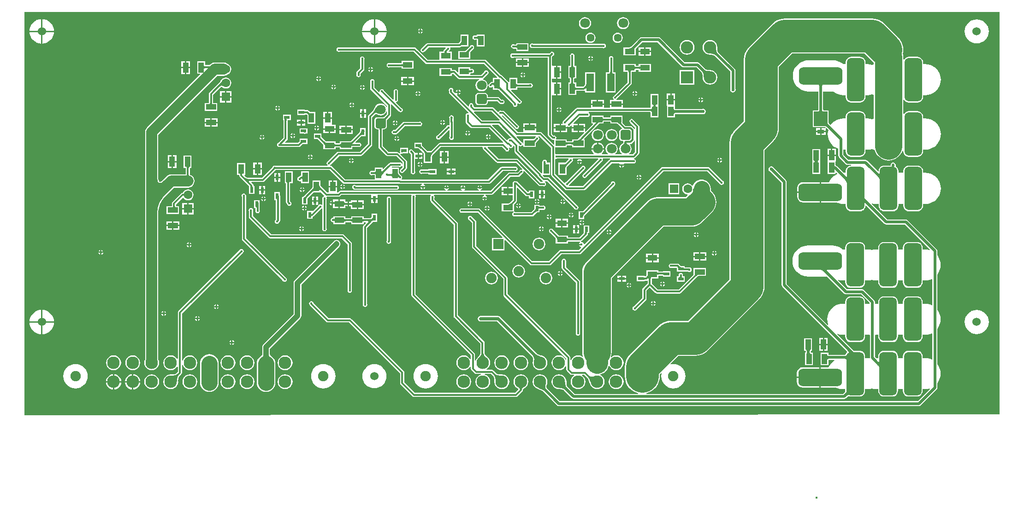
<source format=gbl>
G04*
G04 #@! TF.GenerationSoftware,Altium Limited,Altium Designer,19.0.10 (269)*
G04*
G04 Layer_Physical_Order=2*
G04 Layer_Color=16711680*
%FSLAX44Y44*%
%MOMM*%
G71*
G01*
G75*
%ADD10C,0.5000*%
%ADD19R,1.8000X1.0500*%
%ADD27R,1.0300X1.8700*%
%ADD28R,1.0500X1.8000*%
%ADD29R,1.0000X0.6000*%
%ADD30R,0.6000X1.0000*%
%ADD34R,2.5400X2.6700*%
%ADD35R,1.2700X0.7620*%
%ADD39R,1.8700X1.0300*%
%ADD81C,0.3500*%
%ADD82C,5.0000*%
%ADD85C,4.0000*%
%ADD86C,3.0000*%
%ADD87C,2.0000*%
%ADD89C,1.0000*%
%ADD90C,6.0000*%
%ADD92C,0.6000*%
G04:AMPARAMS|DCode=94|XSize=3.2mm|YSize=8mm|CornerRadius=0.8mm|HoleSize=0mm|Usage=FLASHONLY|Rotation=270.000|XOffset=0mm|YOffset=0mm|HoleType=Round|Shape=RoundedRectangle|*
%AMROUNDEDRECTD94*
21,1,3.2000,6.4000,0,0,270.0*
21,1,1.6000,8.0000,0,0,270.0*
1,1,1.6000,-3.2000,-0.8000*
1,1,1.6000,-3.2000,0.8000*
1,1,1.6000,3.2000,0.8000*
1,1,1.6000,3.2000,-0.8000*
%
%ADD94ROUNDEDRECTD94*%
G04:AMPARAMS|DCode=95|XSize=3.2mm|YSize=8mm|CornerRadius=0.8mm|HoleSize=0mm|Usage=FLASHONLY|Rotation=0.000|XOffset=0mm|YOffset=0mm|HoleType=Round|Shape=RoundedRectangle|*
%AMROUNDEDRECTD95*
21,1,3.2000,6.4000,0,0,0.0*
21,1,1.6000,8.0000,0,0,0.0*
1,1,1.6000,0.8000,-3.2000*
1,1,1.6000,-0.8000,-3.2000*
1,1,1.6000,-0.8000,3.2000*
1,1,1.6000,0.8000,3.2000*
%
%ADD95ROUNDEDRECTD95*%
%ADD96C,1.8000*%
G04:AMPARAMS|DCode=97|XSize=1.8mm|YSize=1.8mm|CornerRadius=0.225mm|HoleSize=0mm|Usage=FLASHONLY|Rotation=180.000|XOffset=0mm|YOffset=0mm|HoleType=Round|Shape=RoundedRectangle|*
%AMROUNDEDRECTD97*
21,1,1.8000,1.3500,0,0,180.0*
21,1,1.3500,1.8000,0,0,180.0*
1,1,0.4500,-0.6750,0.6750*
1,1,0.4500,0.6750,0.6750*
1,1,0.4500,0.6750,-0.6750*
1,1,0.4500,-0.6750,-0.6750*
%
%ADD97ROUNDEDRECTD97*%
%ADD98R,1.6000X1.6000*%
%ADD99C,1.6000*%
%ADD100C,2.3000*%
%ADD101C,1.9000*%
%ADD102R,2.2860X2.2860*%
%ADD103C,2.2860*%
G04:AMPARAMS|DCode=104|XSize=1.8mm|YSize=1.8mm|CornerRadius=0.225mm|HoleSize=0mm|Usage=FLASHONLY|Rotation=90.000|XOffset=0mm|YOffset=0mm|HoleType=Round|Shape=RoundedRectangle|*
%AMROUNDEDRECTD104*
21,1,1.8000,1.3500,0,0,90.0*
21,1,1.3500,1.8000,0,0,90.0*
1,1,0.4500,0.6750,0.6750*
1,1,0.4500,0.6750,-0.6750*
1,1,0.4500,-0.6750,-0.6750*
1,1,0.4500,-0.6750,0.6750*
%
%ADD104ROUNDEDRECTD104*%
%ADD105C,1.4500*%
%ADD106C,1.5240*%
%ADD107R,1.9000X1.9000*%
%ADD108R,1.6000X1.6000*%
%ADD109C,0.4000*%
%ADD110C,0.6000*%
%ADD111C,0.8000*%
%ADD112C,1.0000*%
%ADD113R,1.4000X3.3000*%
%ADD114R,1.1112X0.6008*%
%ADD115R,0.6008X1.1112*%
G36*
X1860550Y424814D02*
X70494Y423241D01*
X69596Y424138D01*
Y1163650D01*
X69499Y1163747D01*
X69985Y1164920D01*
X1860550D01*
Y424814D01*
D02*
G37*
%LPC*%
G36*
X1169016Y1155727D02*
X1166136Y1155348D01*
X1163452Y1154236D01*
X1161148Y1152468D01*
X1159379Y1150164D01*
X1158268Y1147480D01*
X1157888Y1144600D01*
X1158268Y1141720D01*
X1159379Y1139036D01*
X1161148Y1136732D01*
X1163452Y1134964D01*
X1166136Y1133852D01*
X1169016Y1133473D01*
X1171896Y1133852D01*
X1174579Y1134964D01*
X1176884Y1136732D01*
X1178652Y1139036D01*
X1179764Y1141720D01*
X1180143Y1144600D01*
X1179764Y1147480D01*
X1178652Y1150164D01*
X1176884Y1152468D01*
X1174579Y1154236D01*
X1171896Y1155348D01*
X1169016Y1155727D01*
D02*
G37*
G36*
X1099016D02*
X1096136Y1155348D01*
X1093452Y1154236D01*
X1091148Y1152468D01*
X1089379Y1150164D01*
X1088268Y1147480D01*
X1087889Y1144600D01*
X1088268Y1141720D01*
X1089379Y1139036D01*
X1091148Y1136732D01*
X1093452Y1134964D01*
X1096136Y1133852D01*
X1099016Y1133473D01*
X1101896Y1133852D01*
X1104579Y1134964D01*
X1106884Y1136732D01*
X1108652Y1139036D01*
X1109764Y1141720D01*
X1110143Y1144600D01*
X1109764Y1147480D01*
X1108652Y1150164D01*
X1106884Y1152468D01*
X1104579Y1154236D01*
X1101896Y1155348D01*
X1099016Y1155727D01*
D02*
G37*
G36*
X797773Y1134422D02*
Y1131316D01*
X800879D01*
X800779Y1131817D01*
X799776Y1133319D01*
X798274Y1134323D01*
X797773Y1134422D01*
D02*
G37*
G36*
X795233D02*
X794731Y1134323D01*
X793229Y1133319D01*
X792226Y1131817D01*
X792126Y1131316D01*
X795233D01*
Y1134422D01*
D02*
G37*
G36*
X713486Y1151887D02*
Y1130630D01*
X734743D01*
X734432Y1133779D01*
X733143Y1138028D01*
X731050Y1141945D01*
X728233Y1145377D01*
X724800Y1148194D01*
X720884Y1150287D01*
X716635Y1151576D01*
X713486Y1151887D01*
D02*
G37*
G36*
X710946D02*
X707797Y1151576D01*
X703548Y1150287D01*
X699632Y1148194D01*
X696199Y1145377D01*
X693382Y1141945D01*
X691289Y1138028D01*
X690000Y1133779D01*
X689689Y1130630D01*
X710946D01*
Y1151887D01*
D02*
G37*
G36*
X102616D02*
Y1130630D01*
X123872D01*
X123562Y1133779D01*
X122273Y1138028D01*
X120180Y1141945D01*
X117363Y1145377D01*
X113931Y1148194D01*
X110014Y1150287D01*
X105765Y1151576D01*
X102616Y1151887D01*
D02*
G37*
G36*
X100076D02*
X96927Y1151576D01*
X92678Y1150287D01*
X88762Y1148194D01*
X85329Y1145377D01*
X82512Y1141945D01*
X80419Y1138028D01*
X79130Y1133779D01*
X78819Y1130630D01*
X100076D01*
Y1151887D01*
D02*
G37*
G36*
X800879Y1128776D02*
X797773D01*
Y1125670D01*
X798274Y1125769D01*
X799776Y1126773D01*
X800779Y1128275D01*
X800879Y1128776D01*
D02*
G37*
G36*
X795233D02*
X792126D01*
X792226Y1128275D01*
X793229Y1126773D01*
X794731Y1125769D01*
X795233Y1125670D01*
Y1128776D01*
D02*
G37*
G36*
X914838Y1123882D02*
X900274D01*
Y1121889D01*
X900181Y1121864D01*
X899835Y1121807D01*
X899601Y1121786D01*
X897648D01*
X896366Y1122041D01*
X894793Y1121728D01*
X893459Y1120837D01*
X892568Y1119503D01*
X892255Y1117930D01*
X892568Y1116357D01*
X893459Y1115023D01*
X894793Y1114132D01*
X896366Y1113819D01*
X897648Y1114074D01*
X899601D01*
X899835Y1114053D01*
X900181Y1113996D01*
X900274Y1113970D01*
Y1101818D01*
X914838D01*
Y1123882D01*
D02*
G37*
G36*
X1234326Y1118541D02*
X1234326Y1118541D01*
X1202236D01*
X1202236Y1118541D01*
X1200468Y1118189D01*
X1198969Y1117187D01*
X1183717Y1101936D01*
X1183349Y1101622D01*
X1182744Y1101167D01*
X1182157Y1100783D01*
X1181588Y1100468D01*
X1181037Y1100217D01*
X1180504Y1100029D01*
X1179988Y1099897D01*
X1179485Y1099820D01*
X1179337Y1099812D01*
X1169814D01*
Y1085248D01*
X1191878D01*
Y1096919D01*
X1193551Y1098700D01*
X1204150Y1109299D01*
X1232412D01*
X1277059Y1064653D01*
X1277059Y1064653D01*
X1278558Y1063651D01*
X1280326Y1063299D01*
X1280326Y1063299D01*
X1303599D01*
X1313033Y1053865D01*
X1313416Y1053314D01*
X1313783Y1052643D01*
X1314112Y1051869D01*
X1314399Y1050991D01*
X1314639Y1050006D01*
X1314822Y1048943D01*
X1315036Y1046391D01*
X1315047Y1045426D01*
X1314975Y1044880D01*
X1315437Y1041365D01*
X1316794Y1038091D01*
X1318952Y1035278D01*
X1321764Y1033121D01*
X1325039Y1031764D01*
X1328553Y1031301D01*
X1332067Y1031764D01*
X1335342Y1033121D01*
X1338154Y1035278D01*
X1340312Y1038091D01*
X1341669Y1041365D01*
X1342131Y1044880D01*
X1341669Y1048394D01*
X1340312Y1051669D01*
X1338154Y1054481D01*
X1335342Y1056639D01*
X1332067Y1057995D01*
X1328553Y1058458D01*
X1328007Y1058386D01*
X1327015Y1058397D01*
X1325714Y1058473D01*
X1324517Y1058606D01*
X1323426Y1058794D01*
X1322441Y1059033D01*
X1321563Y1059320D01*
X1320790Y1059650D01*
X1320119Y1060016D01*
X1319567Y1060400D01*
X1308780Y1071187D01*
X1307281Y1072189D01*
X1305513Y1072541D01*
X1305513Y1072541D01*
X1282240D01*
X1237593Y1117187D01*
X1236094Y1118189D01*
X1234326Y1118541D01*
D02*
G37*
G36*
X1159016Y1126962D02*
X1156593Y1126643D01*
X1154335Y1125708D01*
X1152396Y1124220D01*
X1150908Y1122281D01*
X1149973Y1120023D01*
X1149654Y1117600D01*
X1149973Y1115177D01*
X1150908Y1112919D01*
X1152396Y1110980D01*
X1154335Y1109492D01*
X1156593Y1108557D01*
X1159016Y1108238D01*
X1161439Y1108557D01*
X1163697Y1109492D01*
X1165636Y1110980D01*
X1167123Y1112919D01*
X1168059Y1115177D01*
X1168378Y1117600D01*
X1168059Y1120023D01*
X1167123Y1122281D01*
X1165636Y1124220D01*
X1163697Y1125708D01*
X1161439Y1126643D01*
X1159016Y1126962D01*
D02*
G37*
G36*
X1109016D02*
X1106593Y1126643D01*
X1104335Y1125708D01*
X1102396Y1124220D01*
X1100908Y1122281D01*
X1099973Y1120023D01*
X1099654Y1117600D01*
X1099973Y1115177D01*
X1100908Y1112919D01*
X1102396Y1110980D01*
X1104335Y1109492D01*
X1106593Y1108557D01*
X1109016Y1108238D01*
X1111439Y1108557D01*
X1113697Y1109492D01*
X1115636Y1110980D01*
X1117124Y1112919D01*
X1118059Y1115177D01*
X1118378Y1117600D01*
X1118059Y1120023D01*
X1117124Y1122281D01*
X1115636Y1124220D01*
X1113697Y1125708D01*
X1111439Y1126643D01*
X1109016Y1126962D01*
D02*
G37*
G36*
X884838Y1123882D02*
X870274D01*
Y1112710D01*
X870267Y1112684D01*
X870248Y1112291D01*
X870203Y1111996D01*
X870127Y1111690D01*
X870014Y1111369D01*
X869862Y1111031D01*
X869667Y1110676D01*
X869425Y1110303D01*
X869133Y1109914D01*
X868942Y1109689D01*
X867069Y1107816D01*
X810246D01*
X810246Y1107816D01*
X808770Y1107523D01*
X807519Y1106687D01*
X799740Y1098907D01*
X799543Y1098868D01*
X798209Y1097977D01*
X797318Y1096643D01*
X797005Y1095070D01*
X797318Y1093497D01*
X798209Y1092163D01*
X799543Y1091272D01*
X801116Y1090959D01*
X802689Y1091272D01*
X804023Y1092163D01*
X804266Y1092526D01*
X811843Y1100104D01*
X842710D01*
X843237Y1098834D01*
X840299Y1095897D01*
X839463Y1094646D01*
X839170Y1093170D01*
Y1092393D01*
X839156Y1092220D01*
X839115Y1091952D01*
X831994D01*
X831994Y1077388D01*
X830841Y1077106D01*
X810436D01*
X788805Y1098737D01*
X787554Y1099573D01*
X786078Y1099866D01*
X646689D01*
X646684Y1099867D01*
X645111Y1099554D01*
X643777Y1098663D01*
X642886Y1097329D01*
X642573Y1095756D01*
X642886Y1094183D01*
X643777Y1092849D01*
X645111Y1091958D01*
X646684Y1091645D01*
X648257Y1091958D01*
X648550Y1092154D01*
X784481D01*
X806112Y1070523D01*
X806112Y1070523D01*
X807363Y1069687D01*
X808839Y1069394D01*
X913378D01*
X937727Y1045045D01*
X937240Y1043872D01*
X929964D01*
Y1036799D01*
X929871Y1036774D01*
X929525Y1036717D01*
X929291Y1036696D01*
X928116D01*
X928116Y1036696D01*
X926640Y1036403D01*
X925389Y1035567D01*
X923755Y1033933D01*
X922669Y1033207D01*
X921778Y1031873D01*
X921465Y1030300D01*
X921778Y1028727D01*
X922669Y1027393D01*
X924003Y1026502D01*
X925576Y1026189D01*
X927149Y1026502D01*
X928483Y1027393D01*
X928694Y1027709D01*
X929964Y1027324D01*
Y1021808D01*
X939828D01*
X940049Y1021651D01*
X941098Y1020754D01*
X966698Y995155D01*
X966615Y994740D01*
X966928Y993167D01*
X967819Y991833D01*
X969153Y990942D01*
X970726Y990629D01*
X972299Y990942D01*
X973633Y991833D01*
X974524Y993167D01*
X974837Y994740D01*
X974582Y996022D01*
Y996580D01*
X974557Y996706D01*
X975753Y997202D01*
X975819Y997103D01*
X977153Y996212D01*
X978726Y995899D01*
X980299Y996212D01*
X981633Y997103D01*
X982524Y998437D01*
X982837Y1000010D01*
X982524Y1001583D01*
X981633Y1002917D01*
X980546Y1003643D01*
X963555Y1020635D01*
X964041Y1021808D01*
X974528D01*
Y1026005D01*
X974602Y1026025D01*
X974954Y1026083D01*
X975193Y1026104D01*
X998108D01*
X998545Y1026017D01*
X998981Y1026104D01*
X999236D01*
X1000712Y1026397D01*
X1001963Y1027233D01*
X1002799Y1028484D01*
X1003092Y1029960D01*
X1002799Y1031436D01*
X1001963Y1032687D01*
X1001460Y1033023D01*
X1001451Y1033035D01*
X1000118Y1033926D01*
X998545Y1034239D01*
X996971Y1033926D01*
X996807Y1033816D01*
X975193D01*
X974954Y1033837D01*
X974602Y1033895D01*
X974528Y1033915D01*
Y1043872D01*
X959964D01*
Y1036873D01*
X959069Y1036481D01*
X958694Y1036444D01*
X946789Y1048349D01*
X945538Y1049185D01*
X944235Y1049444D01*
X917702Y1075977D01*
X916451Y1076813D01*
X914975Y1077106D01*
X855211D01*
X854058Y1077388D01*
X854058Y1078376D01*
Y1091952D01*
X848921D01*
X848435Y1093125D01*
X849286Y1093977D01*
X850373Y1094703D01*
X851264Y1096037D01*
X851577Y1097610D01*
X851333Y1098834D01*
X852060Y1100104D01*
X868666D01*
X870142Y1100397D01*
X871393Y1101233D01*
X871977Y1101818D01*
X872290D01*
X872337Y1101809D01*
X872383Y1101818D01*
X884838D01*
Y1123882D01*
D02*
G37*
G36*
X1818326Y1151501D02*
X1814007Y1151076D01*
X1809853Y1149816D01*
X1806025Y1147770D01*
X1802670Y1145016D01*
X1799916Y1141661D01*
X1797870Y1137833D01*
X1796610Y1133680D01*
X1796185Y1129360D01*
X1796610Y1125041D01*
X1797870Y1120887D01*
X1799916Y1117059D01*
X1802670Y1113704D01*
X1806025Y1110950D01*
X1809853Y1108904D01*
X1814007Y1107644D01*
X1818326Y1107219D01*
X1822646Y1107644D01*
X1826799Y1108904D01*
X1830627Y1110950D01*
X1833982Y1113704D01*
X1836736Y1117059D01*
X1838782Y1120887D01*
X1840042Y1125041D01*
X1840467Y1129360D01*
X1840042Y1133680D01*
X1838782Y1137833D01*
X1836736Y1141661D01*
X1833982Y1145016D01*
X1830627Y1147770D01*
X1826799Y1149816D01*
X1822646Y1151076D01*
X1818326Y1151501D01*
D02*
G37*
G36*
X734743Y1128090D02*
X713486D01*
Y1106833D01*
X716635Y1107144D01*
X720884Y1108433D01*
X724800Y1110526D01*
X728233Y1113343D01*
X731050Y1116776D01*
X733143Y1120692D01*
X734432Y1124941D01*
X734743Y1128090D01*
D02*
G37*
G36*
X710946D02*
X689689D01*
X690000Y1124941D01*
X691289Y1120692D01*
X693382Y1116776D01*
X696199Y1113343D01*
X699632Y1110526D01*
X703548Y1108433D01*
X707797Y1107144D01*
X710946Y1106833D01*
Y1128090D01*
D02*
G37*
G36*
X123872D02*
X102616D01*
Y1106833D01*
X105765Y1107144D01*
X110014Y1108433D01*
X113931Y1110526D01*
X117363Y1113343D01*
X120180Y1116776D01*
X122273Y1120692D01*
X123562Y1124941D01*
X123872Y1128090D01*
D02*
G37*
G36*
X100076D02*
X78819D01*
X79130Y1124941D01*
X80419Y1120692D01*
X82512Y1116776D01*
X85329Y1113343D01*
X88762Y1110526D01*
X92678Y1108433D01*
X96927Y1107144D01*
X100076Y1106833D01*
Y1128090D01*
D02*
G37*
G36*
X995378Y1107562D02*
X972614D01*
Y1105415D01*
X972540Y1105395D01*
X972188Y1105337D01*
X971949Y1105316D01*
X969549D01*
X968876Y1105766D01*
X967303Y1106079D01*
X965729Y1105766D01*
X964396Y1104875D01*
X963504Y1103541D01*
X963192Y1101968D01*
X963504Y1100395D01*
X964396Y1099061D01*
X964657Y1098886D01*
X964759Y1098733D01*
X966010Y1097897D01*
X967486Y1097604D01*
X971949D01*
X972188Y1097583D01*
X972540Y1097525D01*
X972614Y1097505D01*
Y1093198D01*
X995378D01*
Y1107562D01*
D02*
G37*
G36*
X1001593Y1107309D02*
X1000019Y1106996D01*
X998686Y1106105D01*
X997794Y1104771D01*
X997482Y1103198D01*
X997794Y1101625D01*
X998686Y1100291D01*
X998947Y1100116D01*
X999049Y1099963D01*
X1000300Y1099127D01*
X1001776Y1098834D01*
X1132074D01*
X1133356Y1098579D01*
X1134929Y1098892D01*
X1136263Y1099783D01*
X1137154Y1101117D01*
X1137467Y1102690D01*
X1137154Y1104263D01*
X1136263Y1105597D01*
X1134929Y1106488D01*
X1133356Y1106801D01*
X1132074Y1106546D01*
X1003839D01*
X1003166Y1106996D01*
X1001593Y1107309D01*
D02*
G37*
G36*
X1220326Y1100320D02*
X1210056D01*
Y1093800D01*
X1220326D01*
Y1100320D01*
D02*
G37*
G36*
X1207516D02*
X1197246D01*
Y1093800D01*
X1207516D01*
Y1100320D01*
D02*
G37*
G36*
X1038429Y1092019D02*
X1036856Y1091706D01*
X1035522Y1090815D01*
X1034796Y1089728D01*
X1033834Y1088766D01*
X966851D01*
X966763Y1088749D01*
X966033Y1088894D01*
X964459Y1088581D01*
X963126Y1087690D01*
X962234Y1086356D01*
X961922Y1084783D01*
X962234Y1083210D01*
X963126Y1081876D01*
X963387Y1081701D01*
X963489Y1081548D01*
X964740Y1080712D01*
X966216Y1080419D01*
X967692Y1080712D01*
X968203Y1081054D01*
X1030830D01*
Y1051475D01*
X1030704Y1051287D01*
X1030392Y1049714D01*
X1030704Y1048141D01*
X1030830Y1047953D01*
Y938970D01*
X1031123Y937494D01*
X1031959Y936243D01*
X1037149Y931053D01*
X1037149Y931053D01*
X1038400Y930217D01*
X1039876Y929924D01*
X1039876Y929924D01*
X1041134D01*
X1042416Y929669D01*
X1042464Y929630D01*
Y922036D01*
X1041291Y921550D01*
X1019552Y943289D01*
X1018301Y944125D01*
X1016825Y944418D01*
X1010466D01*
X1009348Y944786D01*
X1009348Y945688D01*
Y951206D01*
X997458D01*
X985568D01*
X985568Y944786D01*
X984450Y944418D01*
X975687D01*
X946614Y973491D01*
X947032Y974869D01*
X947454Y974953D01*
X970203Y952204D01*
X970929Y951117D01*
X972263Y950226D01*
X973836Y949913D01*
X975409Y950226D01*
X976743Y951117D01*
X977634Y952451D01*
X977947Y954024D01*
X977634Y955597D01*
X976743Y956931D01*
X975656Y957657D01*
X951163Y982151D01*
X949912Y982987D01*
X948436Y983280D01*
X944892D01*
X943610Y983535D01*
X942037Y983222D01*
X940703Y982331D01*
X940249Y981652D01*
X938697Y981408D01*
X931529Y988577D01*
X930278Y989413D01*
X928802Y989706D01*
X896693D01*
X893928Y992471D01*
X894127Y993470D01*
X893814Y995043D01*
X892923Y996377D01*
X891589Y997268D01*
X890016Y997581D01*
X888443Y997268D01*
X887109Y996377D01*
X886218Y995043D01*
X885905Y993470D01*
X886160Y992188D01*
Y991777D01*
X884890Y991251D01*
X864144Y1011997D01*
X864770Y1013168D01*
X864870Y1013148D01*
Y1016254D01*
X861764D01*
X861784Y1016154D01*
X860613Y1015528D01*
X856788Y1019353D01*
Y1020052D01*
X857043Y1021334D01*
X856730Y1022907D01*
X855839Y1024241D01*
X854505Y1025132D01*
X852932Y1025445D01*
X851359Y1025132D01*
X850025Y1024241D01*
X849134Y1022907D01*
X848821Y1021334D01*
X849076Y1020052D01*
Y1017756D01*
X849369Y1016280D01*
X850205Y1015029D01*
X885302Y979932D01*
X884677Y978762D01*
X883666Y978963D01*
X882093Y978650D01*
X880759Y977759D01*
X879868Y976425D01*
X879555Y974852D01*
X879810Y973570D01*
Y962990D01*
X880103Y961514D01*
X880939Y960263D01*
X888559Y952643D01*
X889810Y951807D01*
X891286Y951514D01*
X922709D01*
X948658Y925565D01*
X948268Y924616D01*
X948059Y924368D01*
X832778D01*
X831302Y924074D01*
X830051Y923239D01*
X816065Y909252D01*
X815752D01*
X815705Y909261D01*
X815659Y909252D01*
X809846D01*
X809711Y909330D01*
X809306Y909610D01*
X808361Y910406D01*
X800992Y917775D01*
X800378Y918433D01*
X799946Y918967D01*
X799766Y919221D01*
Y924512D01*
X785702D01*
Y914448D01*
X793078D01*
X793223Y914365D01*
X793626Y914085D01*
X794569Y913292D01*
X800780Y907080D01*
X800044Y906020D01*
X799099Y906020D01*
X794004D01*
Y901750D01*
X800274D01*
Y904772D01*
X800274Y905790D01*
X801334Y906526D01*
X801976Y905884D01*
X802588Y905228D01*
X803019Y904696D01*
X803204Y904434D01*
Y887188D01*
X817768D01*
Y898360D01*
X817775Y898386D01*
X817794Y898779D01*
X817839Y899074D01*
X817915Y899380D01*
X818027Y899701D01*
X818180Y900039D01*
X818375Y900394D01*
X818617Y900767D01*
X818909Y901156D01*
X819100Y901381D01*
X834375Y916656D01*
X910443D01*
X911435Y915386D01*
X911305Y914730D01*
X911618Y913157D01*
X912509Y911823D01*
X913596Y911097D01*
X935879Y888813D01*
X937130Y887977D01*
X938606Y887684D01*
X971985D01*
X983628Y876041D01*
X983002Y874871D01*
X981964Y875077D01*
X980391Y874764D01*
X979057Y873873D01*
X978519Y873067D01*
X975194Y869742D01*
X960374D01*
X960374Y869742D01*
X958898Y869449D01*
X957647Y868613D01*
X957647Y868613D01*
X925371Y836336D01*
X907020D01*
X906895Y837606D01*
X907535Y837733D01*
X909037Y838737D01*
X910041Y840239D01*
X910140Y840740D01*
X901388D01*
X901487Y840239D01*
X902491Y838737D01*
X903993Y837733D01*
X904633Y837606D01*
X904508Y836336D01*
X877756D01*
X877371Y837606D01*
X878303Y838229D01*
X879307Y839731D01*
X879406Y840232D01*
X870654D01*
X870753Y839731D01*
X871757Y838229D01*
X872689Y837606D01*
X872304Y836336D01*
X846060D01*
X845935Y837606D01*
X846575Y837733D01*
X848077Y838737D01*
X849081Y840239D01*
X849180Y840740D01*
X840428D01*
X840527Y840239D01*
X841531Y838737D01*
X843033Y837733D01*
X843673Y837606D01*
X843548Y836336D01*
X650050Y836336D01*
X650050Y836336D01*
X648575Y836042D01*
X647324Y835207D01*
X647323Y835207D01*
X645013Y832896D01*
X643566D01*
Y842580D01*
X635776D01*
X627986D01*
Y832896D01*
X625437D01*
X614390Y843943D01*
X614199Y844168D01*
X613908Y844557D01*
X613665Y844930D01*
X613470Y845285D01*
X613317Y845623D01*
X613205Y845944D01*
X613129Y846250D01*
X613084Y846545D01*
X613065Y846938D01*
X613058Y846964D01*
Y854882D01*
X598494D01*
Y843284D01*
X598452Y843014D01*
X598374Y842710D01*
X598260Y842390D01*
X598106Y842051D01*
X597907Y841693D01*
X597660Y841317D01*
X597364Y840925D01*
X597172Y840700D01*
X583427Y826954D01*
X582695Y826277D01*
X581710Y825470D01*
X581352Y825214D01*
X581069Y825038D01*
X580910Y824958D01*
X579066D01*
Y823001D01*
X579058Y822967D01*
X579066Y822918D01*
Y810894D01*
X589130D01*
Y820086D01*
X589138Y820120D01*
X589130Y820170D01*
Y821566D01*
X589200Y821665D01*
X590143Y822763D01*
X600197Y832818D01*
X600503D01*
X600549Y832809D01*
X600597Y832818D01*
X613058D01*
Y832818D01*
X614155Y833272D01*
X620151Y827276D01*
X619733Y825898D01*
X618949Y825742D01*
X617615Y824851D01*
X616724Y823517D01*
X616411Y821944D01*
X616666Y820662D01*
Y810948D01*
X615396Y810395D01*
X614475Y811010D01*
X612902Y811323D01*
X611329Y811010D01*
X609995Y810119D01*
X609269Y809033D01*
X599704Y799467D01*
X598630Y798958D01*
Y798958D01*
X598630Y798958D01*
X588566D01*
Y784894D01*
X598630D01*
Y788272D01*
X599092Y788363D01*
X600343Y789199D01*
X614723Y803579D01*
X615396Y804029D01*
X616666Y803476D01*
Y767092D01*
X616411Y765810D01*
X616724Y764237D01*
X617615Y762903D01*
X618949Y762012D01*
X620522Y761699D01*
X622095Y762012D01*
X623429Y762903D01*
X624320Y764237D01*
X624633Y765810D01*
X624378Y767092D01*
Y820662D01*
X624633Y821944D01*
X624320Y823517D01*
X624055Y823914D01*
X624734Y825184D01*
X646610D01*
X648086Y825477D01*
X649337Y826313D01*
X651647Y828624D01*
X706672D01*
Y822760D01*
X712216D01*
X717760D01*
Y828624D01*
X779809D01*
X780487Y827354D01*
X780300Y827073D01*
X779987Y825500D01*
X780242Y824218D01*
Y644398D01*
X780535Y642922D01*
X781371Y641671D01*
X784673Y638369D01*
X889462Y533581D01*
Y526754D01*
X888192Y526501D01*
X888091Y526744D01*
X885922Y529571D01*
X883095Y531740D01*
X879804Y533104D01*
X876271Y533569D01*
X872738Y533104D01*
X869447Y531740D01*
X866620Y529571D01*
X864451Y526744D01*
X863087Y523453D01*
X862622Y519920D01*
X863087Y516387D01*
X864451Y513096D01*
X866620Y510269D01*
X869447Y508100D01*
X872738Y506736D01*
X876271Y506271D01*
X879804Y506736D01*
X883095Y508100D01*
X885922Y510269D01*
X888091Y513096D01*
X888192Y513339D01*
X889462Y513086D01*
Y508762D01*
X889755Y507286D01*
X890591Y506035D01*
X896179Y500447D01*
X897430Y499611D01*
X898906Y499318D01*
X907495D01*
X907738Y498104D01*
X904447Y496740D01*
X901620Y494571D01*
X899451Y491744D01*
X898087Y488453D01*
X897622Y484920D01*
X898087Y481387D01*
X899451Y478096D01*
X901620Y475269D01*
X904447Y473100D01*
X907738Y471736D01*
X911271Y471271D01*
X914804Y471736D01*
X918095Y473100D01*
X920922Y475269D01*
X923091Y478096D01*
X924455Y481387D01*
X924920Y484920D01*
X924455Y488453D01*
X923091Y491744D01*
X920922Y494571D01*
X918095Y496740D01*
X914804Y498104D01*
X915047Y499318D01*
X926420D01*
X930878Y494860D01*
X930967Y494756D01*
X931285Y494254D01*
X931594Y493607D01*
X931880Y492812D01*
X932132Y491870D01*
X932344Y490783D01*
X932507Y489577D01*
X932690Y486667D01*
X932697Y485487D01*
X932622Y484920D01*
X933087Y481387D01*
X934451Y478096D01*
X936620Y475269D01*
X939447Y473100D01*
X942738Y471736D01*
X946271Y471271D01*
X949804Y471736D01*
X953095Y473100D01*
X955922Y475269D01*
X958091Y478096D01*
X959455Y481387D01*
X959920Y484920D01*
X959455Y488453D01*
X958091Y491744D01*
X955922Y494571D01*
X953095Y496740D01*
X949804Y498104D01*
X946271Y498569D01*
X945704Y498494D01*
X944524Y498502D01*
X941614Y498684D01*
X940408Y498847D01*
X939322Y499059D01*
X938379Y499311D01*
X937584Y499597D01*
X936937Y499906D01*
X936435Y500224D01*
X936331Y500313D01*
X930744Y505901D01*
X929493Y506737D01*
X928017Y507030D01*
X918636D01*
X918356Y508300D01*
X920922Y510269D01*
X923091Y513096D01*
X924455Y516387D01*
X924920Y519920D01*
X924455Y523453D01*
X923091Y526744D01*
X920922Y529571D01*
X920254Y530084D01*
X920239Y530105D01*
X917958Y532248D01*
X917073Y533201D01*
X916311Y534121D01*
X915685Y534985D01*
X915193Y535787D01*
X914831Y536521D01*
X914590Y537179D01*
X914458Y537760D01*
X914446Y537916D01*
Y556768D01*
X914153Y558244D01*
X913317Y559495D01*
X865678Y607133D01*
Y775284D01*
X865678Y775284D01*
X865385Y776760D01*
X864549Y778011D01*
X864549Y778011D01*
X822542Y820017D01*
Y823278D01*
X822797Y824560D01*
X822484Y826133D01*
X821668Y827354D01*
X821799Y827896D01*
X822147Y828624D01*
X913601D01*
X913726Y827354D01*
X913137Y827237D01*
X911635Y826233D01*
X910631Y824731D01*
X910532Y824230D01*
X919284D01*
X919185Y824731D01*
X918181Y826233D01*
X916679Y827237D01*
X916090Y827354D01*
X916215Y828624D01*
X926968D01*
X928444Y828917D01*
X929695Y829753D01*
X961971Y862030D01*
X976791D01*
X978267Y862323D01*
X979518Y863159D01*
X983524Y867165D01*
X983537Y867168D01*
X984871Y868059D01*
X985762Y869393D01*
X986075Y870966D01*
X985869Y872004D01*
X987039Y872630D01*
X1013705Y845963D01*
X1013705Y845963D01*
X1014956Y845127D01*
X1016432Y844834D01*
X1016432Y844834D01*
X1022084D01*
X1023366Y844579D01*
X1024939Y844892D01*
X1026273Y845783D01*
X1027164Y847117D01*
X1027477Y848690D01*
X1027164Y850263D01*
X1026273Y851597D01*
X1024990Y852454D01*
X1024972Y852549D01*
X1025307Y853724D01*
X1029313D01*
X1079169Y803867D01*
X1079895Y802781D01*
X1081229Y801890D01*
X1082802Y801577D01*
X1084375Y801890D01*
X1085709Y802781D01*
X1086600Y804115D01*
X1086913Y805688D01*
X1086600Y807261D01*
X1085709Y808595D01*
X1084622Y809321D01*
X1033637Y860307D01*
X1032386Y861143D01*
X1030910Y861436D01*
X1024655D01*
X1021585Y864506D01*
X1022111Y865776D01*
X1034952D01*
Y887840D01*
X1029969D01*
X1028958Y889110D01*
X1028987Y889254D01*
X1028674Y890827D01*
X1027783Y892161D01*
X1026449Y893052D01*
X1024876Y893365D01*
X1023303Y893052D01*
X1021969Y892161D01*
X1021078Y890827D01*
X1020765Y889254D01*
X1020794Y889110D01*
X1020388Y887840D01*
X1020388D01*
Y885834D01*
X1020379Y885788D01*
X1020388Y885740D01*
Y868546D01*
X1019118Y868160D01*
X1018571Y868980D01*
X976930Y910620D01*
Y918547D01*
X977149Y918723D01*
X978200Y919110D01*
X979224Y918426D01*
X980798Y918113D01*
X982371Y918426D01*
X983704Y919317D01*
X984595Y920650D01*
X984769Y921524D01*
X984806Y921709D01*
X986055Y921585D01*
Y921585D01*
X986056Y921585D01*
X986076Y920324D01*
Y916894D01*
X1008840D01*
Y924288D01*
X1008955Y924489D01*
X1009231Y924890D01*
X1010011Y925817D01*
X1012740Y928547D01*
X1013827Y929273D01*
X1014718Y930607D01*
X1015031Y932180D01*
X1014718Y933753D01*
X1013827Y935087D01*
X1013305Y935436D01*
X1013690Y936706D01*
X1015228D01*
X1036776Y915158D01*
Y865714D01*
X1037069Y864239D01*
X1037905Y862988D01*
X1062549Y838343D01*
X1062549Y838343D01*
X1063800Y837507D01*
X1065276Y837214D01*
X1096848D01*
X1098324Y837507D01*
X1099575Y838343D01*
X1147899Y886668D01*
X1161736D01*
X1162335Y885548D01*
X1162091Y885183D01*
X1161992Y884682D01*
X1170744D01*
X1170645Y885183D01*
X1170401Y885548D01*
X1171000Y886668D01*
X1187184D01*
X1188466Y886413D01*
X1190039Y886726D01*
X1191373Y887617D01*
X1192264Y888951D01*
X1192577Y890524D01*
X1192264Y892097D01*
X1191373Y893431D01*
X1190039Y894322D01*
X1189210Y894487D01*
Y895782D01*
X1189942Y895927D01*
X1191193Y896763D01*
X1197543Y903113D01*
X1197543Y903113D01*
X1198379Y904364D01*
X1198672Y905840D01*
Y954100D01*
X1198379Y955576D01*
X1197543Y956827D01*
X1197543Y956827D01*
X1188289Y966080D01*
X1187563Y967167D01*
X1186229Y968058D01*
X1184656Y968371D01*
X1183083Y968058D01*
X1181749Y967167D01*
X1180858Y965833D01*
X1180545Y964260D01*
X1180858Y962687D01*
X1181749Y961353D01*
X1182835Y960627D01*
X1190960Y952503D01*
Y949109D01*
X1189690Y948984D01*
X1189571Y949584D01*
X1188735Y950835D01*
X1188735Y950835D01*
X1185201Y954369D01*
X1183950Y955205D01*
X1182475Y955498D01*
X1173831D01*
X1168098Y961231D01*
Y961988D01*
X1168107Y962034D01*
X1168098Y962081D01*
Y962188D01*
X1168101Y962209D01*
X1168098Y962218D01*
Y974342D01*
X1145334D01*
Y971115D01*
X1145260Y971095D01*
X1144908Y971037D01*
X1144669Y971016D01*
X1134014D01*
X1133774Y971037D01*
X1133422Y971095D01*
X1133348Y971115D01*
Y974342D01*
X1110584D01*
Y959978D01*
X1113139D01*
X1113625Y958805D01*
X1100026Y945205D01*
X1098756Y945731D01*
Y950520D01*
X1088136D01*
Y944100D01*
X1097125D01*
X1097651Y942830D01*
X1086724Y931904D01*
X1086500Y931713D01*
X1086111Y931422D01*
X1085738Y931179D01*
X1085383Y930984D01*
X1085045Y930832D01*
X1084724Y930719D01*
X1084418Y930643D01*
X1084123Y930598D01*
X1083730Y930579D01*
X1083704Y930572D01*
X1075484D01*
Y927345D01*
X1075410Y927325D01*
X1075058Y927267D01*
X1074819Y927246D01*
X1065893D01*
X1065654Y927267D01*
X1065302Y927325D01*
X1065228Y927345D01*
Y930572D01*
X1046649D01*
X1045970Y931842D01*
X1046214Y932207D01*
X1046527Y933780D01*
X1046214Y935353D01*
X1045323Y936687D01*
X1043989Y937578D01*
X1042416Y937891D01*
X1041417Y937692D01*
X1038542Y940567D01*
Y1011490D01*
X1039576Y1012060D01*
X1039812Y1012060D01*
X1045996D01*
Y1023950D01*
Y1035840D01*
X1039812D01*
X1039576Y1035840D01*
X1038542Y1036410D01*
Y1041970D01*
X1039576Y1042540D01*
X1039812Y1042540D01*
X1045996D01*
Y1054430D01*
Y1066320D01*
X1039812D01*
X1039576Y1066320D01*
X1038542Y1066890D01*
Y1082568D01*
X1040249Y1084275D01*
X1041336Y1085001D01*
X1042227Y1086335D01*
X1042540Y1087908D01*
X1042227Y1089481D01*
X1041336Y1090815D01*
X1040002Y1091706D01*
X1038429Y1092019D01*
D02*
G37*
G36*
X1286516Y1113728D02*
X1283002Y1113266D01*
X1279727Y1111909D01*
X1276915Y1109751D01*
X1274757Y1106939D01*
X1273400Y1103664D01*
X1272938Y1100150D01*
X1273400Y1096636D01*
X1274757Y1093361D01*
X1276915Y1090549D01*
X1279727Y1088391D01*
X1283002Y1087035D01*
X1286516Y1086572D01*
X1290030Y1087035D01*
X1293305Y1088391D01*
X1296117Y1090549D01*
X1298275Y1093361D01*
X1299632Y1096636D01*
X1300094Y1100150D01*
X1299632Y1103664D01*
X1298275Y1106939D01*
X1296117Y1109751D01*
X1293305Y1111909D01*
X1290030Y1113266D01*
X1286516Y1113728D01*
D02*
G37*
G36*
X1220326Y1091260D02*
X1210056D01*
Y1084740D01*
X1220326D01*
Y1091260D01*
D02*
G37*
G36*
X1207516D02*
X1197246D01*
Y1084740D01*
X1207516D01*
Y1091260D01*
D02*
G37*
G36*
X1110742Y1083876D02*
Y1080770D01*
X1113848D01*
X1113749Y1081271D01*
X1112745Y1082773D01*
X1111243Y1083777D01*
X1110742Y1083876D01*
D02*
G37*
G36*
X1108202D02*
X1107701Y1083777D01*
X1106199Y1082773D01*
X1105195Y1081271D01*
X1105096Y1080770D01*
X1108202D01*
Y1083876D01*
D02*
G37*
G36*
X891286Y1104261D02*
X889713Y1103948D01*
X888379Y1103057D01*
X887488Y1101723D01*
X887449Y1101526D01*
X880467Y1094544D01*
X880242Y1094352D01*
X879849Y1094056D01*
X879473Y1093809D01*
X879115Y1093610D01*
X878776Y1093456D01*
X878456Y1093342D01*
X878152Y1093264D01*
X877882Y1093222D01*
X866284D01*
Y1078658D01*
X888348D01*
Y1091034D01*
X888355Y1091062D01*
X888362Y1091218D01*
X888371Y1091279D01*
X888387Y1091346D01*
X888413Y1091423D01*
X888452Y1091513D01*
X888508Y1091617D01*
X888583Y1091735D01*
X888635Y1091806D01*
X893830Y1097000D01*
X894193Y1097243D01*
X895084Y1098577D01*
X895397Y1100150D01*
X895084Y1101723D01*
X894193Y1103057D01*
X892859Y1103948D01*
X891286Y1104261D01*
D02*
G37*
G36*
X1113848Y1078230D02*
X1110742D01*
Y1075124D01*
X1111243Y1075223D01*
X1112745Y1076227D01*
X1113749Y1077729D01*
X1113848Y1078230D01*
D02*
G37*
G36*
X1108202D02*
X1105096D01*
X1105195Y1077729D01*
X1106199Y1076227D01*
X1107701Y1075223D01*
X1108202Y1075124D01*
Y1078230D01*
D02*
G37*
G36*
X995886Y1079670D02*
X985266D01*
Y1073250D01*
X995886D01*
Y1079670D01*
D02*
G37*
G36*
X982726D02*
X972106D01*
Y1073250D01*
X982726D01*
Y1079670D01*
D02*
G37*
G36*
X784208Y1075202D02*
X762144D01*
Y1071120D01*
X762070Y1071100D01*
X761718Y1071042D01*
X761479Y1071021D01*
X740132D01*
X738851Y1071276D01*
X737278Y1070963D01*
X735944Y1070072D01*
X735053Y1068738D01*
X734740Y1067165D01*
X735053Y1065592D01*
X735944Y1064258D01*
X737278Y1063367D01*
X738851Y1063054D01*
X740132Y1063309D01*
X761479D01*
X761718Y1063288D01*
X762070Y1063230D01*
X762144Y1063210D01*
Y1060638D01*
X784208D01*
Y1075202D01*
D02*
G37*
G36*
X1219818Y1069812D02*
X1197754D01*
Y1066485D01*
X1197680Y1066465D01*
X1197328Y1066407D01*
X1197089Y1066386D01*
X1192543D01*
X1192304Y1066407D01*
X1191952Y1066465D01*
X1191878Y1066485D01*
Y1069812D01*
X1169814D01*
Y1055248D01*
X1176887D01*
X1176912Y1055155D01*
X1176969Y1054809D01*
X1176990Y1054575D01*
Y1035707D01*
X1152355Y1011073D01*
X1151269Y1010347D01*
X1150378Y1009013D01*
X1150065Y1007440D01*
X1150378Y1005867D01*
X1151269Y1004533D01*
X1151289Y1004520D01*
X1150903Y1003250D01*
X1144826D01*
Y996830D01*
X1156716D01*
X1168606D01*
Y1003250D01*
X1157449D01*
X1157063Y1004520D01*
X1157083Y1004533D01*
X1157809Y1005620D01*
X1183573Y1031383D01*
X1184409Y1032634D01*
X1184702Y1034110D01*
Y1054575D01*
X1184723Y1054809D01*
X1184780Y1055155D01*
X1184806Y1055248D01*
X1191878D01*
Y1058575D01*
X1191952Y1058595D01*
X1192304Y1058653D01*
X1192543Y1058674D01*
X1197089D01*
X1197328Y1058653D01*
X1197680Y1058595D01*
X1197754Y1058575D01*
Y1055248D01*
X1219818D01*
Y1069812D01*
D02*
G37*
G36*
X995886Y1070710D02*
X985266D01*
Y1064290D01*
X995886D01*
Y1070710D01*
D02*
G37*
G36*
X982726D02*
X972106D01*
Y1064290D01*
X982726D01*
Y1070710D01*
D02*
G37*
G36*
X373220Y1074880D02*
X366800D01*
Y1064260D01*
X373220D01*
Y1074880D01*
D02*
G37*
G36*
X364260D02*
X357840D01*
Y1064260D01*
X364260D01*
Y1074880D01*
D02*
G37*
G36*
X706628Y1063810D02*
Y1060704D01*
X709734D01*
X709635Y1061205D01*
X708631Y1062707D01*
X707129Y1063711D01*
X706628Y1063810D01*
D02*
G37*
G36*
X704088D02*
X703587Y1063711D01*
X702085Y1062707D01*
X701081Y1061205D01*
X700982Y1060704D01*
X704088D01*
Y1063810D01*
D02*
G37*
G36*
X1048536Y1066320D02*
Y1055700D01*
X1054956D01*
Y1066320D01*
X1048536D01*
D02*
G37*
G36*
X709734Y1058164D02*
X706628D01*
Y1055058D01*
X707129Y1055157D01*
X708631Y1056161D01*
X709635Y1057663D01*
X709734Y1058164D01*
D02*
G37*
G36*
X704088D02*
X700982D01*
X701081Y1057663D01*
X702085Y1056161D01*
X703587Y1055157D01*
X704088Y1055058D01*
Y1058164D01*
D02*
G37*
G36*
X888348Y1063222D02*
X866284D01*
Y1054486D01*
X865111Y1054000D01*
X861714Y1057397D01*
X860463Y1058233D01*
X858987Y1058526D01*
X854723D01*
X854484Y1058547D01*
X854132Y1058605D01*
X854058Y1058625D01*
Y1061952D01*
X831994D01*
Y1047388D01*
X854058D01*
Y1050715D01*
X854132Y1050735D01*
X854484Y1050793D01*
X854723Y1050814D01*
X857390D01*
X865391Y1042813D01*
X865391Y1042813D01*
X866642Y1041977D01*
X868117Y1041684D01*
X868118Y1041684D01*
X904403D01*
X904655Y1040414D01*
X903503Y1039936D01*
X901198Y1038168D01*
X899430Y1035864D01*
X898318Y1033180D01*
X897939Y1030300D01*
X898318Y1027420D01*
X899430Y1024736D01*
X901198Y1022432D01*
X903503Y1020664D01*
X906186Y1019552D01*
X909066Y1019173D01*
X911946Y1019552D01*
X914630Y1020664D01*
X916934Y1022432D01*
X918702Y1024736D01*
X919814Y1027420D01*
X920193Y1030300D01*
X919814Y1033180D01*
X918702Y1035864D01*
X916934Y1038168D01*
X914630Y1039936D01*
X912260Y1040918D01*
X912027Y1041857D01*
X912073Y1042312D01*
X912823Y1042813D01*
X919830Y1049821D01*
X920747Y1050433D01*
X921583Y1051684D01*
X921876Y1053160D01*
X921862Y1053234D01*
X921948Y1053668D01*
X921635Y1055241D01*
X920744Y1056575D01*
X919410Y1057466D01*
X917837Y1057779D01*
X916264Y1057466D01*
X914930Y1056575D01*
X914039Y1055241D01*
X913963Y1054860D01*
X908499Y1049396D01*
X888348D01*
Y1051985D01*
X888422Y1052005D01*
X888774Y1052063D01*
X889013Y1052084D01*
X891266D01*
X892742Y1052377D01*
X893993Y1053213D01*
X894829Y1054464D01*
X895122Y1055940D01*
X895107Y1056014D01*
X895194Y1056448D01*
X894881Y1058021D01*
X893989Y1059355D01*
X892656Y1060246D01*
X891083Y1060559D01*
X889618Y1060268D01*
X889443Y1060289D01*
X888348Y1060997D01*
Y1063222D01*
D02*
G37*
G36*
X373220Y1061720D02*
X366800D01*
Y1051100D01*
X373220D01*
Y1061720D01*
D02*
G37*
G36*
X364260D02*
X357840D01*
Y1051100D01*
X364260D01*
Y1061720D01*
D02*
G37*
G36*
X986282Y1053904D02*
Y1050798D01*
X989388D01*
X989289Y1051299D01*
X988285Y1052801D01*
X986783Y1053805D01*
X986282Y1053904D01*
D02*
G37*
G36*
X983742D02*
X983241Y1053805D01*
X981739Y1052801D01*
X980735Y1051299D01*
X980636Y1050798D01*
X983742D01*
Y1053904D01*
D02*
G37*
G36*
X690118Y1083357D02*
X688545Y1083044D01*
X687211Y1082153D01*
X686320Y1080819D01*
X686007Y1079246D01*
X686262Y1077964D01*
Y1061869D01*
X680279Y1055887D01*
X679443Y1054636D01*
X679150Y1053160D01*
Y1050632D01*
X678895Y1049350D01*
X679208Y1047777D01*
X680099Y1046443D01*
X681433Y1045552D01*
X683006Y1045239D01*
X684579Y1045552D01*
X685913Y1046443D01*
X686804Y1047777D01*
X687117Y1049350D01*
X686862Y1050632D01*
Y1051563D01*
X692845Y1057545D01*
X693681Y1058796D01*
X693974Y1060272D01*
X693974Y1060272D01*
Y1077964D01*
X694229Y1079246D01*
X693916Y1080819D01*
X693025Y1082153D01*
X691691Y1083044D01*
X690118Y1083357D01*
D02*
G37*
G36*
X989388Y1048258D02*
X986282D01*
Y1045152D01*
X986783Y1045251D01*
X988285Y1046255D01*
X989289Y1047757D01*
X989388Y1048258D01*
D02*
G37*
G36*
X983742D02*
X980636D01*
X980735Y1047757D01*
X981739Y1046255D01*
X983241Y1045251D01*
X983742Y1045152D01*
Y1048258D01*
D02*
G37*
G36*
X611124Y1047046D02*
Y1043940D01*
X614230D01*
X614131Y1044441D01*
X613127Y1045943D01*
X611625Y1046947D01*
X611124Y1047046D01*
D02*
G37*
G36*
X608584D02*
X608083Y1046947D01*
X606581Y1045943D01*
X605577Y1044441D01*
X605478Y1043940D01*
X608584D01*
Y1047046D01*
D02*
G37*
G36*
X1054956Y1053160D02*
X1048536D01*
Y1042540D01*
X1054956D01*
Y1053160D01*
D02*
G37*
G36*
X784716Y1045710D02*
X774446D01*
Y1039190D01*
X784716D01*
Y1045710D01*
D02*
G37*
G36*
X771906D02*
X761636D01*
Y1039190D01*
X771906D01*
Y1045710D01*
D02*
G37*
G36*
X614230Y1041400D02*
X611124D01*
Y1038294D01*
X611625Y1038393D01*
X613127Y1039397D01*
X614131Y1040899D01*
X614230Y1041400D01*
D02*
G37*
G36*
X608584D02*
X605478D01*
X605577Y1040899D01*
X606581Y1039397D01*
X608083Y1038393D01*
X608584Y1038294D01*
Y1041400D01*
D02*
G37*
G36*
X1300003Y1058494D02*
X1273079D01*
Y1031570D01*
X1300003D01*
Y1058494D01*
D02*
G37*
G36*
X784716Y1036650D02*
X774446D01*
Y1030130D01*
X784716D01*
Y1036650D01*
D02*
G37*
G36*
X771906D02*
X761636D01*
Y1030130D01*
X771906D01*
Y1036650D01*
D02*
G37*
G36*
X638556Y1031806D02*
Y1028700D01*
X641662D01*
X641563Y1029201D01*
X640559Y1030703D01*
X639057Y1031707D01*
X638556Y1031806D01*
D02*
G37*
G36*
X636016D02*
X635515Y1031707D01*
X634013Y1030703D01*
X633009Y1029201D01*
X632910Y1028700D01*
X636016D01*
Y1031806D01*
D02*
G37*
G36*
X691388Y1030790D02*
Y1027684D01*
X694494D01*
X694395Y1028185D01*
X693391Y1029687D01*
X691889Y1030691D01*
X691388Y1030790D01*
D02*
G37*
G36*
X688848D02*
X688347Y1030691D01*
X686845Y1029687D01*
X685841Y1028185D01*
X685742Y1027684D01*
X688848D01*
Y1030790D01*
D02*
G37*
G36*
X1048536Y1035840D02*
Y1025220D01*
X1054956D01*
Y1035840D01*
X1048536D01*
D02*
G37*
G36*
X439420Y1044660D02*
X436801Y1044316D01*
X434361Y1043305D01*
X432265Y1041697D01*
X431029Y1040086D01*
X430993Y1040053D01*
X430978Y1040020D01*
X430952Y1039994D01*
X430906Y1039926D01*
X430657Y1039601D01*
X430609Y1039485D01*
X429050Y1037174D01*
X428231Y1036086D01*
X427281Y1034969D01*
X409515Y1017203D01*
X408679Y1015952D01*
X408386Y1014476D01*
Y998147D01*
X408365Y997913D01*
X408308Y997567D01*
X408283Y997474D01*
X400860D01*
Y983110D01*
X423624D01*
Y997474D01*
X416202D01*
X416176Y997567D01*
X416119Y997913D01*
X416098Y998147D01*
Y1012879D01*
X430384Y1027164D01*
X430669Y1027360D01*
X430925Y1027484D01*
X431141Y1027546D01*
X431342Y1027567D01*
X431561Y1027550D01*
X431830Y1027481D01*
X432162Y1027341D01*
X432559Y1027107D01*
X433089Y1026711D01*
X433102Y1026705D01*
X433112Y1026695D01*
X433252Y1026630D01*
X434361Y1025779D01*
X436801Y1024768D01*
X439420Y1024424D01*
X442039Y1024768D01*
X444479Y1025779D01*
X446575Y1027387D01*
X448183Y1029483D01*
X449194Y1031923D01*
X449538Y1034542D01*
X449194Y1037161D01*
X448183Y1039601D01*
X446575Y1041697D01*
X444479Y1043305D01*
X442039Y1044316D01*
X439420Y1044660D01*
D02*
G37*
G36*
X641662Y1026160D02*
X638556D01*
Y1023054D01*
X639057Y1023153D01*
X640559Y1024157D01*
X641563Y1025659D01*
X641662Y1026160D01*
D02*
G37*
G36*
X636016D02*
X632910D01*
X633009Y1025659D01*
X634013Y1024157D01*
X635515Y1023153D01*
X636016Y1023054D01*
Y1026160D01*
D02*
G37*
G36*
X694494Y1025144D02*
X691388D01*
Y1022038D01*
X691889Y1022137D01*
X693391Y1023141D01*
X694395Y1024643D01*
X694494Y1025144D01*
D02*
G37*
G36*
X688848D02*
X685742D01*
X685841Y1024643D01*
X686845Y1023141D01*
X688347Y1022137D01*
X688848Y1022038D01*
Y1025144D01*
D02*
G37*
G36*
X867410Y1021900D02*
Y1018794D01*
X870516D01*
X870417Y1019295D01*
X869413Y1020797D01*
X867911Y1021801D01*
X867410Y1021900D01*
D02*
G37*
G36*
X864870D02*
X864369Y1021801D01*
X862867Y1020797D01*
X861863Y1019295D01*
X861764Y1018794D01*
X864870D01*
Y1021900D01*
D02*
G37*
G36*
X1328553Y1113728D02*
X1325039Y1113266D01*
X1321764Y1111909D01*
X1318952Y1109751D01*
X1316794Y1106939D01*
X1315437Y1103664D01*
X1314975Y1100150D01*
X1315437Y1096636D01*
X1316794Y1093361D01*
X1318952Y1090549D01*
X1321764Y1088391D01*
X1325039Y1087035D01*
X1328553Y1086572D01*
X1328710Y1086592D01*
X1330715Y1086418D01*
X1331923Y1086229D01*
X1333044Y1085991D01*
X1334054Y1085711D01*
X1334952Y1085392D01*
X1335739Y1085041D01*
X1336418Y1084661D01*
X1336959Y1084280D01*
X1365963Y1055276D01*
Y1024492D01*
X1365844Y1024313D01*
X1365453Y1022350D01*
X1365844Y1020387D01*
X1366956Y1018722D01*
X1368621Y1017610D01*
X1370584Y1017219D01*
X1372547Y1017610D01*
X1374212Y1018722D01*
X1375324Y1020387D01*
X1375715Y1022350D01*
X1375324Y1024313D01*
X1375205Y1024492D01*
Y1057190D01*
X1375205Y1057190D01*
X1374853Y1058959D01*
X1373851Y1060458D01*
X1373851Y1060458D01*
X1343696Y1090613D01*
X1343311Y1091171D01*
X1342957Y1091833D01*
X1342650Y1092589D01*
X1342394Y1093444D01*
X1342193Y1094401D01*
X1342056Y1095428D01*
X1341966Y1097910D01*
X1342027Y1099288D01*
X1342022Y1099320D01*
X1342131Y1100150D01*
X1341669Y1103664D01*
X1340312Y1106939D01*
X1338154Y1109751D01*
X1335342Y1111909D01*
X1332067Y1113266D01*
X1328553Y1113728D01*
D02*
G37*
G36*
X1147016Y1083941D02*
X1145443Y1083628D01*
X1144109Y1082737D01*
X1143218Y1081403D01*
X1142905Y1079830D01*
X1143160Y1078548D01*
Y1054577D01*
X1143139Y1054338D01*
X1143081Y1053986D01*
X1143061Y1053912D01*
X1137334D01*
Y1016848D01*
X1155398D01*
Y1053912D01*
X1150971D01*
X1150951Y1053986D01*
X1150893Y1054338D01*
X1150872Y1054577D01*
Y1078548D01*
X1151127Y1079830D01*
X1150814Y1081403D01*
X1149923Y1082737D01*
X1148589Y1083628D01*
X1147016Y1083941D01*
D02*
G37*
G36*
X1075666Y1088791D02*
X1074093Y1088478D01*
X1072759Y1087587D01*
X1071868Y1086253D01*
X1071555Y1084680D01*
X1071810Y1083398D01*
Y1066477D01*
X1071789Y1066238D01*
X1071731Y1065886D01*
X1071711Y1065812D01*
X1068484D01*
Y1043048D01*
X1071371D01*
X1071391Y1042974D01*
X1071449Y1042622D01*
X1071470Y1042383D01*
Y1035997D01*
X1071449Y1035758D01*
X1071391Y1035406D01*
X1071371Y1035332D01*
X1068484D01*
Y1012568D01*
X1082848D01*
Y1019995D01*
X1082922Y1020015D01*
X1083274Y1020073D01*
X1083513Y1020094D01*
X1096936D01*
X1098064Y1020318D01*
X1099334Y1019593D01*
Y1016848D01*
X1117398D01*
Y1053912D01*
X1099334D01*
Y1033490D01*
X1099328Y1033464D01*
X1099308Y1033071D01*
X1099264Y1032776D01*
X1099187Y1032470D01*
X1099075Y1032149D01*
X1098923Y1031811D01*
X1098727Y1031456D01*
X1098485Y1031083D01*
X1098193Y1030694D01*
X1098002Y1030469D01*
X1095339Y1027806D01*
X1083513D01*
X1083274Y1027827D01*
X1082922Y1027885D01*
X1082848Y1027905D01*
Y1035332D01*
X1079281D01*
X1079261Y1035406D01*
X1079203Y1035758D01*
X1079182Y1035997D01*
Y1042383D01*
X1079203Y1042622D01*
X1079261Y1042974D01*
X1079281Y1043048D01*
X1082848D01*
Y1065812D01*
X1079621D01*
X1079601Y1065886D01*
X1079543Y1066238D01*
X1079522Y1066477D01*
Y1083398D01*
X1079777Y1084680D01*
X1079464Y1086253D01*
X1078573Y1087587D01*
X1077239Y1088478D01*
X1075666Y1088791D01*
D02*
G37*
G36*
X793496Y1019614D02*
Y1016508D01*
X796602D01*
X796503Y1017009D01*
X795499Y1018511D01*
X793997Y1019515D01*
X793496Y1019614D01*
D02*
G37*
G36*
X790956D02*
X790455Y1019515D01*
X788953Y1018511D01*
X787949Y1017009D01*
X787850Y1016508D01*
X790956D01*
Y1019614D01*
D02*
G37*
G36*
X1191768Y1019360D02*
Y1016254D01*
X1194874D01*
X1194775Y1016755D01*
X1193771Y1018257D01*
X1192269Y1019261D01*
X1191768Y1019360D01*
D02*
G37*
G36*
X1189228D02*
X1188727Y1019261D01*
X1187225Y1018257D01*
X1186221Y1016755D01*
X1186122Y1016254D01*
X1189228D01*
Y1019360D01*
D02*
G37*
G36*
X870516Y1016254D02*
X867410D01*
Y1013148D01*
X867911Y1013247D01*
X869413Y1014251D01*
X870417Y1015753D01*
X870516Y1016254D01*
D02*
G37*
G36*
X1054956Y1022680D02*
X1048536D01*
Y1012060D01*
X1054956D01*
Y1022680D01*
D02*
G37*
G36*
X796602Y1013968D02*
X793496D01*
Y1010862D01*
X793997Y1010961D01*
X795499Y1011965D01*
X796503Y1013467D01*
X796602Y1013968D01*
D02*
G37*
G36*
X790956D02*
X787850D01*
X787949Y1013467D01*
X788953Y1011965D01*
X790455Y1010961D01*
X790956Y1010862D01*
Y1013968D01*
D02*
G37*
G36*
X1194874Y1013714D02*
X1191768D01*
Y1010608D01*
X1192269Y1010707D01*
X1193771Y1011711D01*
X1194775Y1013213D01*
X1194874Y1013714D01*
D02*
G37*
G36*
X1189228D02*
X1186122D01*
X1186221Y1013213D01*
X1187225Y1011711D01*
X1188727Y1010707D01*
X1189228Y1010608D01*
Y1013714D01*
D02*
G37*
G36*
X449960Y1019682D02*
X440690D01*
Y1010412D01*
X449960D01*
Y1019682D01*
D02*
G37*
G36*
X438150D02*
X428880D01*
Y1010412D01*
X438150D01*
Y1019682D01*
D02*
G37*
G36*
X1264596Y1015170D02*
X1258076D01*
Y1004900D01*
X1264596D01*
Y1015170D01*
D02*
G37*
G36*
X1255536D02*
X1249016D01*
Y1004900D01*
X1255536D01*
Y1015170D01*
D02*
G37*
G36*
X1312672Y1007930D02*
Y1004824D01*
X1315778D01*
X1315679Y1005325D01*
X1314675Y1006827D01*
X1313173Y1007831D01*
X1312672Y1007930D01*
D02*
G37*
G36*
X1310132D02*
X1309631Y1007831D01*
X1308129Y1006827D01*
X1307125Y1005325D01*
X1307026Y1004824D01*
X1310132D01*
Y1007930D01*
D02*
G37*
G36*
X1315778Y1002284D02*
X1312672D01*
Y999178D01*
X1313173Y999277D01*
X1314675Y1000281D01*
X1315679Y1001783D01*
X1315778Y1002284D01*
D02*
G37*
G36*
X1310132D02*
X1307026D01*
X1307125Y1001783D01*
X1308129Y1000281D01*
X1309631Y999277D01*
X1310132Y999178D01*
Y1002284D01*
D02*
G37*
G36*
X449960Y1007872D02*
X440690D01*
Y998602D01*
X449960D01*
Y1007872D01*
D02*
G37*
G36*
X438150D02*
X428880D01*
Y998602D01*
X438150D01*
Y1007872D01*
D02*
G37*
G36*
X1625800Y1153090D02*
X1466157D01*
X1461131Y1152695D01*
X1456228Y1151518D01*
X1451570Y1149588D01*
X1447271Y1146954D01*
X1443437Y1143679D01*
X1400188Y1100430D01*
X1396913Y1096596D01*
X1394279Y1092297D01*
X1392350Y1087639D01*
X1391172Y1082736D01*
X1390777Y1077710D01*
Y964285D01*
X1373772Y947280D01*
X1370497Y943446D01*
X1367863Y939147D01*
X1365934Y934489D01*
X1364756Y929586D01*
X1364361Y924560D01*
Y673315D01*
X1288097Y597051D01*
X1256806D01*
X1251780Y596656D01*
X1246877Y595478D01*
X1242219Y593549D01*
X1237920Y590915D01*
X1234086Y587640D01*
X1181494Y535048D01*
X1178219Y531214D01*
X1175585Y526915D01*
X1173656Y522257D01*
X1172478Y517354D01*
X1172083Y512328D01*
Y495046D01*
X1172478Y490020D01*
X1173656Y485117D01*
X1175585Y480459D01*
X1178219Y476160D01*
X1181494Y472326D01*
X1185328Y469051D01*
X1189627Y466417D01*
X1194285Y464488D01*
X1196875Y463866D01*
X1196725Y462596D01*
X1080130D01*
X1066872Y475854D01*
X1066485Y476411D01*
X1066117Y477086D01*
X1065786Y477866D01*
X1065498Y478751D01*
X1065257Y479745D01*
X1065073Y480819D01*
X1064858Y483395D01*
X1064847Y484369D01*
X1064920Y484920D01*
X1064455Y488453D01*
X1063091Y491744D01*
X1060922Y494571D01*
X1058095Y496740D01*
X1054804Y498104D01*
X1051271Y498569D01*
X1047738Y498104D01*
X1044447Y496740D01*
X1041620Y494571D01*
X1039451Y491744D01*
X1038087Y488453D01*
X1037622Y484920D01*
X1038087Y481387D01*
X1039451Y478096D01*
X1041620Y475269D01*
X1044447Y473100D01*
X1047738Y471736D01*
X1051271Y471271D01*
X1051822Y471344D01*
X1052823Y471333D01*
X1054137Y471257D01*
X1055344Y471123D01*
X1056446Y470934D01*
X1057440Y470694D01*
X1058325Y470405D01*
X1059105Y470074D01*
X1059780Y469706D01*
X1060337Y469319D01*
X1074949Y454707D01*
X1076448Y453706D01*
X1078216Y453354D01*
X1078216Y453354D01*
X1575152Y453354D01*
X1575152Y453354D01*
X1576920Y453706D01*
X1578419Y454707D01*
X1581290Y457579D01*
X1581731Y457962D01*
X1582354Y458438D01*
X1582864Y458764D01*
X1582951Y458806D01*
X1584431Y458193D01*
X1587050Y457848D01*
X1603050D01*
X1605669Y458193D01*
X1608109Y459204D01*
X1610205Y460812D01*
X1611813Y462908D01*
X1612824Y465348D01*
X1613169Y467967D01*
Y471347D01*
X1617550D01*
X1622027Y471699D01*
X1625425Y472515D01*
X1628823Y471699D01*
X1633300Y471347D01*
X1637681D01*
Y467967D01*
X1638026Y465348D01*
X1639037Y462908D01*
X1640645Y460812D01*
X1642741Y459204D01*
X1645181Y458193D01*
X1647800Y457848D01*
X1663800D01*
X1666419Y458193D01*
X1668859Y459204D01*
X1670955Y460812D01*
X1672563Y462908D01*
X1673574Y465348D01*
X1673918Y467967D01*
Y471347D01*
X1682681D01*
Y467967D01*
X1683026Y465348D01*
X1684037Y462908D01*
X1685645Y460812D01*
X1687741Y459204D01*
X1690181Y458193D01*
X1692800Y457848D01*
X1708800D01*
X1711419Y458193D01*
X1713859Y459204D01*
X1715955Y460812D01*
X1717563Y462908D01*
X1718574Y465348D01*
X1718919Y467967D01*
Y471347D01*
X1723300D01*
X1727777Y471699D01*
X1731475Y472587D01*
X1732120Y471436D01*
X1710225Y449541D01*
X1052546D01*
X1029156Y472931D01*
X1029154Y472933D01*
X1028778Y473495D01*
X1028490Y474087D01*
X1028284Y474725D01*
X1028157Y475422D01*
X1028116Y476191D01*
X1028167Y477042D01*
X1028320Y477976D01*
X1028581Y478992D01*
X1028978Y480155D01*
X1028994Y480275D01*
X1029455Y481387D01*
X1029920Y484920D01*
X1029455Y488453D01*
X1028091Y491744D01*
X1025922Y494571D01*
X1023095Y496740D01*
X1019804Y498104D01*
X1016271Y498569D01*
X1012738Y498104D01*
X1009447Y496740D01*
X1006620Y494571D01*
X1004451Y491744D01*
X1003087Y488453D01*
X1002622Y484920D01*
X1003087Y481387D01*
X1004451Y478096D01*
X1006620Y475269D01*
X1009447Y473100D01*
X1011531Y472237D01*
X1011662Y472155D01*
X1012383Y471884D01*
X1012738Y471736D01*
X1012793Y471729D01*
X1014816Y470967D01*
X1017409Y469870D01*
X1019478Y468852D01*
X1020274Y468399D01*
X1020938Y467973D01*
X1021349Y467668D01*
X1047365Y441653D01*
X1048864Y440651D01*
X1050632Y440299D01*
X1050632Y440299D01*
X1712139D01*
X1712139Y440299D01*
X1713907Y440651D01*
X1715406Y441653D01*
X1744691Y470938D01*
X1744691Y470938D01*
X1745693Y472437D01*
X1746045Y474205D01*
X1746045Y474205D01*
Y482665D01*
X1746454Y483144D01*
X1748801Y486974D01*
X1750519Y491123D01*
X1751568Y495490D01*
X1751920Y499967D01*
X1751568Y504444D01*
X1750519Y508811D01*
X1748801Y512960D01*
X1746454Y516790D01*
X1746045Y517269D01*
Y582665D01*
X1746454Y583144D01*
X1748801Y586974D01*
X1750519Y591123D01*
X1751568Y595490D01*
X1751920Y599967D01*
X1751568Y604444D01*
X1750519Y608811D01*
X1748801Y612960D01*
X1746454Y616790D01*
X1746045Y617269D01*
Y682665D01*
X1746454Y683145D01*
X1748801Y686974D01*
X1750519Y691123D01*
X1751568Y695490D01*
X1751920Y699967D01*
X1751568Y704444D01*
X1750519Y708811D01*
X1748801Y712960D01*
X1746454Y716789D01*
X1746045Y717269D01*
Y725729D01*
X1746045Y725729D01*
X1745693Y727497D01*
X1744691Y728996D01*
X1744691Y728996D01*
X1691768Y781919D01*
X1690269Y782921D01*
X1688501Y783273D01*
X1688501Y783273D01*
X1654028D01*
X1625462Y811839D01*
X1625807Y813062D01*
X1626175Y813150D01*
X1629573Y812334D01*
X1634050Y811982D01*
X1638431D01*
Y808602D01*
X1638776Y805983D01*
X1639787Y803543D01*
X1641395Y801447D01*
X1643491Y799839D01*
X1645931Y798828D01*
X1648550Y798483D01*
X1664550D01*
X1667169Y798828D01*
X1669609Y799839D01*
X1671705Y801447D01*
X1673313Y803543D01*
X1674324Y805983D01*
X1674669Y808602D01*
Y811982D01*
X1683432D01*
Y808602D01*
X1683776Y805983D01*
X1684787Y803543D01*
X1686395Y801447D01*
X1688491Y799839D01*
X1690931Y798828D01*
X1693550Y798483D01*
X1709550D01*
X1712169Y798828D01*
X1714609Y799839D01*
X1716705Y801447D01*
X1718313Y803543D01*
X1719324Y805983D01*
X1719669Y808602D01*
Y811982D01*
X1724050D01*
X1728527Y812334D01*
X1732894Y813383D01*
X1737043Y815101D01*
X1740872Y817448D01*
X1744288Y820365D01*
X1747204Y823780D01*
X1749551Y827609D01*
X1751269Y831758D01*
X1752318Y836125D01*
X1752670Y840602D01*
X1752318Y845079D01*
X1751269Y849446D01*
X1749551Y853595D01*
X1747204Y857424D01*
X1744288Y860840D01*
X1740872Y863756D01*
X1737043Y866103D01*
X1732894Y867821D01*
X1728527Y868870D01*
X1724050Y869222D01*
X1719669D01*
Y872602D01*
X1719324Y875221D01*
X1718313Y877661D01*
X1716705Y879757D01*
X1714609Y881365D01*
X1712169Y882376D01*
X1709550Y882721D01*
X1693550D01*
X1690931Y882376D01*
X1688491Y881365D01*
X1686395Y879757D01*
X1684787Y877661D01*
X1683776Y875221D01*
X1683432Y872602D01*
Y869222D01*
X1674669D01*
Y872602D01*
X1674324Y875221D01*
X1673313Y877661D01*
X1671705Y879757D01*
X1669609Y881365D01*
X1669588Y881374D01*
X1669655Y881710D01*
X1669507Y882454D01*
Y883656D01*
X1669155Y885424D01*
X1668153Y886923D01*
X1666654Y887925D01*
X1664886Y888277D01*
X1663118Y887925D01*
X1661619Y886923D01*
X1660617Y885424D01*
X1660265Y883656D01*
Y882721D01*
X1648550D01*
X1645931Y882376D01*
X1643491Y881365D01*
X1641395Y879757D01*
X1639787Y877661D01*
X1638776Y875221D01*
X1638441Y872677D01*
X1638043Y872390D01*
X1637258Y872065D01*
X1617453Y891869D01*
X1615954Y892871D01*
X1614186Y893223D01*
X1614186Y893223D01*
X1582714D01*
X1573421Y902516D01*
Y911982D01*
X1577681D01*
Y908602D01*
X1578026Y905983D01*
X1579037Y903543D01*
X1580645Y901447D01*
X1582741Y899839D01*
X1585181Y898828D01*
X1587800Y898483D01*
X1603800D01*
X1606419Y898828D01*
X1608859Y899839D01*
X1610955Y901447D01*
X1612563Y903543D01*
X1613574Y905983D01*
X1613919Y908602D01*
Y911982D01*
X1618300D01*
X1622777Y912334D01*
X1626175Y913150D01*
X1629573Y912334D01*
X1630383Y912270D01*
X1630762Y910693D01*
X1632390Y906762D01*
X1634613Y903134D01*
X1637376Y899898D01*
X1640612Y897135D01*
X1644240Y894912D01*
X1648171Y893283D01*
X1652308Y892290D01*
X1656550Y891956D01*
X1660792Y892290D01*
X1664929Y893283D01*
X1668860Y894912D01*
X1672488Y897135D01*
X1675724Y899898D01*
X1678487Y903134D01*
X1680710Y906762D01*
X1682162Y910266D01*
X1683432Y910013D01*
Y908602D01*
X1683776Y905983D01*
X1684787Y903543D01*
X1686395Y901447D01*
X1688491Y899839D01*
X1690931Y898828D01*
X1693550Y898483D01*
X1709550D01*
X1712169Y898828D01*
X1714609Y899839D01*
X1716705Y901447D01*
X1718313Y903543D01*
X1719324Y905983D01*
X1719669Y908602D01*
Y911982D01*
X1724050D01*
X1728527Y912334D01*
X1732894Y913383D01*
X1737043Y915101D01*
X1740872Y917448D01*
X1744288Y920365D01*
X1747204Y923780D01*
X1749551Y927609D01*
X1751269Y931758D01*
X1752318Y936125D01*
X1752670Y940602D01*
X1752318Y945079D01*
X1751269Y949446D01*
X1749551Y953595D01*
X1747204Y957425D01*
X1744288Y960840D01*
X1740872Y963756D01*
X1737043Y966103D01*
X1732894Y967821D01*
X1728527Y968870D01*
X1724050Y969222D01*
X1719669D01*
Y972602D01*
X1719324Y975221D01*
X1718313Y977661D01*
X1716705Y979757D01*
X1714609Y981365D01*
X1712169Y982376D01*
X1709550Y982721D01*
X1693550D01*
X1690931Y982376D01*
X1688491Y981365D01*
X1686395Y979757D01*
X1684936Y977855D01*
X1684196Y977945D01*
X1683666Y978199D01*
Y1003005D01*
X1684196Y1003259D01*
X1684936Y1003349D01*
X1686395Y1001447D01*
X1688491Y999839D01*
X1690931Y998828D01*
X1693550Y998483D01*
X1709550D01*
X1712169Y998828D01*
X1714609Y999839D01*
X1716705Y1001447D01*
X1718313Y1003543D01*
X1719324Y1005983D01*
X1719669Y1008602D01*
Y1011982D01*
X1724050D01*
X1728527Y1012334D01*
X1732894Y1013383D01*
X1737043Y1015101D01*
X1740872Y1017448D01*
X1744288Y1020365D01*
X1747204Y1023780D01*
X1749551Y1027609D01*
X1751269Y1031758D01*
X1752318Y1036125D01*
X1752670Y1040602D01*
X1752318Y1045079D01*
X1751269Y1049446D01*
X1749551Y1053595D01*
X1747204Y1057425D01*
X1744288Y1060840D01*
X1740872Y1063756D01*
X1737043Y1066103D01*
X1732894Y1067821D01*
X1728527Y1068870D01*
X1724050Y1069222D01*
X1719669D01*
Y1072602D01*
X1719324Y1075221D01*
X1718313Y1077661D01*
X1716705Y1079757D01*
X1714609Y1081365D01*
X1712169Y1082376D01*
X1709550Y1082721D01*
X1693550D01*
X1690931Y1082376D01*
X1688491Y1081365D01*
X1686395Y1079757D01*
X1684936Y1077855D01*
X1684196Y1077945D01*
X1683666Y1078199D01*
Y1081622D01*
X1683332Y1085864D01*
X1682583Y1088984D01*
X1682951Y1090518D01*
X1683346Y1095544D01*
X1682951Y1100570D01*
X1681774Y1105473D01*
X1679844Y1110131D01*
X1677210Y1114430D01*
X1673935Y1118264D01*
X1648520Y1143679D01*
X1644686Y1146954D01*
X1640387Y1149588D01*
X1635729Y1151518D01*
X1630826Y1152695D01*
X1625800Y1153090D01*
D02*
G37*
G36*
X1133856Y1003250D02*
X1123236D01*
Y996830D01*
X1133856D01*
Y1003250D01*
D02*
G37*
G36*
X1120696D02*
X1110076D01*
Y996830D01*
X1120696D01*
Y1003250D01*
D02*
G37*
G36*
X915816Y1016016D02*
X902316D01*
X900645Y1015684D01*
X899229Y1014737D01*
X898282Y1013321D01*
X897950Y1011650D01*
Y998150D01*
X898282Y996479D01*
X899229Y995063D01*
X900645Y994117D01*
X902316Y993784D01*
X915816D01*
X917487Y994117D01*
X918903Y995063D01*
X919849Y996479D01*
X920182Y998150D01*
Y1000956D01*
X920215Y1000965D01*
X920567Y1001023D01*
X920807Y1001044D01*
X937589D01*
X941539Y997093D01*
X942790Y996257D01*
X944266Y995964D01*
X944266Y995964D01*
X945944D01*
X947226Y995709D01*
X948799Y996022D01*
X950133Y996913D01*
X951024Y998247D01*
X951337Y999820D01*
X951024Y1001393D01*
X950133Y1002727D01*
X948799Y1003618D01*
X947226Y1003931D01*
X945944Y1003676D01*
X945863D01*
X941913Y1007627D01*
X940662Y1008463D01*
X939186Y1008756D01*
X920807D01*
X920567Y1008777D01*
X920215Y1008835D01*
X920182Y1008844D01*
Y1011650D01*
X919849Y1013321D01*
X918903Y1014737D01*
X917487Y1015684D01*
X915816Y1016016D01*
D02*
G37*
G36*
X672084Y998278D02*
Y995172D01*
X675190D01*
X675091Y995673D01*
X674087Y997175D01*
X672585Y998179D01*
X672084Y998278D01*
D02*
G37*
G36*
X669544D02*
X669043Y998179D01*
X667541Y997175D01*
X666537Y995673D01*
X666438Y995172D01*
X669544D01*
Y998278D01*
D02*
G37*
G36*
X708406Y1041581D02*
X706833Y1041268D01*
X705499Y1040377D01*
X704608Y1039043D01*
X704295Y1037470D01*
X704550Y1036188D01*
Y1024636D01*
X704843Y1023160D01*
X705679Y1021909D01*
X735284Y992305D01*
Y989900D01*
X734014Y989648D01*
X733282Y991414D01*
X731514Y993718D01*
X729210Y995486D01*
X726526Y996598D01*
X723646Y996977D01*
X720766Y996598D01*
X718082Y995486D01*
X715778Y993718D01*
X714010Y991414D01*
X713815Y990943D01*
X711472Y986634D01*
X710562Y985134D01*
X709819Y984050D01*
X709652Y983838D01*
X701615Y975801D01*
X700779Y974550D01*
X700486Y973074D01*
Y922855D01*
X685727Y908096D01*
X645922D01*
X644446Y907803D01*
X643195Y906967D01*
X626829Y890601D01*
X625743Y889875D01*
X624852Y888541D01*
X624539Y886968D01*
X624852Y885395D01*
X625743Y884061D01*
X626442Y883594D01*
X626057Y882324D01*
X529574D01*
X529277Y882383D01*
X528980Y882324D01*
X528320D01*
X526844Y882030D01*
X525593Y881195D01*
X524757Y879944D01*
X524638Y879341D01*
X505583Y860286D01*
X479618D01*
X479228Y860329D01*
X478741Y860422D01*
X478276Y860551D01*
X477828Y860715D01*
X477397Y860915D01*
X476976Y861153D01*
X476566Y861432D01*
X476261Y861677D01*
X473513Y864425D01*
X473999Y865598D01*
X474868D01*
Y887662D01*
X460304D01*
Y865598D01*
X463730D01*
Y864898D01*
X464024Y863422D01*
X464859Y862171D01*
X473327Y853704D01*
X473327Y853703D01*
X481395Y845636D01*
X482140Y844724D01*
X482140D01*
X482140Y844724D01*
Y842741D01*
X482131Y842700D01*
X482135Y842681D01*
X482131Y842662D01*
X482140Y842615D01*
Y830660D01*
X492204D01*
Y844724D01*
X490349D01*
X490339Y844763D01*
X490284Y845101D01*
X490266Y845309D01*
Y846074D01*
X489973Y847550D01*
X489137Y848801D01*
X486537Y851401D01*
X487023Y852574D01*
X507180D01*
X508656Y852868D01*
X509907Y853703D01*
X530815Y874612D01*
X629965D01*
X654101Y850475D01*
X655352Y849639D01*
X656828Y849346D01*
X758054D01*
X759311Y849096D01*
X799146D01*
X799345Y847840D01*
X797843Y846837D01*
X796839Y845335D01*
X796740Y844834D01*
X805492D01*
X805393Y845335D01*
X804389Y846837D01*
X802887Y847840D01*
X803086Y849096D01*
X922802D01*
X924278Y849389D01*
X925529Y850225D01*
X948077Y872774D01*
X970014D01*
X971296Y872519D01*
X972869Y872832D01*
X974203Y873723D01*
X975094Y875057D01*
X975407Y876630D01*
X975094Y878203D01*
X974203Y879537D01*
X972869Y880428D01*
X971296Y880741D01*
X970014Y880486D01*
X946480D01*
X945004Y880192D01*
X943753Y879357D01*
X921205Y856808D01*
X762251D01*
X761866Y858078D01*
X762113Y858243D01*
X763004Y859577D01*
X763317Y861150D01*
X763004Y862723D01*
X762113Y864057D01*
X761027Y864783D01*
X758678Y867132D01*
X758485Y867358D01*
X758188Y867751D01*
X757941Y868128D01*
X757742Y868485D01*
X757588Y868823D01*
X757475Y869142D01*
X757398Y869443D01*
X757358Y869704D01*
Y878772D01*
X744756D01*
X744077Y880042D01*
X744262Y880318D01*
X757670D01*
X758952Y880063D01*
X760525Y880376D01*
X761859Y881267D01*
X762750Y882601D01*
X762915Y883432D01*
X762970Y883706D01*
X764220Y883583D01*
X764240Y883491D01*
Y879929D01*
X761196Y876885D01*
X760109Y876159D01*
X759218Y874825D01*
X758905Y873252D01*
X759218Y871679D01*
X760109Y870345D01*
X761443Y869454D01*
X763016Y869141D01*
X764589Y869454D01*
X765923Y870345D01*
X766649Y871432D01*
X770823Y875605D01*
X771659Y876856D01*
X771952Y878332D01*
X771952Y878332D01*
Y889762D01*
X771659Y891238D01*
X770823Y892489D01*
X770823Y892489D01*
X759904Y903407D01*
X760391Y904663D01*
X761329Y904836D01*
X761443Y904760D01*
X763016Y904447D01*
X764589Y904760D01*
X764871Y904948D01*
X773766D01*
Y915012D01*
X759702D01*
Y910856D01*
X759218Y910131D01*
X758905Y908558D01*
X759218Y906985D01*
X759495Y906570D01*
X759334Y905773D01*
X757989Y905322D01*
X756921Y906391D01*
X755670Y907226D01*
X754194Y907520D01*
X738773D01*
X727502Y918791D01*
Y948709D01*
X727523Y948949D01*
X727581Y949301D01*
X727590Y949334D01*
X730396D01*
X732067Y949667D01*
X733483Y950613D01*
X734429Y952029D01*
X734762Y953700D01*
Y965857D01*
X734997Y966195D01*
X735836Y967187D01*
X741867Y973217D01*
X742703Y974468D01*
X742996Y975944D01*
Y993902D01*
X742770Y995036D01*
X743889Y995713D01*
X756603Y983000D01*
X757329Y981913D01*
X758663Y981022D01*
X760236Y980709D01*
X761809Y981022D01*
X763143Y981913D01*
X764034Y983247D01*
X764347Y984820D01*
X764034Y986393D01*
X763143Y987727D01*
X762056Y988453D01*
X752169Y998340D01*
X752587Y999718D01*
X753159Y999832D01*
X754493Y1000723D01*
X755384Y1002057D01*
X755697Y1003630D01*
X755442Y1004912D01*
Y1017868D01*
X755697Y1019150D01*
X755384Y1020723D01*
X754493Y1022057D01*
X753159Y1022948D01*
X751586Y1023261D01*
X750013Y1022948D01*
X748679Y1022057D01*
X747788Y1020723D01*
X747475Y1019150D01*
X747730Y1017868D01*
Y1004912D01*
X747674Y1004631D01*
X746296Y1004213D01*
X729539Y1020971D01*
X728813Y1022057D01*
X727479Y1022948D01*
X725906Y1023261D01*
X724333Y1022948D01*
X722999Y1022057D01*
X722108Y1020723D01*
X721795Y1019150D01*
X721957Y1018334D01*
X720787Y1017709D01*
X712262Y1026233D01*
Y1036188D01*
X712517Y1037470D01*
X712204Y1039043D01*
X711313Y1040377D01*
X709979Y1041268D01*
X708406Y1041581D01*
D02*
G37*
G36*
X535940Y992690D02*
Y989584D01*
X539046D01*
X538947Y990085D01*
X537943Y991587D01*
X536441Y992591D01*
X535940Y992690D01*
D02*
G37*
G36*
X533400D02*
X532899Y992591D01*
X531397Y991587D01*
X530393Y990085D01*
X530294Y989584D01*
X533400D01*
Y992690D01*
D02*
G37*
G36*
X675190Y992632D02*
X672084D01*
Y989526D01*
X672585Y989625D01*
X674087Y990629D01*
X675091Y992131D01*
X675190Y992632D01*
D02*
G37*
G36*
X669544D02*
X666438D01*
X666537Y992131D01*
X667541Y990629D01*
X669043Y989625D01*
X669544Y989526D01*
Y992632D01*
D02*
G37*
G36*
X1234088Y1014662D02*
X1219524D01*
Y992598D01*
Y988780D01*
X1219431Y988754D01*
X1219085Y988697D01*
X1218851Y988676D01*
X1168606D01*
Y994290D01*
X1156716D01*
X1144826D01*
Y988676D01*
X1133856D01*
Y994290D01*
X1121966D01*
X1110076D01*
Y988676D01*
X1084566D01*
X1083090Y988383D01*
X1081839Y987547D01*
X1060098Y965805D01*
X1059011Y965079D01*
X1058120Y963745D01*
X1057807Y962172D01*
X1058090Y960750D01*
X1057965Y960309D01*
X1057522Y959480D01*
X1055116D01*
Y953060D01*
X1065736D01*
Y954272D01*
X1066103Y954536D01*
X1067006Y954834D01*
X1068087Y954112D01*
X1069660Y953799D01*
X1071234Y954112D01*
X1072567Y955003D01*
X1073293Y956089D01*
X1073803Y956599D01*
X1074976Y956113D01*
Y953060D01*
X1085596D01*
Y959480D01*
X1078343D01*
X1077857Y960653D01*
X1089440Y972236D01*
X1102496D01*
X1103778Y971981D01*
X1105351Y972294D01*
X1106685Y973185D01*
X1107576Y974519D01*
X1107889Y976092D01*
X1107576Y977665D01*
X1106685Y978999D01*
X1105645Y979694D01*
X1105967Y980964D01*
X1218851D01*
X1219085Y980943D01*
X1219431Y980886D01*
X1219524Y980861D01*
Y971008D01*
X1234088D01*
Y992598D01*
Y1014662D01*
D02*
G37*
G36*
X1052541Y989896D02*
Y986790D01*
X1055647D01*
X1055548Y987291D01*
X1054544Y988793D01*
X1053043Y989797D01*
X1052541Y989896D01*
D02*
G37*
G36*
X1050001D02*
X1049500Y989797D01*
X1047998Y988793D01*
X1046994Y987291D01*
X1046895Y986790D01*
X1050001D01*
Y989896D01*
D02*
G37*
G36*
X539046Y987044D02*
X535940D01*
Y983938D01*
X536441Y984037D01*
X537943Y985041D01*
X538947Y986543D01*
X539046Y987044D01*
D02*
G37*
G36*
X533400D02*
X530294D01*
X530393Y986543D01*
X531397Y985041D01*
X532899Y984037D01*
X533400Y983938D01*
Y987044D01*
D02*
G37*
G36*
X1055647Y984250D02*
X1052541D01*
Y981144D01*
X1053043Y981243D01*
X1054544Y982247D01*
X1055548Y983749D01*
X1055647Y984250D01*
D02*
G37*
G36*
X1050001D02*
X1046895D01*
X1046994Y983749D01*
X1047998Y982247D01*
X1049500Y981243D01*
X1050001Y981144D01*
Y984250D01*
D02*
G37*
G36*
X696678Y986482D02*
X692404D01*
Y979656D01*
X696678D01*
Y986482D01*
D02*
G37*
G36*
X689864D02*
X685590D01*
Y979656D01*
X689864D01*
Y986482D01*
D02*
G37*
G36*
X1264596Y1002360D02*
X1256806D01*
X1249016D01*
Y992090D01*
X1249524D01*
Y971008D01*
X1264088D01*
Y976998D01*
X1264186Y977058D01*
X1264467Y977172D01*
X1264898Y977288D01*
X1265475Y977383D01*
X1265887Y977419D01*
X1313210D01*
X1313503Y977224D01*
X1315466Y976833D01*
X1317429Y977224D01*
X1319094Y978336D01*
X1320206Y980001D01*
X1320597Y981964D01*
X1320206Y983927D01*
X1319094Y985592D01*
X1317429Y986704D01*
X1315466Y987095D01*
X1313503Y986704D01*
X1313438Y986661D01*
X1265887D01*
X1265475Y986697D01*
X1264898Y986792D01*
X1264467Y986908D01*
X1264187Y987022D01*
X1264088Y987082D01*
Y992090D01*
X1264596D01*
Y1002360D01*
D02*
G37*
G36*
X634168Y981566D02*
X627648D01*
Y971296D01*
X634168D01*
Y981566D01*
D02*
G37*
G36*
X625108D02*
X618588D01*
Y971296D01*
X625108D01*
Y981566D01*
D02*
G37*
G36*
X696678Y977116D02*
X692404D01*
Y970290D01*
X696678D01*
Y977116D01*
D02*
G37*
G36*
X689864D02*
X685590D01*
Y970290D01*
X689864D01*
Y977116D01*
D02*
G37*
G36*
X838708Y966548D02*
Y963442D01*
X841814D01*
X841715Y963943D01*
X840711Y965445D01*
X839209Y966449D01*
X838708Y966548D01*
D02*
G37*
G36*
X836168D02*
X835667Y966449D01*
X834165Y965445D01*
X833161Y963943D01*
X833062Y963442D01*
X836168D01*
Y966548D01*
D02*
G37*
G36*
X424132Y969582D02*
X413512D01*
Y963162D01*
X424132D01*
Y969582D01*
D02*
G37*
G36*
X410972D02*
X400352D01*
Y963162D01*
X410972D01*
Y969582D01*
D02*
G37*
G36*
X585182Y967082D02*
X578912D01*
Y962812D01*
X585182D01*
Y967082D01*
D02*
G37*
G36*
X576372D02*
X570102D01*
Y962812D01*
X576372D01*
Y967082D01*
D02*
G37*
G36*
X751586Y965258D02*
Y962152D01*
X754692D01*
X754593Y962653D01*
X753589Y964155D01*
X752087Y965159D01*
X751586Y965258D01*
D02*
G37*
G36*
X749046D02*
X748545Y965159D01*
X747043Y964155D01*
X746039Y962653D01*
X745940Y962152D01*
X749046D01*
Y965258D01*
D02*
G37*
G36*
X582612Y985583D02*
X582565Y985574D01*
X570610D01*
Y975510D01*
X582565D01*
X582612Y975501D01*
X582658Y975510D01*
X584674D01*
Y976633D01*
X585283Y976686D01*
X588015D01*
X588488Y976212D01*
X588556Y976142D01*
X589096Y975521D01*
Y958994D01*
X603660D01*
Y976409D01*
X603805Y977138D01*
X603660Y977867D01*
Y981058D01*
X600654D01*
X599694Y981249D01*
X598734Y981058D01*
X594717D01*
X593433Y982174D01*
X592339Y983269D01*
X591088Y984105D01*
X589612Y984398D01*
X585151D01*
X585035Y984405D01*
X584674Y984447D01*
Y985574D01*
X582658D01*
X582612Y985583D01*
D02*
G37*
G36*
X841814Y960902D02*
X838708D01*
Y957796D01*
X839209Y957895D01*
X840711Y958899D01*
X841715Y960401D01*
X841814Y960902D01*
D02*
G37*
G36*
X836168D02*
X833062D01*
X833161Y960401D01*
X834165Y958899D01*
X835667Y957895D01*
X836168Y957796D01*
Y960902D01*
D02*
G37*
G36*
X853756Y975291D02*
X852183Y974978D01*
X850849Y974087D01*
X849958Y972753D01*
X849645Y971180D01*
X849958Y969607D01*
X850148Y969322D01*
Y962799D01*
X850442Y961323D01*
X850540Y961176D01*
Y957464D01*
X849270Y956710D01*
X848106Y956941D01*
X846533Y956628D01*
X845199Y955737D01*
X844473Y954650D01*
X827935Y938113D01*
X826849Y937387D01*
X825958Y936053D01*
X825645Y934480D01*
X825958Y932907D01*
X826849Y931573D01*
X828183Y930682D01*
X829756Y930369D01*
X831329Y930682D01*
X832663Y931573D01*
X833389Y932660D01*
X849270Y948541D01*
X850540Y948015D01*
Y936354D01*
X849958Y935483D01*
X849645Y933910D01*
X849958Y932337D01*
X850849Y931003D01*
X852183Y930112D01*
X853756Y929799D01*
X855329Y930112D01*
X856663Y931003D01*
X857554Y932337D01*
X857591Y932525D01*
X857959Y933074D01*
X858252Y934550D01*
Y962407D01*
X858252Y962407D01*
X857959Y963883D01*
X857860Y964030D01*
Y968917D01*
X857959Y969064D01*
X858252Y970540D01*
X857959Y972016D01*
X857591Y972565D01*
X857554Y972753D01*
X856663Y974087D01*
X855329Y974978D01*
X853756Y975291D01*
D02*
G37*
G36*
X754692Y959612D02*
X751586D01*
Y956506D01*
X752087Y956605D01*
X753589Y957609D01*
X754593Y959111D01*
X754692Y959612D01*
D02*
G37*
G36*
X749046D02*
X745940D01*
X746039Y959111D01*
X747043Y957609D01*
X748545Y956605D01*
X749046Y956506D01*
Y959612D01*
D02*
G37*
G36*
X585182Y960272D02*
X578912D01*
Y956002D01*
X585182D01*
Y960272D01*
D02*
G37*
G36*
X576372D02*
X570102D01*
Y956002D01*
X576372D01*
Y960272D01*
D02*
G37*
G36*
X796036Y963291D02*
X794754Y963036D01*
X766826D01*
X765350Y962742D01*
X764099Y961907D01*
X764099Y961907D01*
X750167Y947974D01*
X749058D01*
X747776Y948229D01*
X746203Y947916D01*
X744869Y947025D01*
X743978Y945691D01*
X743665Y944118D01*
X743978Y942545D01*
X744869Y941211D01*
X746203Y940320D01*
X747776Y940007D01*
X749058Y940262D01*
X751764D01*
X753240Y940555D01*
X754491Y941391D01*
X768423Y955324D01*
X794754D01*
X796036Y955069D01*
X797609Y955382D01*
X798943Y956273D01*
X799834Y957607D01*
X800147Y959180D01*
X799834Y960753D01*
X798943Y962087D01*
X797609Y962978D01*
X796036Y963291D01*
D02*
G37*
G36*
X424132Y960622D02*
X413512D01*
Y954202D01*
X424132D01*
Y960622D01*
D02*
G37*
G36*
X410972D02*
X400352D01*
Y954202D01*
X410972D01*
Y960622D01*
D02*
G37*
G36*
X1009348Y960166D02*
X998728D01*
Y953746D01*
X1004824D01*
Y954278D01*
X1009348D01*
Y960166D01*
D02*
G37*
G36*
X996188D02*
X985568D01*
Y953746D01*
X996188D01*
Y960166D01*
D02*
G37*
G36*
X607568Y956368D02*
Y953262D01*
X610674D01*
X610575Y953763D01*
X609571Y955265D01*
X608069Y956269D01*
X607568Y956368D01*
D02*
G37*
G36*
X605028D02*
X604527Y956269D01*
X603025Y955265D01*
X602021Y953763D01*
X601922Y953262D01*
X605028D01*
Y956368D01*
D02*
G37*
G36*
X1098756Y959480D02*
X1088136D01*
Y953060D01*
X1098756D01*
Y959480D01*
D02*
G37*
G36*
X1052576D02*
X1041956D01*
Y953060D01*
X1052576D01*
Y959480D01*
D02*
G37*
G36*
X634168Y968756D02*
X626378D01*
X618588D01*
X618588Y958679D01*
X618126Y957600D01*
X618126Y957407D01*
Y951080D01*
X629666D01*
X641206D01*
Y957600D01*
X635071D01*
X634168Y958486D01*
X634168Y958870D01*
Y968756D01*
D02*
G37*
G36*
X672036Y956370D02*
X661416D01*
Y949950D01*
X672036D01*
Y956370D01*
D02*
G37*
G36*
X658876D02*
X648256D01*
Y949950D01*
X658876D01*
Y956370D01*
D02*
G37*
G36*
X610674Y950722D02*
X607568D01*
Y947616D01*
X608069Y947715D01*
X609571Y948719D01*
X610575Y950221D01*
X610674Y950722D01*
D02*
G37*
G36*
X605028D02*
X601922D01*
X602021Y950221D01*
X603025Y948719D01*
X604527Y947715D01*
X605028Y947616D01*
Y950722D01*
D02*
G37*
G36*
X1085596Y950520D02*
X1074976D01*
Y944100D01*
X1085596D01*
Y950520D01*
D02*
G37*
G36*
X1065736Y950520D02*
X1055116D01*
Y944100D01*
X1065736D01*
Y950520D01*
D02*
G37*
G36*
X1052576D02*
X1041956D01*
Y944100D01*
X1052576D01*
Y950520D01*
D02*
G37*
G36*
X884936Y947046D02*
Y943940D01*
X888042D01*
X887943Y944441D01*
X886939Y945943D01*
X885437Y946947D01*
X884936Y947046D01*
D02*
G37*
G36*
X882396D02*
X881895Y946947D01*
X880393Y945943D01*
X879389Y944441D01*
X879290Y943940D01*
X882396D01*
Y947046D01*
D02*
G37*
G36*
X641206Y948540D02*
X630936D01*
Y942020D01*
X641206D01*
Y948540D01*
D02*
G37*
G36*
X628396D02*
X618126D01*
Y942020D01*
X628396D01*
Y948540D01*
D02*
G37*
G36*
X672036Y947410D02*
X661416D01*
Y940990D01*
X672036D01*
Y947410D01*
D02*
G37*
G36*
X658876D02*
X648256D01*
Y940990D01*
X658876D01*
Y947410D01*
D02*
G37*
G36*
X589154Y951284D02*
X575090D01*
Y941220D01*
X583431D01*
X584708Y940966D01*
X585985Y941220D01*
X589154D01*
Y951284D01*
D02*
G37*
G36*
X563880Y942144D02*
Y939038D01*
X566986D01*
X566887Y939539D01*
X565883Y941041D01*
X564381Y942045D01*
X563880Y942144D01*
D02*
G37*
G36*
X561340D02*
X560839Y942045D01*
X559337Y941041D01*
X558333Y939539D01*
X558234Y939038D01*
X561340D01*
Y942144D01*
D02*
G37*
G36*
X888042Y941400D02*
X884936D01*
Y938294D01*
X885437Y938393D01*
X886939Y939397D01*
X887943Y940899D01*
X888042Y941400D01*
D02*
G37*
G36*
X882396D02*
X879290D01*
X879389Y940899D01*
X880393Y939397D01*
X881895Y938393D01*
X882396Y938294D01*
Y941400D01*
D02*
G37*
G36*
X922846Y939730D02*
Y936623D01*
X925952D01*
X925853Y937125D01*
X924849Y938626D01*
X923347Y939630D01*
X922846Y939730D01*
D02*
G37*
G36*
X920306D02*
X919805Y939630D01*
X918303Y938626D01*
X917299Y937125D01*
X917200Y936623D01*
X920306D01*
Y939730D01*
D02*
G37*
G36*
X507238Y939350D02*
Y936244D01*
X510344D01*
X510245Y936745D01*
X509241Y938247D01*
X507739Y939251D01*
X507238Y939350D01*
D02*
G37*
G36*
X504698D02*
X504197Y939251D01*
X502695Y938247D01*
X501691Y936745D01*
X501592Y936244D01*
X504698D01*
Y939350D01*
D02*
G37*
G36*
X754634Y936810D02*
Y933704D01*
X757740D01*
X757641Y934205D01*
X756637Y935707D01*
X755135Y936711D01*
X754634Y936810D01*
D02*
G37*
G36*
X752094D02*
X751593Y936711D01*
X750091Y935707D01*
X749087Y934205D01*
X748988Y933704D01*
X752094D01*
Y936810D01*
D02*
G37*
G36*
X566986Y936498D02*
X563880D01*
Y933392D01*
X564381Y933491D01*
X565883Y934495D01*
X566887Y935997D01*
X566986Y936498D01*
D02*
G37*
G36*
X561340D02*
X558234D01*
X558333Y935997D01*
X559337Y934495D01*
X560839Y933491D01*
X561340Y933392D01*
Y936498D01*
D02*
G37*
G36*
X925952Y934083D02*
X922846D01*
Y930977D01*
X923347Y931077D01*
X924849Y932080D01*
X925853Y933582D01*
X925952Y934083D01*
D02*
G37*
G36*
X920306D02*
X917200D01*
X917299Y933582D01*
X918303Y932080D01*
X919805Y931077D01*
X920306Y930977D01*
Y934083D01*
D02*
G37*
G36*
X510344Y933704D02*
X507238D01*
Y930598D01*
X507739Y930697D01*
X509241Y931701D01*
X510245Y933203D01*
X510344Y933704D01*
D02*
G37*
G36*
X504698D02*
X501592D01*
X501691Y933203D01*
X502695Y931701D01*
X504197Y930697D01*
X504698Y930598D01*
Y933704D01*
D02*
G37*
G36*
X757740Y931164D02*
X754634D01*
Y928058D01*
X755135Y928157D01*
X756637Y929161D01*
X757641Y930663D01*
X757740Y931164D01*
D02*
G37*
G36*
X752094D02*
X748988D01*
X749087Y930663D01*
X750091Y929161D01*
X751593Y928157D01*
X752094Y928058D01*
Y931164D01*
D02*
G37*
G36*
X696170Y951474D02*
X686098D01*
Y946784D01*
X686091Y946758D01*
X686072Y946365D01*
X686027Y946070D01*
X685951Y945764D01*
X685839Y945443D01*
X685686Y945105D01*
X685491Y944750D01*
X685248Y944377D01*
X684957Y943988D01*
X684766Y943763D01*
X669630Y928627D01*
X668907Y927949D01*
X668333Y927478D01*
X668310Y927462D01*
X648764D01*
Y923765D01*
X648690Y923745D01*
X648338Y923687D01*
X648099Y923666D01*
X641363D01*
X641124Y923687D01*
X640772Y923745D01*
X640698Y923765D01*
Y927092D01*
X623458D01*
X623218Y927262D01*
X622175Y928152D01*
X616335Y933992D01*
X615674Y934698D01*
X615213Y935262D01*
X615154Y935344D01*
Y941784D01*
X601090D01*
Y931720D01*
X607252D01*
X607307Y931696D01*
X607650Y931500D01*
X608039Y931235D01*
X608918Y930503D01*
X617556Y921864D01*
X617860Y921522D01*
X618260Y921019D01*
X618557Y920590D01*
X618634Y920456D01*
Y912528D01*
X640698D01*
Y915855D01*
X640772Y915875D01*
X641124Y915933D01*
X641363Y915954D01*
X648099D01*
X648338Y915933D01*
X648690Y915875D01*
X648764Y915855D01*
Y913098D01*
X671528D01*
Y916795D01*
X671602Y916815D01*
X671954Y916873D01*
X672193Y916894D01*
X682694D01*
X683976Y916639D01*
X685549Y916952D01*
X686883Y917843D01*
X687774Y919177D01*
X688087Y920750D01*
X687774Y922323D01*
X686883Y923657D01*
X685549Y924548D01*
X683976Y924861D01*
X682694Y924606D01*
X678175D01*
X677689Y925779D01*
X688041Y936131D01*
X688223Y936298D01*
X696170D01*
Y945447D01*
X696272Y945960D01*
X696170Y946473D01*
Y951474D01*
D02*
G37*
G36*
X558674Y976074D02*
X544610D01*
Y968110D01*
X544601Y968062D01*
X544610Y968016D01*
Y966010D01*
X545261D01*
X545292Y965557D01*
Y933777D01*
X535897Y924383D01*
X534811Y923657D01*
X533920Y922323D01*
X533607Y920750D01*
X533920Y919177D01*
X534811Y917843D01*
X536145Y916952D01*
X537718Y916639D01*
X539000Y916894D01*
X573620D01*
X575096Y917187D01*
X576347Y918023D01*
X579269Y920945D01*
X579892Y921525D01*
X580397Y921928D01*
X580816Y922220D01*
X582055D01*
X582102Y922211D01*
X582149Y922220D01*
X589154D01*
Y932284D01*
X575090D01*
Y929279D01*
X575081Y929232D01*
X575090Y929185D01*
Y927946D01*
X574815Y927551D01*
X573975Y926559D01*
X572023Y924606D01*
X548687D01*
X548201Y925779D01*
X551875Y929453D01*
X552711Y930704D01*
X553004Y932180D01*
Y965343D01*
X553025Y965581D01*
X553083Y965932D01*
X553104Y966010D01*
X558674D01*
Y976074D01*
D02*
G37*
G36*
X848276Y909760D02*
X841756D01*
Y899490D01*
X848276D01*
Y909760D01*
D02*
G37*
G36*
X839216D02*
X832696D01*
Y899490D01*
X839216D01*
Y909760D01*
D02*
G37*
G36*
X595630Y902520D02*
Y899414D01*
X598736D01*
X598637Y899915D01*
X597633Y901417D01*
X596131Y902421D01*
X595630Y902520D01*
D02*
G37*
G36*
X593090D02*
X592589Y902421D01*
X591087Y901417D01*
X590083Y899915D01*
X589984Y899414D01*
X593090D01*
Y902520D01*
D02*
G37*
G36*
X800274Y899210D02*
X794004D01*
Y894940D01*
X800274D01*
Y899210D01*
D02*
G37*
G36*
X1347470Y896932D02*
Y893826D01*
X1350576D01*
X1350477Y894327D01*
X1349473Y895829D01*
X1347971Y896833D01*
X1347470Y896932D01*
D02*
G37*
G36*
X1344930D02*
X1344429Y896833D01*
X1342927Y895829D01*
X1341923Y894327D01*
X1341824Y893826D01*
X1344930D01*
Y896932D01*
D02*
G37*
G36*
X598736Y896874D02*
X595630D01*
Y893768D01*
X596131Y893867D01*
X597633Y894871D01*
X598637Y896373D01*
X598736Y896874D01*
D02*
G37*
G36*
X593090D02*
X589984D01*
X590083Y896373D01*
X591087Y894871D01*
X592589Y893867D01*
X593090Y893768D01*
Y896874D01*
D02*
G37*
G36*
X348582Y901652D02*
X342162D01*
Y891032D01*
X348582D01*
Y901652D01*
D02*
G37*
G36*
X339622D02*
X333202D01*
Y891032D01*
X339622D01*
Y901652D01*
D02*
G37*
G36*
X1350576Y891286D02*
X1347470D01*
Y888180D01*
X1347971Y888279D01*
X1349473Y889283D01*
X1350477Y890785D01*
X1350576Y891286D01*
D02*
G37*
G36*
X1344930D02*
X1341824D01*
X1341923Y890785D01*
X1342927Y889283D01*
X1344429Y888279D01*
X1344930Y888180D01*
Y891286D01*
D02*
G37*
G36*
X848276Y896950D02*
X841756D01*
Y886680D01*
X848276D01*
Y896950D01*
D02*
G37*
G36*
X839216D02*
X832696D01*
Y886680D01*
X839216D01*
Y896950D01*
D02*
G37*
G36*
X797306Y889058D02*
Y885952D01*
X800412D01*
X800313Y886453D01*
X799309Y887955D01*
X797807Y888959D01*
X797306Y889058D01*
D02*
G37*
G36*
X794766D02*
X794265Y888959D01*
X792763Y887955D01*
X791759Y886453D01*
X791660Y885952D01*
X794766D01*
Y889058D01*
D02*
G37*
G36*
X800412Y883412D02*
X797306D01*
Y880306D01*
X797807Y880405D01*
X799309Y881409D01*
X800313Y882911D01*
X800412Y883412D01*
D02*
G37*
G36*
X794766D02*
X791660D01*
X791759Y882911D01*
X792763Y881409D01*
X794265Y880405D01*
X794766Y880306D01*
Y883412D01*
D02*
G37*
G36*
X1170744Y882142D02*
X1167638D01*
Y879036D01*
X1168139Y879135D01*
X1169641Y880139D01*
X1170645Y881641D01*
X1170744Y882142D01*
D02*
G37*
G36*
X1165098D02*
X1161992D01*
X1162091Y881641D01*
X1163095Y880139D01*
X1164597Y879135D01*
X1165098Y879036D01*
Y882142D01*
D02*
G37*
G36*
X505376Y888170D02*
X498856D01*
Y877900D01*
X505376D01*
Y888170D01*
D02*
G37*
G36*
X496316D02*
X489796D01*
Y877900D01*
X496316D01*
Y888170D01*
D02*
G37*
G36*
X348582Y888492D02*
X342162D01*
Y877872D01*
X348582D01*
Y888492D01*
D02*
G37*
G36*
X339622D02*
X333202D01*
Y877872D01*
X339622D01*
Y888492D01*
D02*
G37*
G36*
X813160Y876595D02*
X813114Y876586D01*
X811098D01*
Y875459D01*
X810487Y875406D01*
X799858D01*
X798576Y875661D01*
X797003Y875348D01*
X795669Y874457D01*
X794778Y873123D01*
X794465Y871550D01*
X794778Y869977D01*
X795669Y868643D01*
X797003Y867752D01*
X798576Y867439D01*
X799858Y867694D01*
X810619D01*
X810736Y867687D01*
X811098Y867645D01*
Y866514D01*
X813114D01*
X813160Y866505D01*
X813207Y866514D01*
X826274D01*
Y876586D01*
X813207D01*
X813160Y876595D01*
D02*
G37*
G36*
X861282Y877094D02*
X854456D01*
Y872820D01*
X861282D01*
Y877094D01*
D02*
G37*
G36*
X851916D02*
X845090D01*
Y872820D01*
X851916D01*
Y877094D01*
D02*
G37*
G36*
X779526Y912415D02*
X777953Y912102D01*
X776619Y911211D01*
X775728Y909877D01*
X775415Y908304D01*
X775728Y906731D01*
X776619Y905397D01*
X777298Y904944D01*
X779226Y903016D01*
Y871740D01*
X778971Y870458D01*
X779284Y868885D01*
X780175Y867551D01*
X781509Y866660D01*
X783082Y866347D01*
X784655Y866660D01*
X785989Y867551D01*
X786880Y868885D01*
X787193Y870458D01*
X786938Y871740D01*
Y894940D01*
X791464D01*
Y900480D01*
Y906020D01*
X786658D01*
X786645Y906088D01*
X785809Y907339D01*
X783337Y909811D01*
X783324Y909877D01*
X782433Y911211D01*
X781099Y912102D01*
X779526Y912415D01*
D02*
G37*
G36*
X861282Y870280D02*
X854456D01*
Y866006D01*
X861282D01*
Y870280D01*
D02*
G37*
G36*
X851916D02*
X845090D01*
Y866006D01*
X851916D01*
Y870280D01*
D02*
G37*
G36*
X505376Y875360D02*
X498856D01*
Y865090D01*
X505376D01*
Y875360D01*
D02*
G37*
G36*
X496316D02*
X489796D01*
Y865090D01*
X496316D01*
Y875360D01*
D02*
G37*
G36*
X1199388Y865436D02*
Y862330D01*
X1202494D01*
X1202395Y862831D01*
X1201391Y864333D01*
X1199889Y865337D01*
X1199388Y865436D01*
D02*
G37*
G36*
X1196848D02*
X1196347Y865337D01*
X1194845Y864333D01*
X1193841Y862831D01*
X1193742Y862330D01*
X1196848D01*
Y865436D01*
D02*
G37*
G36*
X539300Y868956D02*
X535026D01*
Y862130D01*
X539300D01*
Y868956D01*
D02*
G37*
G36*
X532486D02*
X528212D01*
Y862130D01*
X532486D01*
Y868956D01*
D02*
G37*
G36*
X1202494Y859790D02*
X1199388D01*
Y856684D01*
X1199889Y856783D01*
X1201391Y857787D01*
X1202395Y859289D01*
X1202494Y859790D01*
D02*
G37*
G36*
X1196848D02*
X1193742D01*
X1193841Y859289D01*
X1194845Y857787D01*
X1196347Y856783D01*
X1196848Y856684D01*
Y859790D01*
D02*
G37*
G36*
X539300Y859590D02*
X535026D01*
Y852764D01*
X539300D01*
Y859590D01*
D02*
G37*
G36*
X532486D02*
X528212D01*
Y852764D01*
X532486D01*
Y859590D01*
D02*
G37*
G36*
X592258Y872422D02*
X577694D01*
Y864296D01*
X577230D01*
X575754Y864003D01*
X574503Y863167D01*
X574503Y863167D01*
X572981Y861645D01*
X571895Y860919D01*
X571004Y859585D01*
X570691Y858012D01*
X571004Y856439D01*
X571895Y855105D01*
X573229Y854214D01*
X574802Y853901D01*
X576375Y854214D01*
X576574Y854347D01*
X577694Y853748D01*
Y850358D01*
X592258D01*
Y872422D01*
D02*
G37*
G36*
X1325372Y879648D02*
X1241298D01*
X1239822Y879355D01*
X1238571Y878519D01*
X1238571Y878519D01*
X1098006Y737953D01*
X1096628Y738372D01*
X1096477Y739133D01*
X1095473Y740635D01*
X1093971Y741639D01*
X1092200Y741991D01*
X1091884Y743184D01*
X1093135Y744019D01*
X1103177Y754061D01*
X1103177Y754061D01*
X1104013Y755312D01*
X1104306Y756788D01*
Y757804D01*
X1104327Y758039D01*
X1104385Y758385D01*
X1104409Y758478D01*
X1106732D01*
Y772542D01*
X1096668D01*
Y764632D01*
X1096594Y764260D01*
Y758385D01*
X1088811Y750602D01*
X1068083D01*
X1067844Y750623D01*
X1067492Y750681D01*
X1067418Y750701D01*
Y754028D01*
X1052413D01*
X1052366Y754037D01*
X1052319Y754028D01*
X1051080D01*
X1050685Y754303D01*
X1049692Y755143D01*
X1040461Y764374D01*
X1039735Y765461D01*
X1038401Y766352D01*
X1036828Y766665D01*
X1035255Y766352D01*
X1033921Y765461D01*
X1033030Y764127D01*
X1032717Y762554D01*
X1033030Y760981D01*
X1033921Y759647D01*
X1035007Y758921D01*
X1044080Y749849D01*
X1044659Y749226D01*
X1045062Y748721D01*
X1045354Y748302D01*
Y747063D01*
X1045345Y747016D01*
X1045354Y746969D01*
Y739464D01*
X1067418D01*
Y742791D01*
X1067492Y742811D01*
X1067844Y742869D01*
X1068083Y742890D01*
X1090210D01*
X1090429Y741639D01*
X1088927Y740635D01*
X1087923Y739133D01*
X1087824Y738632D01*
X1092200D01*
Y736092D01*
X1087824D01*
X1087923Y735591D01*
X1088927Y734089D01*
X1090429Y733085D01*
X1091190Y732934D01*
X1091609Y731556D01*
X1087301Y727248D01*
X1054100D01*
X1054100Y727248D01*
X1052624Y726955D01*
X1051373Y726119D01*
X1032183Y706928D01*
X1002103D01*
X906459Y802573D01*
X905208Y803409D01*
X903732Y803702D01*
X873772D01*
X872490Y803957D01*
X870917Y803644D01*
X869583Y802753D01*
X868692Y801419D01*
X868379Y799846D01*
X868692Y798273D01*
X869583Y796939D01*
X870917Y796048D01*
X872490Y795735D01*
X873772Y795990D01*
X902135D01*
X947187Y750937D01*
X946701Y749764D01*
X928106D01*
Y726700D01*
X951170D01*
Y745295D01*
X952343Y745781D01*
X997779Y700345D01*
X997779Y700345D01*
X999030Y699509D01*
X1000506Y699216D01*
X1000506Y699216D01*
X1033780D01*
X1035256Y699509D01*
X1036507Y700345D01*
X1055697Y719536D01*
X1088898D01*
X1090374Y719829D01*
X1091625Y720665D01*
X1242895Y871936D01*
X1323775D01*
X1346377Y849333D01*
X1347103Y848247D01*
X1348437Y847356D01*
X1350010Y847043D01*
X1351583Y847356D01*
X1352917Y848247D01*
X1353808Y849581D01*
X1354121Y851154D01*
X1353808Y852727D01*
X1352917Y854061D01*
X1351830Y854787D01*
X1328099Y878519D01*
X1326848Y879355D01*
X1325372Y879648D01*
D02*
G37*
G36*
X1312926Y856914D02*
X1309587Y856586D01*
X1306377Y855612D01*
X1303418Y854030D01*
X1300824Y851902D01*
X1298696Y849308D01*
X1297114Y846349D01*
X1297010Y846006D01*
X1295605Y845750D01*
X1294681Y846955D01*
X1292585Y848563D01*
X1290145Y849574D01*
X1287526Y849919D01*
X1284907Y849574D01*
X1282467Y848563D01*
X1280371Y846955D01*
X1278763Y844859D01*
X1277752Y842419D01*
X1277408Y839800D01*
X1277752Y837181D01*
X1278763Y834741D01*
X1280371Y832645D01*
X1282467Y831037D01*
X1284907Y830026D01*
X1286897Y829764D01*
X1287352Y828423D01*
X1283312Y824384D01*
X1231640D01*
X1227398Y824050D01*
X1223260Y823056D01*
X1219329Y821428D01*
X1215702Y819205D01*
X1212466Y816442D01*
X1101654Y705630D01*
X1098891Y702394D01*
X1096667Y698766D01*
X1095039Y694835D01*
X1094046Y690698D01*
X1093712Y686456D01*
Y539614D01*
X1094046Y535373D01*
X1094858Y531988D01*
X1093728Y531255D01*
X1093095Y531740D01*
X1089804Y533104D01*
X1086271Y533569D01*
X1082738Y533104D01*
X1079447Y531740D01*
X1076620Y529571D01*
X1074451Y526744D01*
X1073704Y524941D01*
X1072434Y525194D01*
Y529158D01*
X1072434Y529158D01*
X1072141Y530634D01*
X1071305Y531885D01*
X956610Y646579D01*
Y676148D01*
X956610Y676148D01*
X956317Y677624D01*
X955481Y678875D01*
X955481Y678875D01*
X899206Y735149D01*
Y778764D01*
X898913Y780240D01*
X898077Y781491D01*
X891617Y787951D01*
X890891Y789037D01*
X889557Y789928D01*
X887984Y790241D01*
X886411Y789928D01*
X885077Y789037D01*
X884186Y787703D01*
X883873Y786130D01*
X884186Y784557D01*
X885077Y783223D01*
X886163Y782497D01*
X891494Y777167D01*
Y733552D01*
X891787Y732076D01*
X892623Y730825D01*
X948898Y674551D01*
Y644982D01*
X949191Y643506D01*
X950027Y642255D01*
X1064722Y527561D01*
Y526126D01*
X1063452Y525874D01*
X1063091Y526744D01*
X1060922Y529571D01*
X1058095Y531740D01*
X1054804Y533104D01*
X1051271Y533569D01*
X1047738Y533104D01*
X1044447Y531740D01*
X1041620Y529571D01*
X1039451Y526744D01*
X1038087Y523453D01*
X1037622Y519920D01*
X1038087Y516387D01*
X1039451Y513096D01*
X1041620Y510269D01*
X1044447Y508100D01*
X1047738Y506736D01*
X1051271Y506271D01*
X1054804Y506736D01*
X1058095Y508100D01*
X1060922Y510269D01*
X1063091Y513096D01*
X1063452Y513966D01*
X1064722Y513714D01*
Y507492D01*
X1065015Y506016D01*
X1065851Y504765D01*
X1071693Y498923D01*
X1072944Y498087D01*
X1074420Y497794D01*
X1078846D01*
X1079165Y496524D01*
X1076620Y494571D01*
X1074451Y491744D01*
X1073087Y488453D01*
X1072622Y484920D01*
X1073087Y481387D01*
X1074451Y478096D01*
X1076620Y475269D01*
X1079447Y473100D01*
X1082738Y471736D01*
X1086271Y471271D01*
X1089804Y471736D01*
X1093095Y473100D01*
X1095922Y475269D01*
X1098091Y478096D01*
X1099455Y481387D01*
X1099920Y484920D01*
X1099455Y488453D01*
X1098091Y491744D01*
X1095922Y494571D01*
X1093377Y496524D01*
X1093696Y497794D01*
X1097207D01*
X1103826Y491174D01*
X1107820Y482164D01*
X1108077Y481469D01*
X1108087Y481387D01*
X1108272Y480943D01*
X1108527Y480252D01*
X1108531Y480246D01*
X1108532Y480240D01*
X1108624Y480092D01*
X1109451Y478096D01*
X1111620Y475269D01*
X1114447Y473100D01*
X1117738Y471736D01*
X1121271Y471271D01*
X1124804Y471736D01*
X1128095Y473100D01*
X1130922Y475269D01*
X1133091Y478096D01*
X1134455Y481387D01*
X1134920Y484920D01*
X1134455Y488453D01*
X1133091Y491744D01*
X1130922Y494571D01*
X1128095Y496740D01*
X1126842Y497259D01*
X1126908Y498607D01*
X1129743Y499467D01*
X1133571Y501512D01*
X1136925Y504266D01*
X1139679Y507621D01*
X1141724Y511448D01*
X1142585Y514283D01*
X1143932Y514349D01*
X1144451Y513096D01*
X1146620Y510269D01*
X1149447Y508100D01*
X1152738Y506736D01*
X1156271Y506271D01*
X1159804Y506736D01*
X1163095Y508100D01*
X1165922Y510269D01*
X1168091Y513096D01*
X1169455Y516387D01*
X1169920Y519920D01*
X1169455Y523453D01*
X1168091Y526744D01*
X1165922Y529571D01*
X1163095Y531740D01*
X1159804Y533104D01*
X1156271Y533569D01*
X1152738Y533104D01*
X1149447Y531740D01*
X1147619Y530338D01*
X1146576Y531138D01*
X1146616Y531235D01*
X1147609Y535373D01*
X1147943Y539614D01*
Y675224D01*
X1242871Y770152D01*
X1294544D01*
X1298786Y770486D01*
X1302923Y771479D01*
X1306854Y773108D01*
X1310482Y775331D01*
X1313718Y778094D01*
X1332100Y796476D01*
X1334863Y799712D01*
X1337086Y803340D01*
X1338714Y807271D01*
X1339708Y811408D01*
X1340042Y815650D01*
X1339708Y819892D01*
X1338714Y824029D01*
X1337086Y827960D01*
X1334863Y831588D01*
X1332100Y834824D01*
X1330040Y836582D01*
Y839800D01*
X1329712Y843139D01*
X1328738Y846349D01*
X1327156Y849308D01*
X1325028Y851902D01*
X1322434Y854030D01*
X1319475Y855612D01*
X1316265Y856586D01*
X1312926Y856914D01*
D02*
G37*
G36*
X655066Y848234D02*
Y845127D01*
X658172D01*
X658073Y845629D01*
X657069Y847131D01*
X655567Y848134D01*
X655066Y848234D01*
D02*
G37*
G36*
X652526D02*
X652025Y848134D01*
X650523Y847131D01*
X649519Y845629D01*
X649420Y845127D01*
X652526D01*
Y848234D01*
D02*
G37*
G36*
X643566Y855390D02*
X637046D01*
Y845120D01*
X643566D01*
Y855390D01*
D02*
G37*
G36*
X634506D02*
X627986D01*
Y845120D01*
X634506D01*
Y855390D01*
D02*
G37*
G36*
X907034Y846386D02*
Y843280D01*
X910140D01*
X910041Y843781D01*
X909037Y845283D01*
X907535Y846287D01*
X907034Y846386D01*
D02*
G37*
G36*
X904494D02*
X903993Y846287D01*
X902491Y845283D01*
X901487Y843781D01*
X901388Y843280D01*
X904494D01*
Y846386D01*
D02*
G37*
G36*
X846074D02*
Y843280D01*
X849180D01*
X849081Y843781D01*
X848077Y845283D01*
X846575Y846287D01*
X846074Y846386D01*
D02*
G37*
G36*
X843534D02*
X843033Y846287D01*
X841531Y845283D01*
X840527Y843781D01*
X840428Y843280D01*
X843534D01*
Y846386D01*
D02*
G37*
G36*
X876300Y845878D02*
Y842772D01*
X879406D01*
X879307Y843273D01*
X878303Y844775D01*
X876801Y845779D01*
X876300Y845878D01*
D02*
G37*
G36*
X873760D02*
X873259Y845779D01*
X871757Y844775D01*
X870753Y843273D01*
X870654Y842772D01*
X873760D01*
Y845878D01*
D02*
G37*
G36*
X580898Y842830D02*
Y839724D01*
X584004D01*
X583905Y840225D01*
X582901Y841727D01*
X581399Y842731D01*
X580898Y842830D01*
D02*
G37*
G36*
X578358D02*
X577857Y842731D01*
X576355Y841727D01*
X575351Y840225D01*
X575252Y839724D01*
X578358D01*
Y842830D01*
D02*
G37*
G36*
X658172Y842587D02*
X655066D01*
Y839481D01*
X655567Y839581D01*
X657069Y840584D01*
X658073Y842086D01*
X658172Y842587D01*
D02*
G37*
G36*
X652526D02*
X649420D01*
X649519Y842086D01*
X650523Y840584D01*
X652025Y839581D01*
X652526Y839481D01*
Y842587D01*
D02*
G37*
G36*
X805492Y842294D02*
X802386D01*
Y839188D01*
X802887Y839287D01*
X804389Y840291D01*
X805393Y841793D01*
X805492Y842294D01*
D02*
G37*
G36*
X799846D02*
X796740D01*
X796839Y841793D01*
X797843Y840291D01*
X799345Y839287D01*
X799846Y839188D01*
Y842294D01*
D02*
G37*
G36*
X511712Y845232D02*
X507442D01*
Y838962D01*
X511712D01*
Y845232D01*
D02*
G37*
G36*
X504902D02*
X500632D01*
Y838962D01*
X504902D01*
Y845232D01*
D02*
G37*
G36*
X675386Y847391D02*
X673813Y847078D01*
X672479Y846187D01*
X671588Y844853D01*
X671275Y843280D01*
X671588Y841707D01*
X672479Y840373D01*
X673566Y839647D01*
X673929Y839283D01*
X673929Y839283D01*
X675180Y838447D01*
X676656Y838154D01*
X676656Y838154D01*
X751828D01*
X753110Y837899D01*
X754683Y838212D01*
X756017Y839103D01*
X756908Y840437D01*
X757221Y842010D01*
X756908Y843583D01*
X756017Y844917D01*
X754683Y845808D01*
X753110Y846121D01*
X751828Y845866D01*
X678507D01*
X678293Y846187D01*
X676959Y847078D01*
X675386Y847391D01*
D02*
G37*
G36*
X956056Y843300D02*
X945786D01*
Y836780D01*
X956056D01*
Y843300D01*
D02*
G37*
G36*
X584004Y837184D02*
X580898D01*
Y834078D01*
X581399Y834177D01*
X582901Y835181D01*
X583905Y836683D01*
X584004Y837184D01*
D02*
G37*
G36*
X578358D02*
X575252D01*
X575351Y836683D01*
X576355Y835181D01*
X577857Y834177D01*
X578358Y834078D01*
Y837184D01*
D02*
G37*
G36*
X1025706Y837150D02*
X1021436D01*
Y830880D01*
X1025706D01*
Y837150D01*
D02*
G37*
G36*
X1018896D02*
X1014626D01*
Y830880D01*
X1018896D01*
Y837150D01*
D02*
G37*
G36*
X511712Y836422D02*
X507442D01*
Y830152D01*
X511712D01*
Y836422D01*
D02*
G37*
G36*
X504902D02*
X500632D01*
Y830152D01*
X504902D01*
Y836422D01*
D02*
G37*
G36*
X1272158Y849832D02*
X1252094D01*
Y829768D01*
X1272158D01*
Y849832D01*
D02*
G37*
G36*
X956056Y834240D02*
X945786D01*
Y827720D01*
X956056D01*
Y834240D01*
D02*
G37*
G36*
X509778Y826066D02*
Y822960D01*
X512884D01*
X512785Y823461D01*
X511781Y824963D01*
X510279Y825967D01*
X509778Y826066D01*
D02*
G37*
G36*
X507238D02*
X506737Y825967D01*
X505235Y824963D01*
X504231Y823461D01*
X504132Y822960D01*
X507238D01*
Y826066D01*
D02*
G37*
G36*
X970026Y854171D02*
X968453Y853858D01*
X967119Y852967D01*
X966228Y851633D01*
X965915Y850060D01*
X966228Y848487D01*
X966270Y848424D01*
Y843300D01*
X958596D01*
Y835510D01*
Y827720D01*
X966270D01*
Y819907D01*
X960487Y814124D01*
X960262Y813933D01*
X959873Y813642D01*
X959500Y813399D01*
X959145Y813204D01*
X958807Y813052D01*
X958486Y812939D01*
X958180Y812863D01*
X957885Y812818D01*
X957492Y812799D01*
X957466Y812792D01*
X946294D01*
Y798228D01*
X967136D01*
X967176Y798228D01*
X967176Y798228D01*
X967779Y798228D01*
X967945Y796966D01*
X967576Y796720D01*
X966611Y796075D01*
X965720Y794741D01*
X965407Y793168D01*
X965720Y791595D01*
X966611Y790261D01*
X967945Y789370D01*
X969518Y789057D01*
X970615Y789275D01*
X1001919D01*
X1003395Y789569D01*
X1004646Y790405D01*
X1009567Y795326D01*
X1010198Y795913D01*
X1010714Y796328D01*
X1011070Y796578D01*
X1015698D01*
Y801324D01*
X1020922D01*
X1022204Y801069D01*
X1023777Y801382D01*
X1025111Y802273D01*
X1026002Y803607D01*
X1026315Y805180D01*
X1026002Y806753D01*
X1025111Y808087D01*
X1023777Y808978D01*
X1022204Y809291D01*
X1020922Y809036D01*
X1015698D01*
Y810642D01*
X1005634D01*
Y802578D01*
X1005629Y802570D01*
X1005341Y802156D01*
X1004513Y801178D01*
X1000322Y796987D01*
X970984D01*
X969518Y797279D01*
X968777Y797132D01*
X968358Y798343D01*
X968358Y799258D01*
Y810683D01*
X968367Y810730D01*
X968358Y810776D01*
Y811089D01*
X972853Y815583D01*
X972853Y815583D01*
X973689Y816834D01*
X973982Y818310D01*
X973982Y818310D01*
Y841355D01*
X975155Y841841D01*
X989651Y827345D01*
X989651Y827345D01*
X990902Y826509D01*
X992378Y826216D01*
X992378Y826216D01*
X995469D01*
X995708Y826195D01*
X996060Y826137D01*
X996134Y826117D01*
Y822578D01*
X1006198D01*
Y836642D01*
X996134D01*
Y834027D01*
X996060Y834007D01*
X995708Y833949D01*
X995469Y833928D01*
X993975D01*
X975117Y852787D01*
X973866Y853623D01*
X972390Y853916D01*
X971308D01*
X970026Y854171D01*
D02*
G37*
G36*
X1025706Y828340D02*
X1021436D01*
Y822070D01*
X1025706D01*
Y828340D01*
D02*
G37*
G36*
X1018896D02*
X1014626D01*
Y822070D01*
X1018896D01*
Y828340D01*
D02*
G37*
G36*
X608638Y825466D02*
X604368D01*
Y819196D01*
X608638D01*
Y825466D01*
D02*
G37*
G36*
X601828D02*
X597558D01*
Y819196D01*
X601828D01*
Y825466D01*
D02*
G37*
G36*
X369824Y838921D02*
X367205Y838576D01*
X364765Y837565D01*
X362669Y835957D01*
X361061Y833861D01*
X360563Y832658D01*
X360172D01*
X358696Y832365D01*
X357445Y831529D01*
X357445Y831529D01*
X341437Y815520D01*
X340601Y814269D01*
X340307Y812793D01*
Y808590D01*
X340287Y808356D01*
X340229Y808009D01*
X340204Y807916D01*
X330502D01*
Y793552D01*
X353266D01*
Y807916D01*
X348123D01*
X348098Y808009D01*
X348040Y808356D01*
X348019Y808590D01*
Y811196D01*
X359998Y823175D01*
X361626Y823007D01*
X362669Y821647D01*
X364765Y820039D01*
X367205Y819028D01*
X369824Y818683D01*
X372443Y819028D01*
X374883Y820039D01*
X376979Y821647D01*
X378587Y823743D01*
X379598Y826183D01*
X379943Y828802D01*
X379598Y831421D01*
X378587Y833861D01*
X376979Y835957D01*
X374883Y837565D01*
X372443Y838576D01*
X369824Y838921D01*
D02*
G37*
G36*
X919284Y821690D02*
X916178D01*
Y818584D01*
X916679Y818683D01*
X918181Y819687D01*
X919185Y821189D01*
X919284Y821690D01*
D02*
G37*
G36*
X913638D02*
X910532D01*
X910631Y821189D01*
X911635Y819687D01*
X913137Y818683D01*
X913638Y818584D01*
Y821690D01*
D02*
G37*
G36*
X1011996Y821494D02*
Y818388D01*
X1015102D01*
X1015003Y818889D01*
X1013999Y820391D01*
X1012497Y821395D01*
X1011996Y821494D01*
D02*
G37*
G36*
X1009456D02*
X1008955Y821395D01*
X1007453Y820391D01*
X1006449Y818889D01*
X1006350Y818388D01*
X1009456D01*
Y821494D01*
D02*
G37*
G36*
X1059434Y820732D02*
Y817626D01*
X1062540D01*
X1062441Y818127D01*
X1061437Y819629D01*
X1059935Y820633D01*
X1059434Y820732D01*
D02*
G37*
G36*
X1056894D02*
X1056393Y820633D01*
X1054891Y819629D01*
X1053887Y818127D01*
X1053788Y817626D01*
X1056894D01*
Y820732D01*
D02*
G37*
G36*
X512884Y820420D02*
X509778D01*
Y817314D01*
X510279Y817413D01*
X511781Y818417D01*
X512785Y819919D01*
X512884Y820420D01*
D02*
G37*
G36*
X507238D02*
X504132D01*
X504231Y819919D01*
X505235Y818417D01*
X506737Y817413D01*
X507238Y817314D01*
Y820420D01*
D02*
G37*
G36*
X679704Y818434D02*
X669084D01*
Y815908D01*
X668927Y815894D01*
X666611D01*
X665981Y816315D01*
X665480Y816414D01*
Y812038D01*
Y807662D01*
X665981Y807761D01*
X666611Y808182D01*
X668927D01*
X669084Y808168D01*
Y803054D01*
X679704D01*
Y810744D01*
Y818434D01*
D02*
G37*
G36*
X633476Y818192D02*
X632975Y818093D01*
X631473Y817089D01*
X630469Y815587D01*
X630370Y815086D01*
X633476D01*
Y818192D01*
D02*
G37*
G36*
X717760Y820220D02*
X713486D01*
Y813394D01*
X717760D01*
Y820220D01*
D02*
G37*
G36*
X710946D02*
X706672D01*
Y813394D01*
X710946D01*
Y820220D01*
D02*
G37*
G36*
X889000Y816160D02*
Y813054D01*
X892106D01*
X892007Y813555D01*
X891003Y815057D01*
X889501Y816061D01*
X889000Y816160D01*
D02*
G37*
G36*
X886460D02*
X885959Y816061D01*
X884457Y815057D01*
X883453Y813555D01*
X883354Y813054D01*
X886460D01*
Y816160D01*
D02*
G37*
G36*
X1015102Y815848D02*
X1011996D01*
Y812742D01*
X1012497Y812841D01*
X1013999Y813845D01*
X1015003Y815347D01*
X1015102Y815848D01*
D02*
G37*
G36*
X1009456D02*
X1006350D01*
X1006449Y815347D01*
X1007453Y813845D01*
X1008955Y812841D01*
X1009456Y812742D01*
Y815848D01*
D02*
G37*
G36*
X692864Y818434D02*
X682244D01*
Y812014D01*
X692864D01*
Y818434D01*
D02*
G37*
G36*
X1062540Y815086D02*
X1059434D01*
Y811980D01*
X1059935Y812079D01*
X1061437Y813083D01*
X1062441Y814585D01*
X1062540Y815086D01*
D02*
G37*
G36*
X1056894D02*
X1053788D01*
X1053887Y814585D01*
X1054891Y813083D01*
X1056393Y812079D01*
X1056894Y811980D01*
Y815086D01*
D02*
G37*
G36*
X608638Y816656D02*
X604368D01*
Y810386D01*
X608638D01*
Y816656D01*
D02*
G37*
G36*
X601828D02*
X597558D01*
Y810386D01*
X601828D01*
Y816656D01*
D02*
G37*
G36*
X646430Y820096D02*
X636160D01*
Y819165D01*
X636016Y819046D01*
Y815593D01*
X636502Y815636D01*
X637031Y815723D01*
X637490Y815846D01*
X637878Y816003D01*
X638196Y816196D01*
X638443Y816423D01*
X638620Y816686D01*
X638726Y816983D01*
X638761Y817316D01*
Y810316D01*
X638726Y810648D01*
X638620Y810946D01*
X638443Y811208D01*
X638196Y811436D01*
X637878Y811628D01*
X637490Y811786D01*
X637031Y811908D01*
X636502Y811996D01*
X636016Y812038D01*
Y808586D01*
X636160Y808467D01*
Y804516D01*
X646430D01*
Y812306D01*
Y820096D01*
D02*
G37*
G36*
X978061Y813366D02*
Y810260D01*
X981167D01*
X981068Y810761D01*
X980064Y812263D01*
X978562Y813267D01*
X978061Y813366D01*
D02*
G37*
G36*
X975521D02*
X975020Y813267D01*
X973518Y812263D01*
X972514Y810761D01*
X972415Y810260D01*
X975521D01*
Y813366D01*
D02*
G37*
G36*
X633476Y812546D02*
X630370D01*
X630469Y812045D01*
X631473Y810543D01*
X632975Y809539D01*
X633476Y809440D01*
Y812546D01*
D02*
G37*
G36*
X562258Y872422D02*
X547694D01*
Y850358D01*
X549765D01*
X549785Y850284D01*
X549843Y849932D01*
X549864Y849693D01*
Y815340D01*
X550157Y813864D01*
X550993Y812613D01*
X552053Y811554D01*
X552118Y811227D01*
X553009Y809893D01*
X554343Y809002D01*
X555916Y808689D01*
X557489Y809002D01*
X558823Y809893D01*
X558909Y810021D01*
X558987Y810073D01*
X559823Y811324D01*
X560116Y812800D01*
X559823Y814276D01*
X558987Y815527D01*
X558856Y815657D01*
X558823Y815707D01*
X558773Y815740D01*
X557576Y816937D01*
Y849693D01*
X557597Y849932D01*
X557655Y850284D01*
X557675Y850358D01*
X562258D01*
Y872422D01*
D02*
G37*
G36*
X659240Y820096D02*
X648970D01*
Y812306D01*
Y804516D01*
X659240D01*
Y808436D01*
X659397Y808450D01*
X661408D01*
X662439Y807761D01*
X662940Y807662D01*
Y812038D01*
Y816414D01*
X662439Y816315D01*
X662210Y816162D01*
X659397D01*
X659240Y816176D01*
Y820096D01*
D02*
G37*
G36*
X892106Y810514D02*
X889000D01*
Y807408D01*
X889501Y807507D01*
X891003Y808511D01*
X892007Y810013D01*
X892106Y810514D01*
D02*
G37*
G36*
X886460D02*
X883354D01*
X883453Y810013D01*
X884457Y808511D01*
X885959Y807507D01*
X886460Y807408D01*
Y810514D01*
D02*
G37*
G36*
X584962Y808794D02*
Y805688D01*
X588068D01*
X587969Y806189D01*
X586965Y807691D01*
X585463Y808695D01*
X584962Y808794D01*
D02*
G37*
G36*
X582422D02*
X581921Y808695D01*
X580419Y807691D01*
X579415Y806189D01*
X579316Y805688D01*
X582422D01*
Y808794D01*
D02*
G37*
G36*
X920496Y808632D02*
Y805526D01*
X923602D01*
X923503Y806027D01*
X922499Y807529D01*
X920997Y808533D01*
X920496Y808632D01*
D02*
G37*
G36*
X917956D02*
X917455Y808533D01*
X915953Y807529D01*
X914949Y806027D01*
X914850Y805526D01*
X917956D01*
Y808632D01*
D02*
G37*
G36*
X380364Y813942D02*
X371094D01*
Y804672D01*
X380364D01*
Y813942D01*
D02*
G37*
G36*
X368554D02*
X359284D01*
Y804672D01*
X368554D01*
Y813942D01*
D02*
G37*
G36*
X981167Y807720D02*
X978061D01*
Y804614D01*
X978562Y804713D01*
X980064Y805717D01*
X981068Y807219D01*
X981167Y807720D01*
D02*
G37*
G36*
X975521D02*
X972415D01*
X972514Y807219D01*
X973518Y805717D01*
X975020Y804713D01*
X975521Y804614D01*
Y807720D01*
D02*
G37*
G36*
X692864Y809474D02*
X682244D01*
Y803054D01*
X692864D01*
Y809474D01*
D02*
G37*
G36*
X588068Y803148D02*
X584962D01*
Y800042D01*
X585463Y800141D01*
X586965Y801145D01*
X587969Y802647D01*
X588068Y803148D01*
D02*
G37*
G36*
X582422D02*
X579316D01*
X579415Y802647D01*
X580419Y801145D01*
X581921Y800141D01*
X582422Y800042D01*
Y803148D01*
D02*
G37*
G36*
X923602Y802986D02*
X920496D01*
Y799880D01*
X920997Y799979D01*
X922499Y800983D01*
X923503Y802485D01*
X923602Y802986D01*
D02*
G37*
G36*
X917956D02*
X914850D01*
X914949Y802485D01*
X915953Y800983D01*
X917455Y799979D01*
X917956Y799880D01*
Y802986D01*
D02*
G37*
G36*
X501704Y818724D02*
X491640D01*
Y804660D01*
X493884D01*
X493905Y804581D01*
X493963Y804230D01*
X493984Y803992D01*
Y800366D01*
X493729Y799084D01*
X494042Y797511D01*
X494933Y796177D01*
X496267Y795286D01*
X497840Y794973D01*
X499413Y795286D01*
X500747Y796177D01*
X501638Y797511D01*
X501951Y799084D01*
X501696Y800366D01*
Y804660D01*
X501704D01*
Y806665D01*
X501713Y806711D01*
X501704Y806759D01*
Y818724D01*
D02*
G37*
G36*
X1074674Y796348D02*
Y793242D01*
X1077780D01*
X1077681Y793743D01*
X1076677Y795245D01*
X1075175Y796249D01*
X1074674Y796348D01*
D02*
G37*
G36*
X1072134D02*
X1071633Y796249D01*
X1070131Y795245D01*
X1069127Y793743D01*
X1069028Y793242D01*
X1072134D01*
Y796348D01*
D02*
G37*
G36*
X380364Y802132D02*
X371094D01*
Y792862D01*
X380364D01*
Y802132D01*
D02*
G37*
G36*
X368554D02*
X359284D01*
Y792862D01*
X368554D01*
Y802132D01*
D02*
G37*
G36*
X1034542Y792792D02*
Y789686D01*
X1037648D01*
X1037549Y790187D01*
X1036545Y791689D01*
X1035043Y792693D01*
X1034542Y792792D01*
D02*
G37*
G36*
X1032002D02*
X1031501Y792693D01*
X1029999Y791689D01*
X1028995Y790187D01*
X1028896Y789686D01*
X1032002D01*
Y792792D01*
D02*
G37*
G36*
X1077780Y790702D02*
X1074674D01*
Y787596D01*
X1075175Y787695D01*
X1076677Y788699D01*
X1077681Y790201D01*
X1077780Y790702D01*
D02*
G37*
G36*
X1072134D02*
X1069028D01*
X1069127Y790201D01*
X1070131Y788699D01*
X1071633Y787695D01*
X1072134Y787596D01*
Y790702D01*
D02*
G37*
G36*
X717252Y794578D02*
X707180D01*
Y788098D01*
X707178Y788090D01*
X707166Y787946D01*
X707155Y787900D01*
X707110Y787776D01*
X707017Y787585D01*
X706872Y787337D01*
X706697Y787080D01*
X706564Y786921D01*
X706369Y786789D01*
X705949Y786551D01*
X705518Y786350D01*
X705070Y786187D01*
X704604Y786058D01*
X704118Y785965D01*
X703728Y785922D01*
X693021D01*
X692782Y785943D01*
X692430Y786001D01*
X692356Y786021D01*
Y789526D01*
X669592D01*
Y786021D01*
X669518Y786001D01*
X669166Y785943D01*
X668927Y785922D01*
X659397D01*
X659158Y785943D01*
X658806Y786001D01*
X658732Y786021D01*
Y789588D01*
X636668D01*
Y787797D01*
X636016Y786632D01*
X634443Y786319D01*
X633109Y785428D01*
X632218Y784094D01*
X631905Y782521D01*
X632218Y780948D01*
X633109Y779614D01*
X634443Y778723D01*
X636016Y778410D01*
X636668Y777875D01*
Y775024D01*
X658732D01*
Y778111D01*
X658806Y778131D01*
X659158Y778189D01*
X659397Y778210D01*
X668927D01*
X669166Y778189D01*
X669518Y778131D01*
X669592Y778111D01*
Y775162D01*
X692356D01*
Y778111D01*
X692430Y778131D01*
X692782Y778189D01*
X693021Y778210D01*
X696323D01*
X696809Y777037D01*
X692471Y772699D01*
X691635Y771448D01*
X691342Y769972D01*
Y628154D01*
X691087Y626872D01*
X691400Y625299D01*
X692291Y623965D01*
X693625Y623074D01*
X695198Y622761D01*
X696771Y623074D01*
X698105Y623965D01*
X698996Y625299D01*
X699309Y626872D01*
X699054Y628154D01*
Y768375D01*
X710019Y779339D01*
X710019Y779339D01*
X710081Y779402D01*
X717252D01*
Y794578D01*
D02*
G37*
G36*
X1150366Y853487D02*
X1148793Y853174D01*
X1147459Y852283D01*
X1146568Y850949D01*
X1146336Y849783D01*
X1095270Y798717D01*
X1095078Y798542D01*
X1087168D01*
Y784478D01*
X1097232D01*
Y788406D01*
X1097233Y788419D01*
X1097292Y788695D01*
X1097409Y789040D01*
X1097595Y789449D01*
X1097855Y789917D01*
X1098193Y790436D01*
X1098597Y790983D01*
X1099546Y792086D01*
X1153677Y846217D01*
X1154513Y847468D01*
X1154806Y848944D01*
X1154513Y850420D01*
X1154166Y850938D01*
X1154164Y850949D01*
X1153273Y852283D01*
X1151939Y853174D01*
X1150366Y853487D01*
D02*
G37*
G36*
X1037648Y787146D02*
X1034542D01*
Y784040D01*
X1035043Y784139D01*
X1036545Y785143D01*
X1037549Y786645D01*
X1037648Y787146D01*
D02*
G37*
G36*
X1032002D02*
X1028896D01*
X1028995Y786645D01*
X1029999Y785143D01*
X1031501Y784139D01*
X1032002Y784040D01*
Y787146D01*
D02*
G37*
G36*
X1094486Y782124D02*
Y779018D01*
X1097592D01*
X1097493Y779519D01*
X1096489Y781021D01*
X1094987Y782025D01*
X1094486Y782124D01*
D02*
G37*
G36*
X1091946D02*
X1091445Y782025D01*
X1089943Y781021D01*
X1088939Y779519D01*
X1088840Y779018D01*
X1091946D01*
Y782124D01*
D02*
G37*
G36*
X1067926Y784536D02*
X1057656D01*
Y778016D01*
X1067926D01*
Y784536D01*
D02*
G37*
G36*
X1055116D02*
X1044846D01*
Y778016D01*
X1055116D01*
Y784536D01*
D02*
G37*
G36*
X538792Y833948D02*
X528720D01*
Y818772D01*
X531277D01*
X531298Y818693D01*
X531356Y818342D01*
X531377Y818104D01*
Y783210D01*
X530842Y782675D01*
X530479Y782433D01*
X529588Y781099D01*
X529275Y779526D01*
X529588Y777953D01*
X530479Y776619D01*
X531813Y775728D01*
X533386Y775415D01*
X534959Y775728D01*
X536293Y776619D01*
X537184Y777953D01*
X537223Y778150D01*
X537960Y778886D01*
X537960Y778886D01*
X538796Y780137D01*
X539089Y781613D01*
X539089Y781613D01*
Y826360D01*
X538796Y827836D01*
X538792Y827841D01*
Y833948D01*
D02*
G37*
G36*
X353774Y780024D02*
X343154D01*
Y773604D01*
X353774D01*
Y780024D01*
D02*
G37*
G36*
X340614D02*
X329994D01*
Y773604D01*
X340614D01*
Y780024D01*
D02*
G37*
G36*
X1097592Y776478D02*
X1094486D01*
Y773372D01*
X1094987Y773471D01*
X1096489Y774475D01*
X1097493Y775977D01*
X1097592Y776478D01*
D02*
G37*
G36*
X1091946D02*
X1088840D01*
X1088939Y775977D01*
X1089943Y774475D01*
X1091445Y773471D01*
X1091946Y773372D01*
Y776478D01*
D02*
G37*
G36*
X1067926Y775476D02*
X1057656D01*
Y768956D01*
X1067926D01*
Y775476D01*
D02*
G37*
G36*
X1055116D02*
X1044846D01*
Y768956D01*
X1055116D01*
Y775476D01*
D02*
G37*
G36*
X579882Y770948D02*
Y767842D01*
X582988D01*
X582889Y768343D01*
X581885Y769845D01*
X580383Y770849D01*
X579882Y770948D01*
D02*
G37*
G36*
X577342D02*
X576841Y770849D01*
X575339Y769845D01*
X574335Y768343D01*
X574236Y767842D01*
X577342D01*
Y770948D01*
D02*
G37*
G36*
X1020064Y770440D02*
Y767334D01*
X1023170D01*
X1023071Y767835D01*
X1022067Y769337D01*
X1020565Y770341D01*
X1020064Y770440D01*
D02*
G37*
G36*
X1017524D02*
X1017023Y770341D01*
X1015521Y769337D01*
X1014517Y767835D01*
X1014418Y767334D01*
X1017524D01*
Y770440D01*
D02*
G37*
G36*
X1088240Y773050D02*
X1083970D01*
Y766780D01*
X1088240D01*
Y773050D01*
D02*
G37*
G36*
X1081430D02*
X1077160D01*
Y766780D01*
X1081430D01*
Y773050D01*
D02*
G37*
G36*
X353774Y771064D02*
X343154D01*
Y764644D01*
X353774D01*
Y771064D01*
D02*
G37*
G36*
X340614D02*
X329994D01*
Y764644D01*
X340614D01*
Y771064D01*
D02*
G37*
G36*
X582988Y765302D02*
X579882D01*
Y762196D01*
X580383Y762295D01*
X581885Y763299D01*
X582889Y764801D01*
X582988Y765302D01*
D02*
G37*
G36*
X577342D02*
X574236D01*
X574335Y764801D01*
X575339Y763299D01*
X576841Y762295D01*
X577342Y762196D01*
Y765302D01*
D02*
G37*
G36*
X1023170Y764794D02*
X1020064D01*
Y761688D01*
X1020565Y761787D01*
X1022067Y762791D01*
X1023071Y764293D01*
X1023170Y764794D01*
D02*
G37*
G36*
X1017524D02*
X1014418D01*
X1014517Y764293D01*
X1015521Y762791D01*
X1017023Y761787D01*
X1017524Y761688D01*
Y764794D01*
D02*
G37*
G36*
X1144270Y764598D02*
Y761492D01*
X1147376D01*
X1147277Y761993D01*
X1146273Y763495D01*
X1144771Y764499D01*
X1144270Y764598D01*
D02*
G37*
G36*
X1141730D02*
X1141229Y764499D01*
X1139727Y763495D01*
X1138723Y761993D01*
X1138624Y761492D01*
X1141730D01*
Y764598D01*
D02*
G37*
G36*
X1088240Y764240D02*
X1083970D01*
Y757970D01*
X1088240D01*
Y764240D01*
D02*
G37*
G36*
X1081430D02*
X1077160D01*
Y757970D01*
X1081430D01*
Y764240D01*
D02*
G37*
G36*
X1304544Y760026D02*
Y756920D01*
X1307650D01*
X1307551Y757421D01*
X1306547Y758923D01*
X1305045Y759927D01*
X1304544Y760026D01*
D02*
G37*
G36*
X1302004D02*
X1301503Y759927D01*
X1300001Y758923D01*
X1298997Y757421D01*
X1298898Y756920D01*
X1302004D01*
Y760026D01*
D02*
G37*
G36*
X1147376Y758952D02*
X1144270D01*
Y755846D01*
X1144771Y755945D01*
X1146273Y756949D01*
X1147277Y758451D01*
X1147376Y758952D01*
D02*
G37*
G36*
X1141730D02*
X1138624D01*
X1138723Y758451D01*
X1139727Y756949D01*
X1141229Y755945D01*
X1141730Y755846D01*
Y758952D01*
D02*
G37*
G36*
X1307650Y754380D02*
X1304544D01*
Y751274D01*
X1305045Y751373D01*
X1306547Y752377D01*
X1307551Y753879D01*
X1307650Y754380D01*
D02*
G37*
G36*
X1302004D02*
X1298898D01*
X1298997Y753879D01*
X1300001Y752377D01*
X1301503Y751373D01*
X1302004Y751274D01*
Y754380D01*
D02*
G37*
G36*
X738886Y825855D02*
X737313Y825542D01*
X735979Y824651D01*
X735088Y823317D01*
X734775Y821744D01*
X735030Y820462D01*
Y744563D01*
X734834Y744269D01*
X734521Y742696D01*
X734834Y741123D01*
X735725Y739789D01*
X737059Y738898D01*
X738632Y738585D01*
X740205Y738898D01*
X741539Y739789D01*
X742430Y741123D01*
X742743Y742696D01*
X742704Y742893D01*
X742742Y743085D01*
Y820462D01*
X742997Y821744D01*
X742684Y823317D01*
X741793Y824651D01*
X740459Y825542D01*
X738886Y825855D01*
D02*
G37*
G36*
X373380Y741484D02*
Y738378D01*
X376486D01*
X376387Y738879D01*
X375383Y740381D01*
X373881Y741385D01*
X373380Y741484D01*
D02*
G37*
G36*
X370840D02*
X370339Y741385D01*
X368837Y740381D01*
X367833Y738879D01*
X367734Y738378D01*
X370840D01*
Y741484D01*
D02*
G37*
G36*
X376486Y735838D02*
X373380D01*
Y732732D01*
X373881Y732831D01*
X375383Y733835D01*
X376387Y735337D01*
X376486Y735838D01*
D02*
G37*
G36*
X370840D02*
X367734D01*
X367833Y735337D01*
X368837Y733835D01*
X370339Y732831D01*
X370840Y732732D01*
Y735838D01*
D02*
G37*
G36*
X1014638Y749864D02*
X1011628Y749467D01*
X1008822Y748305D01*
X1006413Y746457D01*
X1004565Y744048D01*
X1003403Y741243D01*
X1003007Y738232D01*
X1003403Y735221D01*
X1004565Y732416D01*
X1006413Y730007D01*
X1008822Y728159D01*
X1011628Y726997D01*
X1014638Y726600D01*
X1017648Y726997D01*
X1020454Y728159D01*
X1022863Y730007D01*
X1024711Y732416D01*
X1025873Y735221D01*
X1026270Y738232D01*
X1025873Y741243D01*
X1024711Y744048D01*
X1022863Y746457D01*
X1020454Y748305D01*
X1017648Y749467D01*
X1014638Y749864D01*
D02*
G37*
G36*
X211074Y727768D02*
Y724662D01*
X214180D01*
X214081Y725163D01*
X213077Y726665D01*
X211575Y727669D01*
X211074Y727768D01*
D02*
G37*
G36*
X208534D02*
X208033Y727669D01*
X206531Y726665D01*
X205527Y725163D01*
X205428Y724662D01*
X208534D01*
Y727768D01*
D02*
G37*
G36*
X1337818Y725990D02*
Y722884D01*
X1340924D01*
X1340825Y723385D01*
X1339821Y724887D01*
X1338319Y725891D01*
X1337818Y725990D01*
D02*
G37*
G36*
X1335278D02*
X1334777Y725891D01*
X1333275Y724887D01*
X1332271Y723385D01*
X1332172Y722884D01*
X1335278D01*
Y725990D01*
D02*
G37*
G36*
X214180Y722122D02*
X211074D01*
Y719016D01*
X211575Y719115D01*
X213077Y720119D01*
X214081Y721621D01*
X214180Y722122D01*
D02*
G37*
G36*
X208534D02*
X205428D01*
X205527Y721621D01*
X206531Y720119D01*
X208033Y719115D01*
X208534Y719016D01*
Y722122D01*
D02*
G37*
G36*
X1340924Y720344D02*
X1337818D01*
Y717238D01*
X1338319Y717337D01*
X1339821Y718341D01*
X1340825Y719843D01*
X1340924Y720344D01*
D02*
G37*
G36*
X1335278D02*
X1332172D01*
X1332271Y719843D01*
X1333275Y718341D01*
X1334777Y717337D01*
X1335278Y717238D01*
Y720344D01*
D02*
G37*
G36*
X1321514Y723184D02*
X1310894D01*
Y716764D01*
X1321514D01*
Y723184D01*
D02*
G37*
G36*
X1308354D02*
X1297734D01*
Y716764D01*
X1308354D01*
Y723184D01*
D02*
G37*
G36*
X1234296Y720350D02*
X1224026D01*
Y713830D01*
X1234296D01*
Y720350D01*
D02*
G37*
G36*
X1221486D02*
X1211216D01*
Y713830D01*
X1221486D01*
Y720350D01*
D02*
G37*
G36*
X1321514Y714224D02*
X1310894D01*
Y707804D01*
X1321514D01*
Y714224D01*
D02*
G37*
G36*
X1308354D02*
X1297734D01*
Y707804D01*
X1308354D01*
Y714224D01*
D02*
G37*
G36*
X1234296Y711290D02*
X1224026D01*
Y704770D01*
X1234296D01*
Y711290D01*
D02*
G37*
G36*
X1221486D02*
X1211216D01*
Y704770D01*
X1221486D01*
Y711290D01*
D02*
G37*
G36*
X1256806Y702357D02*
X1255233Y702044D01*
X1253899Y701153D01*
X1253008Y699819D01*
X1252695Y698246D01*
X1253008Y696673D01*
X1253899Y695339D01*
X1255233Y694448D01*
X1256806Y694135D01*
X1258088Y694390D01*
X1267361D01*
X1267395Y694354D01*
X1267769Y693897D01*
X1267840Y693799D01*
Y687982D01*
X1274602D01*
X1275588Y687786D01*
X1275588Y687786D01*
X1288201D01*
X1289255Y687082D01*
X1290828Y686769D01*
X1292401Y687082D01*
X1293735Y687973D01*
X1294626Y689307D01*
X1294939Y690880D01*
X1294626Y692453D01*
X1294479Y692673D01*
X1294391Y693118D01*
X1293555Y694369D01*
X1292304Y695205D01*
X1290828Y695498D01*
X1282578D01*
X1282343Y695519D01*
X1281997Y695576D01*
X1281904Y695602D01*
Y698046D01*
X1274979D01*
X1274663Y698240D01*
X1274286Y698512D01*
X1273477Y699206D01*
X1271711Y700973D01*
X1270460Y701809D01*
X1268984Y702102D01*
X1258088D01*
X1256806Y702357D01*
D02*
G37*
G36*
X1054862Y688652D02*
Y685546D01*
X1057968D01*
X1057869Y686047D01*
X1056865Y687549D01*
X1055363Y688553D01*
X1054862Y688652D01*
D02*
G37*
G36*
X1052322D02*
X1051821Y688553D01*
X1050319Y687549D01*
X1049315Y686047D01*
X1049216Y685546D01*
X1052322D01*
Y688652D01*
D02*
G37*
G36*
X1057968Y683006D02*
X1054862D01*
Y679900D01*
X1055363Y679999D01*
X1056865Y681003D01*
X1057869Y682505D01*
X1057968Y683006D01*
D02*
G37*
G36*
X1052322D02*
X1049216D01*
X1049315Y682505D01*
X1050319Y681003D01*
X1051821Y679999D01*
X1052322Y679900D01*
Y683006D01*
D02*
G37*
G36*
X1321006Y694276D02*
X1298242D01*
Y682223D01*
X1297794Y681710D01*
X1270943Y654858D01*
X1232481D01*
X1221786Y665553D01*
Y674613D01*
X1221807Y674852D01*
X1221865Y675204D01*
X1221885Y675278D01*
X1233788D01*
Y680067D01*
X1233862Y680087D01*
X1234214Y680145D01*
X1234453Y680166D01*
X1241173D01*
X1241404Y680146D01*
X1241752Y680089D01*
X1241840Y680065D01*
Y678482D01*
X1243856D01*
X1243903Y678473D01*
X1243949Y678482D01*
X1255904D01*
Y688546D01*
X1243949D01*
X1243903Y688555D01*
X1243856Y688546D01*
X1241840D01*
Y687908D01*
X1241398Y687878D01*
X1234453D01*
X1234214Y687899D01*
X1233862Y687957D01*
X1233788Y687977D01*
Y689842D01*
X1211724D01*
Y680806D01*
X1211480Y680459D01*
X1210627Y679454D01*
X1210024Y678851D01*
X1208754Y679269D01*
Y679736D01*
X1206738D01*
X1206692Y679745D01*
X1206645Y679736D01*
X1193578D01*
Y669664D01*
X1206645D01*
X1206692Y669655D01*
X1206738Y669664D01*
X1208754D01*
Y670791D01*
X1209365Y670844D01*
X1211326D01*
X1212802Y671137D01*
X1212804Y671139D01*
X1214074Y670460D01*
Y665523D01*
X1205297Y656747D01*
X1204461Y655496D01*
X1204168Y654020D01*
Y639215D01*
X1188505Y623553D01*
X1187419Y622827D01*
X1186528Y621493D01*
X1186215Y619920D01*
X1186528Y618347D01*
X1187419Y617013D01*
X1188753Y616122D01*
X1190326Y615809D01*
X1191899Y616122D01*
X1193233Y617013D01*
X1193959Y618100D01*
X1210751Y634891D01*
X1210751Y634891D01*
X1211587Y636142D01*
X1211880Y637618D01*
Y652423D01*
X1217945Y658488D01*
X1228157Y648275D01*
X1229408Y647439D01*
X1230884Y647146D01*
X1272540D01*
X1274016Y647439D01*
X1275267Y648275D01*
X1305571Y678580D01*
X1305796Y678771D01*
X1306185Y679062D01*
X1306558Y679305D01*
X1306913Y679500D01*
X1307251Y679652D01*
X1307572Y679765D01*
X1307878Y679841D01*
X1308173Y679886D01*
X1308566Y679905D01*
X1308592Y679912D01*
X1321006D01*
Y694276D01*
D02*
G37*
G36*
X977138Y699864D02*
X974128Y699467D01*
X971322Y698305D01*
X968913Y696457D01*
X967065Y694048D01*
X965903Y691243D01*
X965507Y688232D01*
X965903Y685221D01*
X967065Y682416D01*
X968913Y680007D01*
X971322Y678159D01*
X974128Y676997D01*
X977138Y676600D01*
X980148Y676997D01*
X982954Y678159D01*
X985363Y680007D01*
X987211Y682416D01*
X988373Y685221D01*
X988770Y688232D01*
X988373Y691243D01*
X987211Y694048D01*
X985363Y696457D01*
X982954Y698305D01*
X980148Y699467D01*
X977138Y699864D01*
D02*
G37*
G36*
X1174762Y680244D02*
X1167936D01*
Y675970D01*
X1174762D01*
Y680244D01*
D02*
G37*
G36*
X1165396D02*
X1158570D01*
Y675970D01*
X1165396D01*
Y680244D01*
D02*
G37*
G36*
X1174762Y673430D02*
X1167936D01*
Y669156D01*
X1174762D01*
Y673430D01*
D02*
G37*
G36*
X1165396D02*
X1158570D01*
Y669156D01*
X1165396D01*
Y673430D01*
D02*
G37*
G36*
X1274872Y685085D02*
X1273299Y684772D01*
X1271965Y683881D01*
X1271074Y682547D01*
X1270761Y680974D01*
X1270905Y680250D01*
X1270037Y679046D01*
X1267840D01*
Y668982D01*
X1281904D01*
Y679046D01*
X1279707D01*
X1278852Y680316D01*
X1278983Y680974D01*
X1278670Y682547D01*
X1277779Y683881D01*
X1276445Y684772D01*
X1274872Y685085D01*
D02*
G37*
G36*
X472440Y831389D02*
X470867Y831076D01*
X469533Y830185D01*
X468642Y828851D01*
X468329Y827278D01*
X468642Y825705D01*
X468838Y825412D01*
Y747776D01*
X469131Y746300D01*
X469967Y745049D01*
X543991Y671025D01*
X544717Y669939D01*
X546051Y669048D01*
X547624Y668735D01*
X549197Y669048D01*
X550531Y669939D01*
X551422Y671273D01*
X551735Y672846D01*
X551422Y674419D01*
X550531Y675753D01*
X549445Y676479D01*
X476550Y749373D01*
Y827273D01*
X476551Y827278D01*
X476238Y828851D01*
X475347Y830185D01*
X474013Y831076D01*
X472440Y831389D01*
D02*
G37*
G36*
X1242568Y669348D02*
Y666242D01*
X1245674D01*
X1245575Y666743D01*
X1244571Y668245D01*
X1243069Y669249D01*
X1242568Y669348D01*
D02*
G37*
G36*
X1240028D02*
X1239527Y669249D01*
X1238025Y668245D01*
X1237021Y666743D01*
X1236922Y666242D01*
X1240028D01*
Y669348D01*
D02*
G37*
G36*
X1027138Y687364D02*
X1024128Y686967D01*
X1021322Y685805D01*
X1018913Y683957D01*
X1017065Y681548D01*
X1015903Y678743D01*
X1015507Y675732D01*
X1015903Y672721D01*
X1017065Y669916D01*
X1018913Y667507D01*
X1021322Y665659D01*
X1024128Y664497D01*
X1027138Y664100D01*
X1030148Y664497D01*
X1032954Y665659D01*
X1035363Y667507D01*
X1037211Y669916D01*
X1038373Y672721D01*
X1038770Y675732D01*
X1038373Y678743D01*
X1037211Y681548D01*
X1035363Y683957D01*
X1032954Y685805D01*
X1030148Y686967D01*
X1027138Y687364D01*
D02*
G37*
G36*
X927138D02*
X924128Y686967D01*
X921322Y685805D01*
X918913Y683957D01*
X917065Y681548D01*
X915903Y678743D01*
X915507Y675732D01*
X915903Y672721D01*
X917065Y669916D01*
X918913Y667507D01*
X921322Y665659D01*
X924128Y664497D01*
X927138Y664100D01*
X930148Y664497D01*
X932954Y665659D01*
X935363Y667507D01*
X937211Y669916D01*
X938373Y672721D01*
X938770Y675732D01*
X938373Y678743D01*
X937211Y681548D01*
X935363Y683957D01*
X932954Y685805D01*
X930148Y686967D01*
X927138Y687364D01*
D02*
G37*
G36*
X1180846Y667062D02*
Y663956D01*
X1183952D01*
X1183853Y664457D01*
X1182849Y665959D01*
X1181347Y666963D01*
X1180846Y667062D01*
D02*
G37*
G36*
X1178306D02*
X1177805Y666963D01*
X1176303Y665959D01*
X1175299Y664457D01*
X1175200Y663956D01*
X1178306D01*
Y667062D01*
D02*
G37*
G36*
X1245674Y663702D02*
X1242568D01*
Y660596D01*
X1243069Y660695D01*
X1244571Y661699D01*
X1245575Y663201D01*
X1245674Y663702D01*
D02*
G37*
G36*
X1240028D02*
X1236922D01*
X1237021Y663201D01*
X1238025Y661699D01*
X1239527Y660695D01*
X1240028Y660596D01*
Y663702D01*
D02*
G37*
G36*
X1183952Y661416D02*
X1180846D01*
Y658310D01*
X1181347Y658409D01*
X1182849Y659413D01*
X1183853Y660915D01*
X1183952Y661416D01*
D02*
G37*
G36*
X1178306D02*
X1175200D01*
X1175299Y660915D01*
X1176303Y659413D01*
X1177805Y658409D01*
X1178306Y658310D01*
Y661416D01*
D02*
G37*
G36*
X485546Y804719D02*
X483973Y804406D01*
X482639Y803515D01*
X481748Y802181D01*
X481435Y800608D01*
X481690Y799326D01*
Y788010D01*
X481983Y786534D01*
X482819Y785283D01*
X518227Y749875D01*
X519478Y749039D01*
X520954Y748746D01*
X652199D01*
X663148Y737797D01*
Y654062D01*
X662893Y652780D01*
X663206Y651207D01*
X664097Y649873D01*
X665431Y648982D01*
X667004Y648669D01*
X668577Y648982D01*
X669911Y649873D01*
X670802Y651207D01*
X671115Y652780D01*
X670860Y654062D01*
Y739394D01*
X670567Y740870D01*
X669731Y742121D01*
X656523Y755329D01*
X655272Y756165D01*
X653796Y756458D01*
X522551D01*
X489402Y789607D01*
Y799326D01*
X489657Y800608D01*
X489344Y802181D01*
X488453Y803515D01*
X487119Y804406D01*
X485546Y804719D01*
D02*
G37*
G36*
X1225550Y633280D02*
Y630174D01*
X1228656D01*
X1228557Y630675D01*
X1227553Y632177D01*
X1226051Y633181D01*
X1225550Y633280D01*
D02*
G37*
G36*
X1223010D02*
X1222509Y633181D01*
X1221007Y632177D01*
X1220003Y630675D01*
X1219904Y630174D01*
X1223010D01*
Y633280D01*
D02*
G37*
G36*
X1228656Y627634D02*
X1225550D01*
Y624528D01*
X1226051Y624627D01*
X1227553Y625631D01*
X1228557Y627133D01*
X1228656Y627634D01*
D02*
G37*
G36*
X1223010D02*
X1219904D01*
X1220003Y627133D01*
X1221007Y625631D01*
X1222509Y624627D01*
X1223010Y624528D01*
Y627634D01*
D02*
G37*
G36*
X423418Y627438D02*
Y624332D01*
X426524D01*
X426425Y624833D01*
X425421Y626335D01*
X423919Y627339D01*
X423418Y627438D01*
D02*
G37*
G36*
X420878D02*
X420377Y627339D01*
X418875Y626335D01*
X417871Y624833D01*
X417772Y624332D01*
X420878D01*
Y627438D01*
D02*
G37*
G36*
X426524Y621792D02*
X423418D01*
Y618686D01*
X423919Y618785D01*
X425421Y619789D01*
X426425Y621291D01*
X426524Y621792D01*
D02*
G37*
G36*
X420878D02*
X417772D01*
X417871Y621291D01*
X418875Y619789D01*
X420377Y618785D01*
X420878Y618686D01*
Y621792D01*
D02*
G37*
G36*
X326644Y615031D02*
Y611925D01*
X329750D01*
X329651Y612426D01*
X328647Y613928D01*
X327145Y614931D01*
X326644Y615031D01*
D02*
G37*
G36*
X324104D02*
X323603Y614931D01*
X322101Y613928D01*
X321097Y612426D01*
X320998Y611925D01*
X324104D01*
Y615031D01*
D02*
G37*
G36*
X329750Y609385D02*
X326644D01*
Y606278D01*
X327145Y606378D01*
X328647Y607382D01*
X329651Y608883D01*
X329750Y609385D01*
D02*
G37*
G36*
X324104D02*
X320998D01*
X321097Y608883D01*
X322101Y607382D01*
X323603Y606378D01*
X324104Y606278D01*
Y609385D01*
D02*
G37*
G36*
X388366Y605848D02*
Y602742D01*
X391472D01*
X391373Y603243D01*
X390369Y604745D01*
X388867Y605749D01*
X388366Y605848D01*
D02*
G37*
G36*
X385826D02*
X385325Y605749D01*
X383823Y604745D01*
X382819Y603243D01*
X382720Y602742D01*
X385826D01*
Y605848D01*
D02*
G37*
G36*
X391472Y600202D02*
X388366D01*
Y597096D01*
X388867Y597195D01*
X390369Y598199D01*
X391373Y599701D01*
X391472Y600202D01*
D02*
G37*
G36*
X385826D02*
X382720D01*
X382819Y599701D01*
X383823Y598199D01*
X385325Y597195D01*
X385826Y597096D01*
Y600202D01*
D02*
G37*
G36*
X102616Y617447D02*
Y596190D01*
X123872D01*
X123562Y599339D01*
X122273Y603588D01*
X120180Y607505D01*
X117363Y610937D01*
X113931Y613754D01*
X110014Y615847D01*
X105765Y617136D01*
X102616Y617447D01*
D02*
G37*
G36*
X100076D02*
X96927Y617136D01*
X92678Y615847D01*
X88762Y613754D01*
X85329Y610937D01*
X82512Y607505D01*
X80419Y603588D01*
X79130Y599339D01*
X78819Y596190D01*
X100076D01*
Y617447D01*
D02*
G37*
G36*
X1818326Y617061D02*
X1814007Y616636D01*
X1809853Y615376D01*
X1806025Y613330D01*
X1802670Y610576D01*
X1799916Y607221D01*
X1797870Y603393D01*
X1796610Y599240D01*
X1796185Y594920D01*
X1796610Y590601D01*
X1797870Y586447D01*
X1799916Y582619D01*
X1802670Y579264D01*
X1806025Y576510D01*
X1809853Y574464D01*
X1814007Y573204D01*
X1818326Y572779D01*
X1822646Y573204D01*
X1826799Y574464D01*
X1830627Y576510D01*
X1833982Y579264D01*
X1836736Y582619D01*
X1838782Y586447D01*
X1840042Y590601D01*
X1840467Y594920D01*
X1840042Y599240D01*
X1838782Y603393D01*
X1836736Y607221D01*
X1833982Y610576D01*
X1830627Y613330D01*
X1826799Y615376D01*
X1822646Y616636D01*
X1818326Y617061D01*
D02*
G37*
G36*
X123872Y593650D02*
X102616D01*
Y572393D01*
X105765Y572704D01*
X110014Y573993D01*
X113931Y576086D01*
X117363Y578903D01*
X120180Y582336D01*
X122273Y586252D01*
X123562Y590501D01*
X123872Y593650D01*
D02*
G37*
G36*
X100076D02*
X78819D01*
X79130Y590501D01*
X80419Y586252D01*
X82512Y582336D01*
X85329Y578903D01*
X88762Y576086D01*
X92678Y573993D01*
X96927Y572704D01*
X100076Y572393D01*
Y593650D01*
D02*
G37*
G36*
X1060196Y711501D02*
X1058623Y711188D01*
X1057289Y710297D01*
X1056398Y708963D01*
X1056085Y707390D01*
X1056340Y706108D01*
Y694690D01*
X1056633Y693214D01*
X1057469Y691963D01*
X1082248Y667185D01*
Y575068D01*
X1081993Y573786D01*
X1082306Y572213D01*
X1083197Y570879D01*
X1084531Y569988D01*
X1086104Y569675D01*
X1087677Y569988D01*
X1089011Y570879D01*
X1089902Y572213D01*
X1090215Y573786D01*
X1089960Y575068D01*
Y668782D01*
X1089960Y668782D01*
X1089667Y670258D01*
X1088831Y671509D01*
X1064052Y696287D01*
Y706108D01*
X1064307Y707390D01*
X1063994Y708963D01*
X1063103Y710297D01*
X1061769Y711188D01*
X1060196Y711501D01*
D02*
G37*
G36*
X451612Y561398D02*
Y558292D01*
X454718D01*
X454619Y558793D01*
X453615Y560295D01*
X452113Y561299D01*
X451612Y561398D01*
D02*
G37*
G36*
X449072D02*
X448571Y561299D01*
X447069Y560295D01*
X446065Y558793D01*
X445966Y558292D01*
X449072D01*
Y561398D01*
D02*
G37*
G36*
X454718Y555752D02*
X451612D01*
Y552646D01*
X452113Y552745D01*
X453615Y553749D01*
X454619Y555251D01*
X454718Y555752D01*
D02*
G37*
G36*
X449072D02*
X445966D01*
X446065Y555251D01*
X447069Y553749D01*
X448571Y552745D01*
X449072Y552646D01*
Y555752D01*
D02*
G37*
G36*
X468122Y729357D02*
X466549Y729044D01*
X465215Y728153D01*
X464489Y727066D01*
X352401Y614979D01*
X351566Y613728D01*
X351272Y612252D01*
Y538335D01*
X351236Y538154D01*
Y527211D01*
X349966Y526979D01*
X347977Y529571D01*
X345150Y531740D01*
X341858Y533104D01*
X338326Y533569D01*
X334793Y533104D01*
X331502Y531740D01*
X328675Y529571D01*
X326506Y526744D01*
X325142Y523453D01*
X324677Y519920D01*
X325142Y516387D01*
X326506Y513096D01*
X328675Y510269D01*
X331502Y508100D01*
X334793Y506736D01*
X338326Y506271D01*
X341858Y506736D01*
X345150Y508100D01*
X347977Y510269D01*
X349966Y512861D01*
X351236Y512629D01*
Y503283D01*
X348266Y500313D01*
X348162Y500224D01*
X347660Y499906D01*
X347013Y499597D01*
X346218Y499311D01*
X345275Y499059D01*
X344189Y498847D01*
X342983Y498684D01*
X340073Y498502D01*
X338893Y498494D01*
X338326Y498569D01*
X334793Y498104D01*
X331502Y496740D01*
X328675Y494571D01*
X326506Y491744D01*
X325142Y488453D01*
X324677Y484920D01*
X325142Y481387D01*
X326506Y478096D01*
X328675Y475269D01*
X331502Y473100D01*
X334793Y471736D01*
X338326Y471271D01*
X341858Y471736D01*
X345150Y473100D01*
X347977Y475269D01*
X350146Y478096D01*
X351510Y481387D01*
X351975Y484920D01*
X351900Y485487D01*
X351907Y486667D01*
X352090Y489577D01*
X352253Y490783D01*
X352464Y491870D01*
X352717Y492812D01*
X353003Y493607D01*
X353312Y494254D01*
X353630Y494756D01*
X353719Y494860D01*
X357819Y498959D01*
X358655Y500210D01*
X358948Y501686D01*
Y516109D01*
X360142Y516387D01*
X361506Y513096D01*
X363675Y510269D01*
X366502Y508100D01*
X369793Y506736D01*
X373326Y506271D01*
X376858Y506736D01*
X380150Y508100D01*
X382977Y510269D01*
X385146Y513096D01*
X386510Y516387D01*
X386975Y519920D01*
X386510Y523453D01*
X385146Y526744D01*
X382977Y529571D01*
X380150Y531740D01*
X376858Y533104D01*
X373326Y533569D01*
X369793Y533104D01*
X366502Y531740D01*
X363675Y529571D01*
X361506Y526744D01*
X360142Y523453D01*
X358948Y523731D01*
Y538009D01*
X358984Y538190D01*
Y610655D01*
X469943Y721613D01*
X471029Y722339D01*
X471920Y723673D01*
X472233Y725246D01*
X471920Y726819D01*
X471029Y728153D01*
X469695Y729044D01*
X468122Y729357D01*
D02*
G37*
G36*
X939361Y606095D02*
X907034D01*
X905071Y605704D01*
X903406Y604592D01*
X902294Y602927D01*
X901903Y600964D01*
X902294Y599001D01*
X903406Y597336D01*
X905071Y596224D01*
X907034Y595833D01*
X937236D01*
X1002307Y530762D01*
X1002699Y530208D01*
X1003046Y529564D01*
X1003314Y528881D01*
X1003504Y528150D01*
X1003616Y527359D01*
X1003644Y526501D01*
X1003584Y525573D01*
X1003431Y524572D01*
X1003273Y523900D01*
X1003087Y523453D01*
X1002622Y519920D01*
X1003087Y516387D01*
X1004451Y513096D01*
X1006620Y510269D01*
X1009447Y508100D01*
X1012738Y506736D01*
X1016271Y506271D01*
X1019804Y506736D01*
X1023095Y508100D01*
X1025922Y510269D01*
X1028091Y513096D01*
X1029455Y516387D01*
X1029920Y519920D01*
X1029455Y523453D01*
X1028091Y526744D01*
X1025922Y529571D01*
X1023095Y531740D01*
X1019804Y533104D01*
X1019255Y533176D01*
X1016891Y533848D01*
X1015731Y534243D01*
X1013587Y535122D01*
X1012704Y535562D01*
X1011900Y536022D01*
X1011196Y536488D01*
X1010746Y536835D01*
X942989Y604592D01*
X941324Y605704D01*
X939361Y606095D01*
D02*
G37*
G36*
X981271Y533569D02*
X977738Y533104D01*
X974447Y531740D01*
X971620Y529571D01*
X969451Y526744D01*
X968087Y523453D01*
X967622Y519920D01*
X968087Y516387D01*
X969451Y513096D01*
X971620Y510269D01*
X974447Y508100D01*
X977738Y506736D01*
X981271Y506271D01*
X984804Y506736D01*
X988095Y508100D01*
X990922Y510269D01*
X993091Y513096D01*
X994455Y516387D01*
X994920Y519920D01*
X994455Y523453D01*
X993091Y526744D01*
X990922Y529571D01*
X988095Y531740D01*
X984804Y533104D01*
X981271Y533569D01*
D02*
G37*
G36*
X946271D02*
X942738Y533104D01*
X939447Y531740D01*
X936620Y529571D01*
X934451Y526744D01*
X933087Y523453D01*
X932622Y519920D01*
X933087Y516387D01*
X934451Y513096D01*
X936620Y510269D01*
X939447Y508100D01*
X942738Y506736D01*
X946271Y506271D01*
X949804Y506736D01*
X953095Y508100D01*
X955922Y510269D01*
X958091Y513096D01*
X959455Y516387D01*
X959920Y519920D01*
X959455Y523453D01*
X958091Y526744D01*
X955922Y529571D01*
X953095Y531740D01*
X949804Y533104D01*
X946271Y533569D01*
D02*
G37*
G36*
X548326D02*
X544793Y533104D01*
X541502Y531740D01*
X538675Y529571D01*
X536506Y526744D01*
X535142Y523453D01*
X534677Y519920D01*
X535142Y516387D01*
X536506Y513096D01*
X538675Y510269D01*
X541502Y508100D01*
X544793Y506736D01*
X548326Y506271D01*
X551859Y506736D01*
X555150Y508100D01*
X557977Y510269D01*
X560146Y513096D01*
X561510Y516387D01*
X561975Y519920D01*
X561510Y523453D01*
X560146Y526744D01*
X557977Y529571D01*
X555150Y531740D01*
X551859Y533104D01*
X548326Y533569D01*
D02*
G37*
G36*
X478326D02*
X474793Y533104D01*
X471502Y531740D01*
X468675Y529571D01*
X466506Y526744D01*
X465142Y523453D01*
X464677Y519920D01*
X465142Y516387D01*
X466506Y513096D01*
X468675Y510269D01*
X471502Y508100D01*
X474793Y506736D01*
X478326Y506271D01*
X481858Y506736D01*
X485150Y508100D01*
X487977Y510269D01*
X490146Y513096D01*
X491510Y516387D01*
X491975Y519920D01*
X491510Y523453D01*
X490146Y526744D01*
X487977Y529571D01*
X485150Y531740D01*
X481858Y533104D01*
X478326Y533569D01*
D02*
G37*
G36*
X443326D02*
X439793Y533104D01*
X436502Y531740D01*
X433675Y529571D01*
X431506Y526744D01*
X430142Y523453D01*
X429677Y519920D01*
X430142Y516387D01*
X431506Y513096D01*
X433675Y510269D01*
X436502Y508100D01*
X439793Y506736D01*
X443326Y506271D01*
X446858Y506736D01*
X450150Y508100D01*
X452977Y510269D01*
X455146Y513096D01*
X456510Y516387D01*
X456975Y519920D01*
X456510Y523453D01*
X455146Y526744D01*
X452977Y529571D01*
X450150Y531740D01*
X446858Y533104D01*
X443326Y533569D01*
D02*
G37*
G36*
X401112Y1074372D02*
X386748D01*
Y1051608D01*
X391944D01*
X392430Y1050435D01*
X294745Y952749D01*
X292816Y950236D01*
X291604Y947309D01*
X291190Y944168D01*
Y822706D01*
X291190Y822706D01*
X291190Y525982D01*
X290142Y523453D01*
X289677Y519920D01*
X290142Y516387D01*
X291506Y513096D01*
X293675Y510269D01*
X296502Y508100D01*
X299793Y506736D01*
X303326Y506271D01*
X306859Y506736D01*
X310150Y508100D01*
X312977Y510269D01*
X315146Y513096D01*
X316510Y516387D01*
X316975Y519920D01*
X316510Y523453D01*
X315462Y525982D01*
X315462Y795788D01*
X315535Y797832D01*
X315942Y801499D01*
X316618Y805044D01*
X317563Y808472D01*
X318777Y811784D01*
X320261Y814984D01*
X322016Y818076D01*
X324045Y821061D01*
X326350Y823942D01*
X327743Y825438D01*
X344371Y842066D01*
X369824D01*
X372965Y842480D01*
X375892Y843692D01*
X378405Y845621D01*
X380334Y848134D01*
X381546Y851061D01*
X381960Y854202D01*
X381546Y857343D01*
X380334Y860270D01*
X378405Y862783D01*
X375892Y864712D01*
X373591Y865665D01*
X373471Y866065D01*
X373402Y866442D01*
Y877715D01*
X373423Y877954D01*
X373481Y878306D01*
X373501Y878380D01*
X376474D01*
Y901144D01*
X362110D01*
Y878380D01*
X365591D01*
X365611Y878306D01*
X365669Y877954D01*
X365690Y877715D01*
Y866338D01*
X339344D01*
X339344Y866338D01*
X336203Y865924D01*
X333276Y864712D01*
X330763Y862783D01*
X330763Y862783D01*
X324815Y856836D01*
X323452Y855574D01*
X321264Y853932D01*
X319520Y853010D01*
X318335Y852728D01*
X317677Y852831D01*
X317139Y853223D01*
X316501Y854260D01*
X315920Y856146D01*
X315534Y858854D01*
X315462Y860710D01*
Y939141D01*
X424127Y1047806D01*
X435356D01*
X438497Y1048220D01*
X441424Y1049432D01*
X442787Y1050478D01*
X444479Y1051179D01*
X446575Y1052787D01*
X448183Y1054883D01*
X449194Y1057323D01*
X449538Y1059942D01*
X449194Y1062561D01*
X448183Y1065001D01*
X446575Y1067097D01*
X444479Y1068705D01*
X442787Y1069406D01*
X441424Y1070452D01*
X438497Y1071664D01*
X435356Y1072078D01*
X419100D01*
X415959Y1071664D01*
X413032Y1070452D01*
X410519Y1068523D01*
X409349Y1067354D01*
X401785D01*
X401551Y1067375D01*
X401205Y1067432D01*
X401112Y1067458D01*
Y1074372D01*
D02*
G37*
G36*
X268326Y533569D02*
X264793Y533104D01*
X261502Y531740D01*
X258675Y529571D01*
X256506Y526744D01*
X255142Y523453D01*
X254677Y519920D01*
X255142Y516387D01*
X256506Y513096D01*
X258675Y510269D01*
X261502Y508100D01*
X264793Y506736D01*
X268326Y506271D01*
X271859Y506736D01*
X275150Y508100D01*
X277977Y510269D01*
X280146Y513096D01*
X281510Y516387D01*
X281975Y519920D01*
X281510Y523453D01*
X280146Y526744D01*
X277977Y529571D01*
X275150Y531740D01*
X271859Y533104D01*
X268326Y533569D01*
D02*
G37*
G36*
X233326D02*
X229793Y533104D01*
X226502Y531740D01*
X223675Y529571D01*
X221506Y526744D01*
X220142Y523453D01*
X219677Y519920D01*
X220142Y516387D01*
X221506Y513096D01*
X223675Y510269D01*
X226502Y508100D01*
X229793Y506736D01*
X233326Y506271D01*
X236859Y506736D01*
X240150Y508100D01*
X242977Y510269D01*
X245146Y513096D01*
X246510Y516387D01*
X246975Y519920D01*
X246510Y523453D01*
X245146Y526744D01*
X242977Y529571D01*
X240150Y531740D01*
X236859Y533104D01*
X233326Y533569D01*
D02*
G37*
G36*
X269596Y498914D02*
Y486190D01*
X282320D01*
X282005Y488585D01*
X280590Y492001D01*
X278339Y494934D01*
X275406Y497184D01*
X271991Y498599D01*
X269596Y498914D01*
D02*
G37*
G36*
X267056D02*
X264661Y498599D01*
X261245Y497184D01*
X258312Y494934D01*
X256062Y492001D01*
X254647Y488585D01*
X254332Y486190D01*
X267056D01*
Y498914D01*
D02*
G37*
G36*
X234596D02*
Y486190D01*
X247320D01*
X247005Y488585D01*
X245590Y492001D01*
X243339Y494934D01*
X240406Y497184D01*
X236991Y498599D01*
X234596Y498914D01*
D02*
G37*
G36*
X232056D02*
X229661Y498599D01*
X226245Y497184D01*
X223312Y494934D01*
X221062Y492001D01*
X219647Y488585D01*
X219332Y486190D01*
X232056D01*
Y498914D01*
D02*
G37*
G36*
X712216Y517461D02*
X707896Y517036D01*
X703743Y515776D01*
X699915Y513730D01*
X696560Y510976D01*
X693806Y507621D01*
X691760Y503793D01*
X690500Y499640D01*
X690075Y495320D01*
X690500Y491001D01*
X691760Y486847D01*
X693806Y483019D01*
X696560Y479664D01*
X699915Y476910D01*
X703743Y474864D01*
X707896Y473604D01*
X712216Y473179D01*
X716535Y473604D01*
X720689Y474864D01*
X724517Y476910D01*
X727872Y479664D01*
X730626Y483019D01*
X732672Y486847D01*
X733932Y491001D01*
X734357Y495320D01*
X733932Y499640D01*
X732672Y503793D01*
X730626Y507621D01*
X727872Y510976D01*
X724517Y513730D01*
X720689Y515776D01*
X716535Y517036D01*
X712216Y517461D01*
D02*
G37*
G36*
X806271Y517710D02*
X801903Y517280D01*
X797703Y516006D01*
X793832Y513937D01*
X790439Y511152D01*
X787655Y507759D01*
X785586Y503888D01*
X784312Y499688D01*
X783881Y495320D01*
X784312Y490952D01*
X785586Y486752D01*
X787655Y482881D01*
X790439Y479488D01*
X793832Y476704D01*
X797703Y474635D01*
X801903Y473360D01*
X806271Y472930D01*
X810639Y473360D01*
X814839Y474635D01*
X818710Y476704D01*
X822103Y479488D01*
X824888Y482881D01*
X826957Y486752D01*
X828231Y490952D01*
X828661Y495320D01*
X828231Y499688D01*
X826957Y503888D01*
X824888Y507759D01*
X822103Y511152D01*
X818710Y513937D01*
X814839Y516006D01*
X810639Y517280D01*
X806271Y517710D01*
D02*
G37*
G36*
X618326D02*
X613958Y517280D01*
X609758Y516006D01*
X605887Y513937D01*
X602494Y511152D01*
X599710Y507759D01*
X597640Y503888D01*
X596366Y499688D01*
X595936Y495320D01*
X596366Y490952D01*
X597640Y486752D01*
X599710Y482881D01*
X602494Y479488D01*
X605887Y476704D01*
X609758Y474635D01*
X613958Y473360D01*
X618326Y472930D01*
X622694Y473360D01*
X626894Y474635D01*
X630765Y476704D01*
X634158Y479488D01*
X636942Y482881D01*
X639011Y486752D01*
X640285Y490952D01*
X640716Y495320D01*
X640285Y499688D01*
X639011Y503888D01*
X636942Y507759D01*
X634158Y511152D01*
X630765Y513937D01*
X626894Y516006D01*
X622694Y517280D01*
X618326Y517710D01*
D02*
G37*
G36*
X163326D02*
X158958Y517280D01*
X154758Y516006D01*
X150887Y513937D01*
X147494Y511152D01*
X144710Y507759D01*
X142640Y503888D01*
X141366Y499688D01*
X140936Y495320D01*
X141366Y490952D01*
X142640Y486752D01*
X144710Y482881D01*
X147494Y479488D01*
X150887Y476704D01*
X154758Y474635D01*
X158958Y473360D01*
X163326Y472930D01*
X167694Y473360D01*
X171894Y474635D01*
X175765Y476704D01*
X179158Y479488D01*
X181943Y482881D01*
X184011Y486752D01*
X185286Y490952D01*
X185716Y495320D01*
X185286Y499688D01*
X184011Y503888D01*
X181943Y507759D01*
X179158Y511152D01*
X175765Y513937D01*
X171894Y516006D01*
X167694Y517280D01*
X163326Y517710D01*
D02*
G37*
G36*
X1156271Y498569D02*
X1152738Y498104D01*
X1149447Y496740D01*
X1146620Y494571D01*
X1144451Y491744D01*
X1143087Y488453D01*
X1142622Y484920D01*
X1143087Y481387D01*
X1144451Y478096D01*
X1146620Y475269D01*
X1149447Y473100D01*
X1152738Y471736D01*
X1156271Y471271D01*
X1159804Y471736D01*
X1163095Y473100D01*
X1165922Y475269D01*
X1168091Y478096D01*
X1169455Y481387D01*
X1169920Y484920D01*
X1169455Y488453D01*
X1168091Y491744D01*
X1165922Y494571D01*
X1163095Y496740D01*
X1159804Y498104D01*
X1156271Y498569D01*
D02*
G37*
G36*
X876271D02*
X872738Y498104D01*
X869447Y496740D01*
X866620Y494571D01*
X864451Y491744D01*
X863087Y488453D01*
X862622Y484920D01*
X863087Y481387D01*
X864451Y478096D01*
X866620Y475269D01*
X869447Y473100D01*
X872738Y471736D01*
X876271Y471271D01*
X879804Y471736D01*
X883095Y473100D01*
X885922Y475269D01*
X888091Y478096D01*
X889455Y481387D01*
X889920Y484920D01*
X889455Y488453D01*
X888091Y491744D01*
X885922Y494571D01*
X883095Y496740D01*
X879804Y498104D01*
X876271Y498569D01*
D02*
G37*
G36*
X548326D02*
X544793Y498104D01*
X541502Y496740D01*
X538675Y494571D01*
X536506Y491744D01*
X535142Y488453D01*
X534677Y484920D01*
X535142Y481387D01*
X536506Y478096D01*
X538675Y475269D01*
X541502Y473100D01*
X544793Y471736D01*
X548326Y471271D01*
X551859Y471736D01*
X555150Y473100D01*
X557977Y475269D01*
X560146Y478096D01*
X561510Y481387D01*
X561975Y484920D01*
X561510Y488453D01*
X560146Y491744D01*
X557977Y494571D01*
X555150Y496740D01*
X551859Y498104D01*
X548326Y498569D01*
D02*
G37*
G36*
X478326D02*
X474793Y498104D01*
X471502Y496740D01*
X468675Y494571D01*
X466506Y491744D01*
X465142Y488453D01*
X464677Y484920D01*
X465142Y481387D01*
X466506Y478096D01*
X468675Y475269D01*
X471502Y473100D01*
X474793Y471736D01*
X478326Y471271D01*
X481858Y471736D01*
X485150Y473100D01*
X487977Y475269D01*
X490146Y478096D01*
X491510Y481387D01*
X491975Y484920D01*
X491510Y488453D01*
X490146Y491744D01*
X487977Y494571D01*
X485150Y496740D01*
X481858Y498104D01*
X478326Y498569D01*
D02*
G37*
G36*
X443326D02*
X439793Y498104D01*
X436502Y496740D01*
X433675Y494571D01*
X431506Y491744D01*
X430142Y488453D01*
X429677Y484920D01*
X430142Y481387D01*
X431506Y478096D01*
X433675Y475269D01*
X436502Y473100D01*
X439793Y471736D01*
X443326Y471271D01*
X446858Y471736D01*
X450150Y473100D01*
X452977Y475269D01*
X455146Y478096D01*
X456510Y481387D01*
X456975Y484920D01*
X456510Y488453D01*
X455146Y491744D01*
X452977Y494571D01*
X450150Y496740D01*
X446858Y498104D01*
X443326Y498569D01*
D02*
G37*
G36*
X373326D02*
X369793Y498104D01*
X366502Y496740D01*
X363675Y494571D01*
X361506Y491744D01*
X360142Y488453D01*
X359677Y484920D01*
X360142Y481387D01*
X361506Y478096D01*
X363675Y475269D01*
X366502Y473100D01*
X369793Y471736D01*
X373326Y471271D01*
X376858Y471736D01*
X380150Y473100D01*
X382977Y475269D01*
X385146Y478096D01*
X386510Y481387D01*
X386975Y484920D01*
X386510Y488453D01*
X385146Y491744D01*
X382977Y494571D01*
X380150Y496740D01*
X376858Y498104D01*
X373326Y498569D01*
D02*
G37*
G36*
X303326D02*
X299793Y498104D01*
X296502Y496740D01*
X293675Y494571D01*
X291506Y491744D01*
X290142Y488453D01*
X289677Y484920D01*
X290142Y481387D01*
X291506Y478096D01*
X293675Y475269D01*
X296502Y473100D01*
X299793Y471736D01*
X303326Y471271D01*
X306859Y471736D01*
X310150Y473100D01*
X312977Y475269D01*
X315146Y478096D01*
X316510Y481387D01*
X316975Y484920D01*
X316510Y488453D01*
X315146Y491744D01*
X312977Y494571D01*
X310150Y496740D01*
X306859Y498104D01*
X303326Y498569D01*
D02*
G37*
G36*
X282320Y483650D02*
X269596D01*
Y470926D01*
X271991Y471241D01*
X275406Y472656D01*
X278339Y474907D01*
X280590Y477839D01*
X282005Y481255D01*
X282320Y483650D01*
D02*
G37*
G36*
X267056D02*
X254332D01*
X254647Y481255D01*
X256062Y477839D01*
X258312Y474907D01*
X261245Y472656D01*
X264661Y471241D01*
X267056Y470926D01*
Y483650D01*
D02*
G37*
G36*
X247320D02*
X234596D01*
Y470926D01*
X236991Y471241D01*
X240406Y472656D01*
X243339Y474907D01*
X245590Y477839D01*
X247005Y481255D01*
X247320Y483650D01*
D02*
G37*
G36*
X232056D02*
X219332D01*
X219647Y481255D01*
X221062Y477839D01*
X223312Y474907D01*
X226245Y472656D01*
X229661Y471241D01*
X232056Y470926D01*
Y483650D01*
D02*
G37*
G36*
X409036Y535764D02*
X405697Y535436D01*
X402487Y534462D01*
X399528Y532880D01*
X396934Y530752D01*
X394806Y528158D01*
X393224Y525199D01*
X392250Y521989D01*
X391922Y518650D01*
Y483650D01*
X392250Y480311D01*
X393224Y477101D01*
X394806Y474142D01*
X396934Y471548D01*
X399528Y469420D01*
X402487Y467838D01*
X405697Y466864D01*
X409036Y466536D01*
X412375Y466864D01*
X415585Y467838D01*
X418544Y469420D01*
X421138Y471548D01*
X423266Y474142D01*
X424848Y477101D01*
X425822Y480311D01*
X426150Y483650D01*
Y518650D01*
X425822Y521989D01*
X424848Y525199D01*
X423266Y528158D01*
X421138Y530752D01*
X418544Y532880D01*
X415585Y534462D01*
X412375Y535436D01*
X409036Y535764D01*
D02*
G37*
G36*
X642620Y745874D02*
X640266Y745406D01*
X638271Y744073D01*
X638145Y743884D01*
X637605Y743469D01*
X565977Y671841D01*
X564850Y670372D01*
X564141Y668662D01*
X563899Y666826D01*
Y609236D01*
X508311Y553647D01*
X507184Y552178D01*
X506475Y550468D01*
X506233Y548632D01*
Y536396D01*
X506226Y536107D01*
X506144Y535109D01*
X506011Y534185D01*
X505937Y533839D01*
X503668Y532626D01*
X501074Y530498D01*
X498946Y527904D01*
X497364Y524945D01*
X496390Y521735D01*
X496062Y518396D01*
Y483396D01*
X496390Y480057D01*
X497364Y476847D01*
X498946Y473888D01*
X501074Y471294D01*
X503668Y469166D01*
X506627Y467584D01*
X509837Y466610D01*
X513176Y466282D01*
X516515Y466610D01*
X519725Y467584D01*
X522684Y469166D01*
X525278Y471294D01*
X527406Y473888D01*
X528988Y476847D01*
X529962Y480057D01*
X530290Y483396D01*
Y518396D01*
X529962Y521735D01*
X528988Y524945D01*
X527406Y527904D01*
X525278Y530498D01*
X522684Y532626D01*
X520754Y533658D01*
X520641Y534185D01*
X520508Y535110D01*
X520426Y536107D01*
X520419Y536396D01*
Y545694D01*
X576007Y601283D01*
X577134Y602752D01*
X577843Y604462D01*
X578085Y606298D01*
Y663888D01*
X647635Y733439D01*
X648762Y734908D01*
X649471Y736618D01*
X649713Y738454D01*
X649471Y740290D01*
X648762Y742000D01*
X647635Y743469D01*
X647095Y743884D01*
X646969Y744073D01*
X644974Y745406D01*
X642620Y745874D01*
D02*
G37*
G36*
X596392Y633015D02*
X594819Y632702D01*
X593485Y631811D01*
X592594Y630477D01*
X592281Y628904D01*
X592594Y627331D01*
X593485Y625997D01*
X593920Y625707D01*
X594507Y624827D01*
X624129Y595205D01*
X624129Y595205D01*
X625380Y594369D01*
X626856Y594076D01*
X665899D01*
X759414Y500561D01*
Y482600D01*
X759707Y481124D01*
X760543Y479873D01*
X782387Y458029D01*
X782387Y458029D01*
X783638Y457193D01*
X785114Y456900D01*
X785114Y456900D01*
X972312D01*
X973788Y457193D01*
X975039Y458029D01*
X983998Y466988D01*
X984834Y468239D01*
X985127Y469715D01*
Y470334D01*
X985168Y470666D01*
X985250Y471036D01*
X985353Y471338D01*
X985470Y471580D01*
X985599Y471776D01*
X985743Y471940D01*
X985911Y472084D01*
X986117Y472217D01*
X986486Y472393D01*
X986605Y472482D01*
X988095Y473100D01*
X990922Y475269D01*
X993091Y478096D01*
X994455Y481387D01*
X994920Y484920D01*
X994455Y488453D01*
X993091Y491744D01*
X990922Y494571D01*
X988095Y496740D01*
X984804Y498104D01*
X981271Y498569D01*
X977738Y498104D01*
X974447Y496740D01*
X971620Y494571D01*
X969451Y491744D01*
X968087Y488453D01*
X967622Y484920D01*
X968087Y481387D01*
X969451Y478096D01*
X971620Y475269D01*
X974447Y473100D01*
X975937Y472482D01*
X976056Y472393D01*
X976425Y472217D01*
X976557Y472132D01*
X976655Y471896D01*
X976805Y470703D01*
X970715Y464612D01*
X786711D01*
X767126Y484197D01*
Y502158D01*
X766833Y503634D01*
X765997Y504885D01*
X670223Y600659D01*
X668972Y601495D01*
X667496Y601788D01*
X628453D01*
X600296Y629945D01*
X600190Y630477D01*
X599299Y631811D01*
X597965Y632702D01*
X596392Y633015D01*
D02*
G37*
%LPD*%
G36*
X902337Y1114430D02*
X902301Y1114762D01*
X902197Y1115060D01*
X902021Y1115322D01*
X901777Y1115550D01*
X901461Y1115742D01*
X901077Y1115900D01*
X900621Y1116022D01*
X900097Y1116110D01*
X899501Y1116162D01*
X898837Y1116180D01*
Y1119680D01*
X899501Y1119697D01*
X900097Y1119750D01*
X900621Y1119837D01*
X901077Y1119960D01*
X901461Y1120117D01*
X901777Y1120310D01*
X902021Y1120537D01*
X902197Y1120800D01*
X902301Y1121097D01*
X902337Y1121430D01*
Y1114430D01*
D02*
G37*
G36*
X1189816Y1097749D02*
X1178995Y1097719D01*
X1179698Y1097757D01*
X1180402Y1097865D01*
X1181107Y1098044D01*
X1181813Y1098294D01*
X1182520Y1098615D01*
X1183227Y1099008D01*
X1183936Y1099471D01*
X1184645Y1100005D01*
X1185355Y1100609D01*
X1186066Y1101285D01*
X1193137D01*
X1189816Y1097749D01*
D02*
G37*
G36*
X1318261Y1058785D02*
X1319027Y1058252D01*
X1319885Y1057783D01*
X1320834Y1057379D01*
X1321874Y1057039D01*
X1323005Y1056764D01*
X1324227Y1056553D01*
X1325540Y1056407D01*
X1326944Y1056326D01*
X1328439Y1056309D01*
X1317124Y1044994D01*
X1317107Y1046489D01*
X1316879Y1049206D01*
X1316669Y1050428D01*
X1316393Y1051559D01*
X1316054Y1052598D01*
X1315650Y1053547D01*
X1315181Y1054405D01*
X1314647Y1055172D01*
X1314049Y1055848D01*
X1317585Y1059383D01*
X1318261Y1058785D01*
D02*
G37*
G36*
X872337Y1103880D02*
X872312Y1104098D01*
X872239Y1104242D01*
X872117Y1104312D01*
X871947Y1104307D01*
X871728Y1104229D01*
X871461Y1104076D01*
X871144Y1103849D01*
X870779Y1103547D01*
X869903Y1102723D01*
X869862Y1107630D01*
X870332Y1108125D01*
X870753Y1108620D01*
X871124Y1109115D01*
X871445Y1109610D01*
X871718Y1110105D01*
X871941Y1110600D01*
X872114Y1111095D01*
X872237Y1111590D01*
X872312Y1112085D01*
X872337Y1112580D01*
Y1103880D01*
D02*
G37*
G36*
X844791Y1092541D02*
X844837Y1091978D01*
X844914Y1091481D01*
X845021Y1091051D01*
X845159Y1090687D01*
X845327Y1090389D01*
X845526Y1090157D01*
X845755Y1089992D01*
X846016Y1089892D01*
X846307Y1089859D01*
X839745D01*
X840036Y1089892D01*
X840296Y1089992D01*
X840526Y1090157D01*
X840725Y1090389D01*
X840893Y1090687D01*
X841031Y1091051D01*
X841138Y1091481D01*
X841215Y1091978D01*
X841261Y1092541D01*
X841276Y1093170D01*
X844776D01*
X844791Y1092541D01*
D02*
G37*
G36*
X932027Y1029340D02*
X931992Y1029672D01*
X931887Y1029970D01*
X931712Y1030232D01*
X931467Y1030460D01*
X931152Y1030652D01*
X930767Y1030810D01*
X930312Y1030932D01*
X929787Y1031020D01*
X929192Y1031072D01*
X928527Y1031090D01*
Y1034590D01*
X929192Y1034607D01*
X929787Y1034660D01*
X930312Y1034747D01*
X930767Y1034870D01*
X931152Y1035027D01*
X931467Y1035220D01*
X931712Y1035447D01*
X931887Y1035710D01*
X931992Y1036008D01*
X932027Y1036340D01*
Y1029340D01*
D02*
G37*
G36*
X972470Y1033128D02*
X972576Y1032830D01*
X972753Y1032568D01*
X973000Y1032340D01*
X973318Y1032148D01*
X973706Y1031990D01*
X974165Y1031868D01*
X974695Y1031780D01*
X975295Y1031728D01*
X975965Y1031710D01*
Y1028210D01*
X975295Y1028193D01*
X974695Y1028140D01*
X974165Y1028053D01*
X973706Y1027930D01*
X973318Y1027773D01*
X973000Y1027580D01*
X972753Y1027353D01*
X972576Y1027090D01*
X972470Y1026793D01*
X972435Y1026460D01*
Y1033460D01*
X972470Y1033128D01*
D02*
G37*
G36*
X942283Y1029477D02*
X942221Y1029124D01*
X942248Y1028730D01*
X942365Y1028296D01*
X942571Y1027821D01*
X942866Y1027306D01*
X943251Y1026750D01*
X943725Y1026154D01*
X944288Y1025518D01*
X944940Y1024840D01*
X943436Y1021396D01*
X942672Y1022135D01*
X941323Y1023288D01*
X940739Y1023701D01*
X940214Y1024006D01*
X939749Y1024202D01*
X939343Y1024290D01*
X938998Y1024269D01*
X938712Y1024139D01*
X938486Y1023901D01*
X942435Y1029790D01*
X942283Y1029477D01*
D02*
G37*
G36*
X974707Y1097960D02*
X974672Y1098292D01*
X974566Y1098590D01*
X974389Y1098852D01*
X974142Y1099080D01*
X973824Y1099273D01*
X973436Y1099430D01*
X972977Y1099553D01*
X972448Y1099640D01*
X971847Y1099693D01*
X971177Y1099710D01*
Y1103210D01*
X971847Y1103227D01*
X972448Y1103280D01*
X972977Y1103367D01*
X973436Y1103490D01*
X973824Y1103648D01*
X974142Y1103840D01*
X974389Y1104068D01*
X974566Y1104330D01*
X974672Y1104628D01*
X974707Y1104960D01*
Y1097960D01*
D02*
G37*
G36*
X942583Y966616D02*
X941957Y965446D01*
X941301Y965576D01*
X910565D01*
X895417Y980724D01*
X895944Y981994D01*
X927205D01*
X942583Y966616D01*
D02*
G37*
G36*
X1147427Y963660D02*
X1147392Y963992D01*
X1147286Y964290D01*
X1147109Y964553D01*
X1146862Y964780D01*
X1146544Y964973D01*
X1146156Y965130D01*
X1145697Y965253D01*
X1145167Y965340D01*
X1144567Y965393D01*
X1143896Y965410D01*
Y968910D01*
X1144567Y968928D01*
X1145167Y968980D01*
X1145697Y969068D01*
X1146156Y969190D01*
X1146544Y969348D01*
X1146862Y969540D01*
X1147109Y969768D01*
X1147286Y970030D01*
X1147392Y970328D01*
X1147427Y970660D01*
Y963660D01*
D02*
G37*
G36*
X1131291Y970328D02*
X1131396Y970030D01*
X1131573Y969768D01*
X1131820Y969540D01*
X1132138Y969348D01*
X1132526Y969190D01*
X1132985Y969068D01*
X1133515Y968980D01*
X1134115Y968928D01*
X1134786Y968910D01*
Y965410D01*
X1134115Y965393D01*
X1133515Y965340D01*
X1132985Y965253D01*
X1132526Y965130D01*
X1132138Y964973D01*
X1131820Y964780D01*
X1131573Y964553D01*
X1131396Y964290D01*
X1131291Y963992D01*
X1131255Y963660D01*
Y970660D01*
X1131291Y970328D01*
D02*
G37*
G36*
X1166036Y962040D02*
X1165732Y962016D01*
X1165514Y961942D01*
X1165378Y961818D01*
X1165327Y961645D01*
X1165360Y961422D01*
X1165477Y961150D01*
X1165678Y960828D01*
X1165963Y960456D01*
X1166332Y960036D01*
X1166785Y959566D01*
X1161835D01*
X1161337Y960040D01*
X1160838Y960465D01*
X1160341Y960840D01*
X1159845Y961165D01*
X1159350Y961441D01*
X1158855Y961666D01*
X1158361Y961842D01*
X1157869Y961968D01*
X1157377Y962044D01*
X1156886Y962071D01*
X1166036Y962040D01*
D02*
G37*
G36*
X1008535Y935436D02*
X1008013Y935087D01*
X1007287Y934000D01*
X1005760Y932474D01*
X1005091Y931849D01*
X1004550Y931410D01*
X1004336Y931258D01*
X986076D01*
Y924123D01*
X986056Y922862D01*
X986055Y922862D01*
Y922862D01*
X984806Y922739D01*
X984769Y922924D01*
X984595Y923797D01*
X983704Y925130D01*
X982618Y925856D01*
X973127Y935348D01*
X973752Y936518D01*
X974090Y936451D01*
X975372Y936706D01*
X1008150D01*
X1008535Y935436D01*
D02*
G37*
G36*
X963564Y934004D02*
X963038Y932734D01*
X962164D01*
X960882Y932989D01*
X959309Y932676D01*
X957975Y931785D01*
X957084Y930451D01*
X956983Y929943D01*
X955605Y929525D01*
X928439Y956691D01*
X928925Y957864D01*
X939704D01*
X963564Y934004D01*
D02*
G37*
G36*
X1009252Y928037D02*
X1008608Y927369D01*
X1007582Y926147D01*
X1007200Y925594D01*
X1006906Y925080D01*
X1006699Y924604D01*
X1006580Y924167D01*
X1006548Y923769D01*
X1006604Y923409D01*
X1006747Y923088D01*
X1002986Y929165D01*
X1003204Y928918D01*
X1003483Y928782D01*
X1003824Y928756D01*
X1004226Y928841D01*
X1004690Y929036D01*
X1005216Y929342D01*
X1005804Y929759D01*
X1006453Y930285D01*
X1007935Y931670D01*
X1009252Y928037D01*
D02*
G37*
G36*
X1093288Y930514D02*
X1092941Y930093D01*
X1092694Y929722D01*
X1092545Y929400D01*
X1092496Y929128D01*
X1092545Y928905D01*
X1092694Y928732D01*
X1092941Y928608D01*
X1093288Y928534D01*
X1093733Y928510D01*
X1083834D01*
X1084329Y928534D01*
X1084824Y928608D01*
X1085319Y928732D01*
X1085814Y928905D01*
X1086309Y929128D01*
X1086804Y929400D01*
X1087299Y929722D01*
X1087794Y930093D01*
X1088289Y930514D01*
X1088783Y930984D01*
X1093733D01*
X1093288Y930514D01*
D02*
G37*
G36*
X1175001Y925427D02*
X1175075Y924817D01*
X1175198Y924248D01*
X1175371Y923719D01*
X1175594Y923232D01*
X1175865Y922786D01*
X1176187Y922380D01*
X1176557Y922015D01*
X1176977Y921692D01*
X1177447Y921409D01*
X1169005D01*
X1169474Y921692D01*
X1169895Y922015D01*
X1170265Y922380D01*
X1170586Y922786D01*
X1170858Y923232D01*
X1171081Y923719D01*
X1171254Y924248D01*
X1171377Y924817D01*
X1171451Y925427D01*
X1171476Y926078D01*
X1174976D01*
X1175001Y925427D01*
D02*
G37*
G36*
X1077577Y919890D02*
X1077542Y920222D01*
X1077436Y920520D01*
X1077259Y920782D01*
X1077012Y921010D01*
X1076694Y921202D01*
X1076306Y921360D01*
X1075847Y921482D01*
X1075318Y921570D01*
X1074717Y921622D01*
X1074046Y921640D01*
Y925140D01*
X1074717Y925157D01*
X1075318Y925210D01*
X1075847Y925297D01*
X1076306Y925420D01*
X1076694Y925577D01*
X1077012Y925770D01*
X1077259Y925997D01*
X1077436Y926260D01*
X1077542Y926557D01*
X1077577Y926890D01*
Y919890D01*
D02*
G37*
G36*
X1063170Y926557D02*
X1063276Y926260D01*
X1063453Y925997D01*
X1063700Y925770D01*
X1064018Y925577D01*
X1064406Y925420D01*
X1064865Y925297D01*
X1065395Y925210D01*
X1065995Y925157D01*
X1066665Y925140D01*
Y921640D01*
X1065995Y921622D01*
X1065395Y921570D01*
X1064865Y921482D01*
X1064406Y921360D01*
X1064018Y921202D01*
X1063700Y921010D01*
X1063453Y920782D01*
X1063276Y920520D01*
X1063170Y920222D01*
X1063135Y919890D01*
Y926890D01*
X1063170Y926557D01*
D02*
G37*
G36*
X969218Y918262D02*
Y909023D01*
X969511Y907547D01*
X970347Y906296D01*
X1012022Y864621D01*
X1012281Y863318D01*
X1013117Y862067D01*
X1020331Y854853D01*
X1021081Y854352D01*
X1021336Y852989D01*
X1021291Y852801D01*
X1021023Y852546D01*
X1018029D01*
X976309Y894267D01*
X975058Y895103D01*
X973582Y895396D01*
X940203D01*
X920213Y915386D01*
X920740Y916656D01*
X946569D01*
X952423Y910801D01*
X953149Y909715D01*
X954483Y908824D01*
X956056Y908511D01*
X957629Y908824D01*
X958963Y909715D01*
X959854Y911049D01*
X960167Y912622D01*
X959854Y914195D01*
X959317Y914999D01*
X960233Y915914D01*
X961341Y915174D01*
X962914Y914861D01*
X964487Y915174D01*
X965821Y916065D01*
X966712Y917399D01*
X966973Y918711D01*
X967727Y919107D01*
X968269Y919211D01*
X969218Y918262D01*
D02*
G37*
G36*
X797438Y920331D02*
X797311Y920043D01*
X797291Y919695D01*
X797380Y919289D01*
X797577Y918823D01*
X797881Y918299D01*
X798293Y917715D01*
X798814Y917073D01*
X800178Y915610D01*
X796803Y914036D01*
X796123Y914691D01*
X794886Y915733D01*
X794330Y916118D01*
X793814Y916414D01*
X793340Y916619D01*
X792906Y916735D01*
X792514Y916760D01*
X792163Y916696D01*
X791854Y916541D01*
X797673Y920560D01*
X797438Y920331D01*
D02*
G37*
G36*
X818180Y903439D02*
X817710Y902944D01*
X817289Y902450D01*
X816918Y901955D01*
X816597Y901460D01*
X816324Y900965D01*
X816102Y900470D01*
X815928Y899975D01*
X815805Y899480D01*
X815730Y898985D01*
X815705Y898490D01*
Y907189D01*
X815730Y906972D01*
X815805Y906830D01*
X815928Y906762D01*
X816102Y906769D01*
X816324Y906852D01*
X816597Y907009D01*
X816918Y907242D01*
X817289Y907549D01*
X818180Y908389D01*
Y903439D01*
D02*
G37*
G36*
X1190960Y928611D02*
Y907437D01*
X1186869Y903346D01*
X1180254D01*
X1179822Y904616D01*
X1181094Y905592D01*
X1182862Y907896D01*
X1183974Y910580D01*
X1184353Y913460D01*
X1183974Y916340D01*
X1182862Y919024D01*
X1181383Y920952D01*
X1181893Y922222D01*
X1182475D01*
X1183950Y922515D01*
X1185201Y923351D01*
X1188735Y926885D01*
X1188735Y926885D01*
X1189571Y928136D01*
X1189690Y928736D01*
X1190960Y928611D01*
D02*
G37*
G36*
X1144908Y963283D02*
X1145260Y963225D01*
X1145334Y963205D01*
Y959978D01*
X1157182D01*
X1157452Y959936D01*
X1157756Y959858D01*
X1158076Y959744D01*
X1158415Y959590D01*
X1158773Y959391D01*
X1159149Y959144D01*
X1159541Y958848D01*
X1159766Y958656D01*
X1167273Y951149D01*
X1166787Y949976D01*
X1166476D01*
X1164805Y949643D01*
X1163389Y948697D01*
X1162442Y947281D01*
X1162110Y945610D01*
Y932110D01*
X1162442Y930439D01*
X1163389Y929023D01*
X1164805Y928076D01*
X1166476Y927744D01*
X1168407D01*
X1169449Y926474D01*
X1169370Y926078D01*
Y925474D01*
X1169332Y925163D01*
X1169251Y924791D01*
X1169148Y924474D01*
X1169025Y924204D01*
X1168883Y923972D01*
X1168721Y923767D01*
X1168531Y923580D01*
X1168304Y923405D01*
X1168075Y923268D01*
X1167662Y923096D01*
X1165358Y921328D01*
X1163590Y919024D01*
X1162478Y916340D01*
X1162099Y913460D01*
X1162478Y910580D01*
X1163590Y907896D01*
X1165358Y905592D01*
X1166630Y904616D01*
X1166199Y903346D01*
X1154854D01*
X1154422Y904616D01*
X1155694Y905592D01*
X1157462Y907896D01*
X1158574Y910580D01*
X1158953Y913460D01*
X1158574Y916340D01*
X1157462Y919024D01*
X1155694Y921328D01*
X1153390Y923096D01*
X1150706Y924208D01*
X1147826Y924587D01*
X1144946Y924208D01*
X1142262Y923096D01*
X1139958Y921328D01*
X1138190Y919024D01*
X1137078Y916340D01*
X1136699Y913460D01*
X1137078Y910580D01*
X1138190Y907896D01*
X1139958Y905592D01*
X1141230Y904616D01*
X1140798Y903346D01*
X1130288D01*
X1129857Y904616D01*
X1130656Y905230D01*
X1132506Y907640D01*
X1133669Y910447D01*
X1133898Y912190D01*
X1122426D01*
X1110954D01*
X1111183Y910447D01*
X1112346Y907640D01*
X1114196Y905230D01*
X1114995Y904616D01*
X1114564Y903346D01*
X1047749D01*
X1046468Y903601D01*
X1045758Y903460D01*
X1044488Y904428D01*
Y916208D01*
X1065228D01*
Y919435D01*
X1065302Y919455D01*
X1065654Y919513D01*
X1065893Y919534D01*
X1074819D01*
X1075058Y919513D01*
X1075410Y919455D01*
X1075484Y919435D01*
Y916208D01*
X1098248D01*
Y930572D01*
X1097959D01*
X1097473Y931745D01*
X1124693Y958966D01*
X1125369Y959978D01*
X1133348D01*
Y963205D01*
X1133422Y963225D01*
X1133774Y963283D01*
X1134014Y963304D01*
X1144669D01*
X1144908Y963283D01*
D02*
G37*
G36*
X806806Y909007D02*
X808046Y907963D01*
X808603Y907577D01*
X809119Y907281D01*
X809593Y907076D01*
X810026Y906961D01*
X810417Y906936D01*
X810766Y907002D01*
X811074Y907159D01*
X805297Y903098D01*
X805530Y903329D01*
X805656Y903619D01*
X805674Y903967D01*
X805585Y904374D01*
X805388Y904840D01*
X805084Y905364D01*
X804672Y905947D01*
X804153Y906588D01*
X802792Y908047D01*
X806124Y909664D01*
X806806Y909007D01*
D02*
G37*
G36*
X1026643Y888589D02*
X1026695Y887994D01*
X1026781Y887469D01*
X1026902Y887014D01*
X1027058Y886628D01*
X1027248Y886312D01*
X1027472Y886066D01*
X1027731Y885890D01*
X1028025Y885784D01*
X1028353Y885747D01*
X1022450Y885778D01*
X1022579Y885812D01*
X1022694Y885917D01*
X1022795Y886090D01*
X1022883Y886334D01*
X1022957Y886647D01*
X1023018Y887029D01*
X1023065Y887481D01*
X1023119Y888594D01*
X1023126Y889254D01*
X1026626D01*
X1026643Y888589D01*
D02*
G37*
G36*
X1065364Y882799D02*
X1064894Y882304D01*
X1064473Y881809D01*
X1064102Y881314D01*
X1063781Y880819D01*
X1063508Y880324D01*
X1063286Y879829D01*
X1063112Y879334D01*
X1062989Y878839D01*
X1062914Y878344D01*
X1062889Y877849D01*
Y885778D01*
X1062914Y885707D01*
X1062989Y885695D01*
X1063112Y885743D01*
X1063286Y885851D01*
X1063508Y886019D01*
X1064102Y886532D01*
X1065364Y887749D01*
Y882799D01*
D02*
G37*
G36*
X1145198Y894364D02*
X1145080Y894341D01*
X1143829Y893505D01*
X1095251Y844926D01*
X1069714D01*
X1069161Y846196D01*
X1069611Y846870D01*
X1097577Y874835D01*
X1098663Y875561D01*
X1099554Y876895D01*
X1099867Y878468D01*
X1099554Y880041D01*
X1098663Y881375D01*
X1097329Y882266D01*
X1095756Y882579D01*
X1094183Y882266D01*
X1092849Y881375D01*
X1092123Y880288D01*
X1064157Y852323D01*
X1063071Y851597D01*
X1062642Y850954D01*
X1061075Y850724D01*
X1044488Y867311D01*
Y894552D01*
X1045758Y895520D01*
X1046468Y895379D01*
X1047749Y895634D01*
X1068347D01*
X1068982Y894592D01*
X1069001Y894364D01*
X1062667Y888030D01*
X1062447Y887840D01*
X1050388D01*
Y865776D01*
X1064952D01*
Y877719D01*
X1064959Y877746D01*
X1064978Y878138D01*
X1065023Y878434D01*
X1065099Y878739D01*
X1065211Y879060D01*
X1065364Y879398D01*
X1065559Y879754D01*
X1065801Y880127D01*
X1066093Y880516D01*
X1066284Y880740D01*
X1074529Y888985D01*
X1075615Y889711D01*
X1076507Y891045D01*
X1076820Y892618D01*
X1076507Y894191D01*
X1076391Y894364D01*
X1077070Y895634D01*
X1088685D01*
X1088810Y894364D01*
X1087175Y894039D01*
X1085673Y893035D01*
X1084669Y891533D01*
X1084570Y891032D01*
X1093322D01*
X1093223Y891533D01*
X1092219Y893035D01*
X1090717Y894039D01*
X1089082Y894364D01*
X1089207Y895634D01*
X1122751D01*
X1123277Y894364D01*
X1096476Y867563D01*
X1095389Y866837D01*
X1094498Y865503D01*
X1094185Y863930D01*
X1094498Y862357D01*
X1095389Y861023D01*
X1096723Y860132D01*
X1098296Y859819D01*
X1099869Y860132D01*
X1101203Y861023D01*
X1101929Y862110D01*
X1129566Y889747D01*
X1130653Y890473D01*
X1131544Y891807D01*
X1131857Y893380D01*
X1131661Y894364D01*
X1132500Y895634D01*
X1145073D01*
X1145198Y894364D01*
D02*
G37*
G36*
X611020Y846339D02*
X611095Y845844D01*
X611218Y845349D01*
X611391Y844854D01*
X611614Y844359D01*
X611886Y843864D01*
X612208Y843369D01*
X612579Y842874D01*
X613000Y842379D01*
X613470Y841885D01*
Y836935D01*
X613000Y837380D01*
X612579Y837727D01*
X612208Y837974D01*
X611886Y838123D01*
X611614Y838172D01*
X611391Y838123D01*
X611218Y837974D01*
X611095Y837727D01*
X611020Y837380D01*
X610995Y836935D01*
Y846834D01*
X611020Y846339D01*
D02*
G37*
G36*
X600556Y834881D02*
X600532Y835098D01*
X600457Y835240D01*
X600334Y835308D01*
X600160Y835301D01*
X599938Y835218D01*
X599665Y835061D01*
X599344Y834828D01*
X598973Y834521D01*
X598082Y833681D01*
Y838631D01*
X598556Y839129D01*
X598981Y839627D01*
X599356Y840125D01*
X599681Y840621D01*
X599956Y841116D01*
X600182Y841611D01*
X600358Y842104D01*
X600484Y842597D01*
X600560Y843089D01*
X600587Y843580D01*
X600556Y834881D01*
D02*
G37*
G36*
X589542Y825142D02*
X588766Y824340D01*
X587566Y822942D01*
X587142Y822345D01*
X586836Y821816D01*
X586647Y821355D01*
X586576Y820962D01*
X586622Y820638D01*
X586786Y820381D01*
X587067Y820192D01*
X581129Y822896D01*
X581397Y822933D01*
X581716Y823044D01*
X582084Y823230D01*
X582502Y823490D01*
X582970Y823824D01*
X584056Y824715D01*
X585341Y825902D01*
X586059Y826608D01*
X589542Y825142D01*
D02*
G37*
G36*
X912405Y537447D02*
X912599Y536592D01*
X912923Y535705D01*
X913377Y534785D01*
X913960Y533834D01*
X914673Y532850D01*
X915516Y531834D01*
X916488Y530787D01*
X918821Y528595D01*
X902749Y527641D01*
X903906Y528956D01*
X906647Y532536D01*
X907317Y533608D01*
X907865Y534619D01*
X908292Y535570D01*
X908596Y536461D01*
X908779Y537291D01*
X908840Y538060D01*
X912340Y538270D01*
X912405Y537447D01*
D02*
G37*
G36*
X815573Y827896D02*
X815704Y827354D01*
X814888Y826133D01*
X814575Y824560D01*
X814830Y823278D01*
Y818420D01*
X815123Y816944D01*
X815959Y815693D01*
X857966Y773687D01*
Y605536D01*
X858259Y604060D01*
X859095Y602809D01*
X906734Y555171D01*
Y537709D01*
X906725Y537597D01*
X906598Y537020D01*
X906362Y536331D01*
X906007Y535538D01*
X905526Y534651D01*
X904942Y533717D01*
X902304Y530272D01*
X901828Y529731D01*
X901620Y529571D01*
X899451Y526744D01*
X898444Y524314D01*
X897174Y524566D01*
Y535178D01*
X896881Y536654D01*
X896045Y537905D01*
X790127Y643823D01*
X787954Y645995D01*
Y824218D01*
X788209Y825500D01*
X787896Y827073D01*
X787709Y827354D01*
X788387Y828624D01*
X815225Y828624D01*
X815573Y827896D01*
D02*
G37*
G36*
X935202Y498553D02*
X935932Y498090D01*
X936785Y497683D01*
X937759Y497333D01*
X938855Y497039D01*
X940072Y496802D01*
X941410Y496621D01*
X944453Y496430D01*
X946156Y496419D01*
X934772Y485035D01*
X934761Y486739D01*
X934570Y489781D01*
X934389Y491119D01*
X934152Y492337D01*
X933858Y493432D01*
X933508Y494406D01*
X933101Y495259D01*
X932638Y495989D01*
X932118Y496599D01*
X934592Y499073D01*
X935202Y498553D01*
D02*
G37*
%LPC*%
G36*
X1147826Y949987D02*
X1144946Y949608D01*
X1142262Y948496D01*
X1139958Y946728D01*
X1138190Y944424D01*
X1137078Y941740D01*
X1136699Y938860D01*
X1137078Y935980D01*
X1138190Y933296D01*
X1139958Y930992D01*
X1142262Y929224D01*
X1144946Y928112D01*
X1147826Y927733D01*
X1150706Y928112D01*
X1153390Y929224D01*
X1155694Y930992D01*
X1157462Y933296D01*
X1158574Y935980D01*
X1158953Y938860D01*
X1158574Y941740D01*
X1157462Y944424D01*
X1155694Y946728D01*
X1153390Y948496D01*
X1150706Y949608D01*
X1147826Y949987D01*
D02*
G37*
G36*
X1122426D02*
X1119546Y949608D01*
X1116862Y948496D01*
X1114558Y946728D01*
X1112790Y944424D01*
X1111678Y941740D01*
X1111299Y938860D01*
X1111678Y935980D01*
X1112790Y933296D01*
X1114558Y930992D01*
X1116862Y929224D01*
X1119546Y928112D01*
X1122426Y927733D01*
X1125306Y928112D01*
X1127990Y929224D01*
X1130294Y930992D01*
X1132062Y933296D01*
X1133174Y935980D01*
X1133553Y938860D01*
X1133174Y941740D01*
X1132062Y944424D01*
X1130294Y946728D01*
X1127990Y948496D01*
X1125306Y949608D01*
X1122426Y949987D01*
D02*
G37*
G36*
X1123696Y924932D02*
Y914730D01*
X1133898D01*
X1133669Y916472D01*
X1132506Y919280D01*
X1130656Y921690D01*
X1128246Y923540D01*
X1125439Y924703D01*
X1123696Y924932D01*
D02*
G37*
G36*
X1121156D02*
X1119414Y924703D01*
X1116606Y923540D01*
X1114196Y921690D01*
X1112346Y919280D01*
X1111183Y916472D01*
X1110954Y914730D01*
X1121156D01*
Y924932D01*
D02*
G37*
G36*
X1093322Y888492D02*
X1090216D01*
Y885386D01*
X1090717Y885485D01*
X1092219Y886489D01*
X1093223Y887991D01*
X1093322Y888492D01*
D02*
G37*
G36*
X1087676D02*
X1084570D01*
X1084669Y887991D01*
X1085673Y886489D01*
X1087175Y885485D01*
X1087676Y885386D01*
Y888492D01*
D02*
G37*
%LPD*%
G36*
X887257Y1093394D02*
X887053Y1093151D01*
X886873Y1092908D01*
X886717Y1092663D01*
X886585Y1092416D01*
X886478Y1092168D01*
X886394Y1091918D01*
X886333Y1091666D01*
X886298Y1091414D01*
X886285Y1091160D01*
X877586Y1091129D01*
X878077Y1091156D01*
X878569Y1091232D01*
X879062Y1091358D01*
X879555Y1091534D01*
X880050Y1091760D01*
X880545Y1092035D01*
X881041Y1092360D01*
X881539Y1092735D01*
X882037Y1093160D01*
X882535Y1093634D01*
X887485D01*
X887257Y1093394D01*
D02*
G37*
G36*
X764237Y1063665D02*
X764202Y1063998D01*
X764096Y1064295D01*
X763919Y1064558D01*
X763672Y1064785D01*
X763354Y1064978D01*
X762966Y1065135D01*
X762507Y1065258D01*
X761977Y1065345D01*
X761377Y1065398D01*
X760706Y1065415D01*
Y1068915D01*
X761377Y1068933D01*
X761977Y1068985D01*
X762507Y1069073D01*
X762966Y1069195D01*
X763354Y1069353D01*
X763672Y1069545D01*
X763919Y1069773D01*
X764096Y1070035D01*
X764202Y1070333D01*
X764237Y1070665D01*
Y1063665D01*
D02*
G37*
G36*
X1199847Y1059030D02*
X1199812Y1059362D01*
X1199706Y1059660D01*
X1199529Y1059922D01*
X1199282Y1060150D01*
X1198964Y1060342D01*
X1198576Y1060500D01*
X1198117Y1060622D01*
X1197588Y1060710D01*
X1196987Y1060762D01*
X1196317Y1060780D01*
Y1064280D01*
X1196987Y1064297D01*
X1197588Y1064350D01*
X1198117Y1064437D01*
X1198576Y1064560D01*
X1198964Y1064717D01*
X1199282Y1064910D01*
X1199529Y1065137D01*
X1199706Y1065400D01*
X1199812Y1065697D01*
X1199847Y1066030D01*
Y1059030D01*
D02*
G37*
G36*
X1189820Y1065697D02*
X1189926Y1065400D01*
X1190103Y1065137D01*
X1190350Y1064910D01*
X1190668Y1064717D01*
X1191056Y1064560D01*
X1191515Y1064437D01*
X1192045Y1064350D01*
X1192645Y1064297D01*
X1193316Y1064280D01*
Y1060780D01*
X1192645Y1060762D01*
X1192045Y1060710D01*
X1191515Y1060622D01*
X1191056Y1060500D01*
X1190668Y1060342D01*
X1190350Y1060150D01*
X1190103Y1059922D01*
X1189926Y1059660D01*
X1189820Y1059362D01*
X1189785Y1059030D01*
Y1066030D01*
X1189820Y1065697D01*
D02*
G37*
G36*
X1184014Y1057275D02*
X1183716Y1057170D01*
X1183454Y1056995D01*
X1183226Y1056750D01*
X1183034Y1056435D01*
X1182876Y1056050D01*
X1182754Y1055595D01*
X1182666Y1055070D01*
X1182614Y1054475D01*
X1182596Y1053811D01*
X1179096D01*
X1179079Y1054475D01*
X1179026Y1055070D01*
X1178939Y1055595D01*
X1178816Y1056050D01*
X1178659Y1056435D01*
X1178466Y1056750D01*
X1178239Y1056995D01*
X1177976Y1057170D01*
X1177679Y1057275D01*
X1177346Y1057310D01*
X1184346D01*
X1184014Y1057275D01*
D02*
G37*
G36*
X886290Y1059108D02*
X886396Y1058810D01*
X886573Y1058548D01*
X886820Y1058320D01*
X887138Y1058128D01*
X887526Y1057970D01*
X887985Y1057848D01*
X888514Y1057760D01*
X889115Y1057708D01*
X889786Y1057690D01*
Y1054190D01*
X889115Y1054173D01*
X888514Y1054120D01*
X887985Y1054033D01*
X887526Y1053910D01*
X887138Y1053753D01*
X886820Y1053560D01*
X886573Y1053333D01*
X886396Y1053070D01*
X886290Y1052773D01*
X886255Y1052440D01*
Y1059440D01*
X886290Y1059108D01*
D02*
G37*
G36*
X852000Y1057838D02*
X852106Y1057540D01*
X852283Y1057278D01*
X852530Y1057050D01*
X852848Y1056858D01*
X853236Y1056700D01*
X853695Y1056578D01*
X854224Y1056490D01*
X854825Y1056438D01*
X855496Y1056420D01*
Y1052920D01*
X854825Y1052903D01*
X854224Y1052850D01*
X853695Y1052763D01*
X853236Y1052640D01*
X852848Y1052483D01*
X852530Y1052290D01*
X852283Y1052063D01*
X852106Y1051800D01*
X852000Y1051503D01*
X851965Y1051170D01*
Y1058170D01*
X852000Y1057838D01*
D02*
G37*
G36*
X434329Y1028371D02*
X433707Y1028836D01*
X433095Y1029195D01*
X432493Y1029451D01*
X431900Y1029601D01*
X431317Y1029647D01*
X430744Y1029588D01*
X430180Y1029425D01*
X429626Y1029157D01*
X429082Y1028784D01*
X428548Y1028307D01*
X428229Y1032937D01*
X428614Y1033338D01*
X429849Y1034791D01*
X430737Y1035970D01*
X432670Y1038836D01*
X434329Y1028371D01*
D02*
G37*
G36*
X414010Y998247D02*
X414062Y997652D01*
X414150Y997126D01*
X414272Y996672D01*
X414430Y996286D01*
X414622Y995972D01*
X414850Y995726D01*
X415112Y995552D01*
X415410Y995446D01*
X415742Y995412D01*
X408742D01*
X409075Y995446D01*
X409372Y995552D01*
X409635Y995726D01*
X409862Y995972D01*
X410055Y996286D01*
X410212Y996672D01*
X410335Y997126D01*
X410422Y997652D01*
X410475Y998247D01*
X410492Y998912D01*
X413992D01*
X414010Y998247D01*
D02*
G37*
G36*
X1339893Y1097918D02*
X1339989Y1095254D01*
X1340149Y1094050D01*
X1340384Y1092932D01*
X1340694Y1091900D01*
X1341079Y1090953D01*
X1341539Y1090092D01*
X1342073Y1089317D01*
X1342682Y1088628D01*
X1338938Y1085301D01*
X1338278Y1085885D01*
X1337522Y1086417D01*
X1336670Y1086894D01*
X1335722Y1087318D01*
X1334677Y1087688D01*
X1333536Y1088004D01*
X1332299Y1088267D01*
X1330966Y1088476D01*
X1328010Y1088733D01*
X1339957Y1099379D01*
X1339893Y1097918D01*
D02*
G37*
G36*
X1148783Y1054679D02*
X1148836Y1054079D01*
X1148923Y1053549D01*
X1149046Y1053090D01*
X1149203Y1052702D01*
X1149396Y1052384D01*
X1149623Y1052137D01*
X1149886Y1051960D01*
X1150183Y1051854D01*
X1150516Y1051819D01*
X1143516D01*
X1143848Y1051854D01*
X1144146Y1051960D01*
X1144408Y1052137D01*
X1144636Y1052384D01*
X1144828Y1052702D01*
X1144986Y1053090D01*
X1145108Y1053549D01*
X1145196Y1054079D01*
X1145248Y1054679D01*
X1145266Y1055350D01*
X1148766D01*
X1148783Y1054679D01*
D02*
G37*
G36*
X1077433Y1066579D02*
X1077486Y1065978D01*
X1077573Y1065449D01*
X1077696Y1064990D01*
X1077853Y1064602D01*
X1078046Y1064284D01*
X1078273Y1064037D01*
X1078536Y1063860D01*
X1078833Y1063754D01*
X1079166Y1063719D01*
X1072166D01*
X1072498Y1063754D01*
X1072796Y1063860D01*
X1073058Y1064037D01*
X1073286Y1064284D01*
X1073478Y1064602D01*
X1073636Y1064990D01*
X1073758Y1065449D01*
X1073846Y1065978D01*
X1073898Y1066579D01*
X1073916Y1067250D01*
X1077416D01*
X1077433Y1066579D01*
D02*
G37*
G36*
X1078493Y1045106D02*
X1078196Y1045000D01*
X1077934Y1044823D01*
X1077706Y1044576D01*
X1077514Y1044258D01*
X1077356Y1043870D01*
X1077234Y1043411D01*
X1077146Y1042881D01*
X1077094Y1042281D01*
X1077076Y1041610D01*
X1073576D01*
X1073559Y1042281D01*
X1073506Y1042881D01*
X1073419Y1043411D01*
X1073296Y1043870D01*
X1073139Y1044258D01*
X1072946Y1044576D01*
X1072719Y1044823D01*
X1072456Y1045000D01*
X1072159Y1045106D01*
X1071826Y1045141D01*
X1078826D01*
X1078493Y1045106D01*
D02*
G37*
G36*
X1077094Y1036099D02*
X1077146Y1035499D01*
X1077234Y1034969D01*
X1077356Y1034510D01*
X1077514Y1034122D01*
X1077706Y1033804D01*
X1077934Y1033557D01*
X1078196Y1033380D01*
X1078493Y1033274D01*
X1078826Y1033239D01*
X1071826D01*
X1072159Y1033274D01*
X1072456Y1033380D01*
X1072719Y1033557D01*
X1072946Y1033804D01*
X1073139Y1034122D01*
X1073296Y1034510D01*
X1073419Y1034969D01*
X1073506Y1035499D01*
X1073559Y1036099D01*
X1073576Y1036769D01*
X1077076D01*
X1077094Y1036099D01*
D02*
G37*
G36*
X1101397Y1023461D02*
X1101372Y1023906D01*
X1101298Y1024253D01*
X1101174Y1024500D01*
X1101001Y1024649D01*
X1100778Y1024698D01*
X1100506Y1024649D01*
X1100184Y1024500D01*
X1099813Y1024253D01*
X1099392Y1023906D01*
X1098922Y1023461D01*
Y1028410D01*
X1099392Y1028905D01*
X1099813Y1029400D01*
X1100184Y1029895D01*
X1100506Y1030390D01*
X1100778Y1030885D01*
X1101001Y1031380D01*
X1101174Y1031875D01*
X1101298Y1032370D01*
X1101372Y1032865D01*
X1101397Y1033360D01*
Y1023461D01*
D02*
G37*
G36*
X1080790Y1027117D02*
X1080896Y1026820D01*
X1081073Y1026557D01*
X1081320Y1026330D01*
X1081638Y1026137D01*
X1082026Y1025980D01*
X1082485Y1025857D01*
X1083015Y1025770D01*
X1083615Y1025717D01*
X1084286Y1025700D01*
Y1022200D01*
X1083615Y1022182D01*
X1083015Y1022130D01*
X1082485Y1022042D01*
X1082026Y1021920D01*
X1081638Y1021762D01*
X1081320Y1021570D01*
X1081073Y1021342D01*
X1080896Y1021080D01*
X1080790Y1020782D01*
X1080755Y1020450D01*
Y1027450D01*
X1080790Y1027117D01*
D02*
G37*
G36*
X1628495Y1072824D02*
X1629434Y1072022D01*
Y1068837D01*
X1626175Y1068054D01*
X1622777Y1068870D01*
X1618300Y1069222D01*
X1613919D01*
Y1072602D01*
X1613574Y1075221D01*
X1612563Y1077661D01*
X1610955Y1079757D01*
X1608859Y1081365D01*
X1606419Y1082376D01*
X1603800Y1082721D01*
X1587800D01*
X1585181Y1082376D01*
X1582741Y1081365D01*
X1580645Y1079757D01*
X1579037Y1077661D01*
X1578026Y1075221D01*
X1577681Y1072602D01*
Y1069222D01*
X1573300D01*
X1572951Y1069195D01*
X1571122Y1070756D01*
X1567293Y1073103D01*
X1563144Y1074821D01*
X1558777Y1075870D01*
X1554300Y1076222D01*
X1509300D01*
X1504823Y1075870D01*
X1500456Y1074821D01*
X1496307Y1073103D01*
X1492478Y1070756D01*
X1489062Y1067840D01*
X1486146Y1064425D01*
X1483799Y1060595D01*
X1482081Y1056446D01*
X1481032Y1052079D01*
X1480680Y1047602D01*
X1481032Y1043125D01*
X1482081Y1038758D01*
X1483799Y1034609D01*
X1486146Y1030779D01*
X1489062Y1027364D01*
X1492478Y1024448D01*
X1496307Y1022101D01*
X1500456Y1020383D01*
X1504823Y1019334D01*
X1509300Y1018982D01*
X1527179D01*
Y985768D01*
X1527143Y985356D01*
X1527048Y984779D01*
X1526932Y984348D01*
X1526818Y984068D01*
X1526758Y983969D01*
X1517068D01*
Y953205D01*
X1540115D01*
X1540690Y952604D01*
X1540058Y951427D01*
X1539499Y951427D01*
X1533070D01*
Y946347D01*
X1540690D01*
Y950192D01*
X1540690Y951127D01*
X1540729Y951267D01*
X1541707Y952038D01*
X1542426Y951426D01*
X1545756Y948096D01*
X1545032Y945079D01*
X1544680Y940602D01*
X1545032Y936125D01*
X1546081Y931758D01*
X1547799Y927609D01*
X1550146Y923780D01*
X1553062Y920365D01*
X1556478Y917448D01*
X1560307Y915101D01*
X1564179Y913497D01*
Y900602D01*
X1564179Y900602D01*
X1564531Y898834D01*
X1565533Y897335D01*
X1577533Y885335D01*
X1577533Y885335D01*
X1579032Y884333D01*
X1580800Y883981D01*
X1587777D01*
X1587800Y882721D01*
X1585181Y882376D01*
X1582741Y881365D01*
X1580645Y879757D01*
X1579037Y877661D01*
X1578026Y875221D01*
X1577681Y872602D01*
Y869222D01*
X1573715D01*
X1561067Y881869D01*
X1559568Y882871D01*
X1559182Y882948D01*
Y889712D01*
X1559690D01*
Y900332D01*
X1552000D01*
X1544310D01*
Y889712D01*
X1544818D01*
Y867220D01*
X1559182D01*
Y869026D01*
X1560355Y869512D01*
X1561944Y867924D01*
X1561696Y866678D01*
X1560307Y866103D01*
X1556478Y863756D01*
X1553062Y860840D01*
X1550146Y857424D01*
X1547799Y853595D01*
X1547235Y852233D01*
X1532570D01*
Y833602D01*
Y814971D01*
X1560621D01*
X1564456Y813383D01*
X1568823Y812334D01*
X1573300Y811982D01*
X1577681D01*
Y808602D01*
X1578026Y805983D01*
X1579037Y803543D01*
X1580645Y801447D01*
X1582741Y799839D01*
X1585181Y798828D01*
X1587800Y798483D01*
X1603800D01*
X1606419Y798828D01*
X1608859Y799839D01*
X1610955Y801447D01*
X1612563Y803543D01*
X1613574Y805983D01*
X1613909Y808527D01*
X1614307Y808814D01*
X1615092Y809139D01*
X1648847Y775385D01*
X1648847Y775385D01*
X1650346Y774383D01*
X1652114Y774031D01*
X1652114Y774031D01*
X1686587D01*
X1732120Y728498D01*
X1731475Y727347D01*
X1727777Y728235D01*
X1723300Y728587D01*
X1718919D01*
Y731967D01*
X1718574Y734586D01*
X1717563Y737026D01*
X1715955Y739122D01*
X1713859Y740730D01*
X1711419Y741741D01*
X1708800Y742086D01*
X1692800D01*
X1690181Y741741D01*
X1687741Y740730D01*
X1685645Y739122D01*
X1684037Y737026D01*
X1683026Y734586D01*
X1682681Y731967D01*
Y728587D01*
X1673918D01*
Y731967D01*
X1673574Y734586D01*
X1672563Y737026D01*
X1670955Y739122D01*
X1668859Y740730D01*
X1666419Y741741D01*
X1663800Y742086D01*
X1647800D01*
X1645181Y741741D01*
X1642741Y740730D01*
X1640645Y739122D01*
X1639037Y737026D01*
X1638026Y734586D01*
X1637681Y731967D01*
Y728587D01*
X1633300D01*
X1628823Y728235D01*
X1625425Y727419D01*
X1622027Y728235D01*
X1617550Y728587D01*
X1613169D01*
Y731967D01*
X1612824Y734586D01*
X1611813Y737026D01*
X1610205Y739122D01*
X1608109Y740730D01*
X1605669Y741741D01*
X1603050Y742086D01*
X1587050D01*
X1584431Y741741D01*
X1581991Y740730D01*
X1579895Y739122D01*
X1578287Y737026D01*
X1577276Y734586D01*
X1576931Y731967D01*
Y728587D01*
X1572550D01*
X1572201Y728560D01*
X1570372Y730121D01*
X1566543Y732468D01*
X1562394Y734186D01*
X1558027Y735235D01*
X1553550Y735587D01*
X1508550D01*
X1504073Y735235D01*
X1499706Y734186D01*
X1495557Y732468D01*
X1491727Y730121D01*
X1488313Y727205D01*
X1485396Y723790D01*
X1483049Y719960D01*
X1481331Y715811D01*
X1480282Y711444D01*
X1479930Y706967D01*
X1480282Y702490D01*
X1481331Y698123D01*
X1483049Y693974D01*
X1485396Y690144D01*
X1488313Y686729D01*
X1491727Y683813D01*
X1495557Y681466D01*
X1499706Y679748D01*
X1504073Y678699D01*
X1508550Y678347D01*
X1543750D01*
X1574762Y647335D01*
X1574762Y647335D01*
X1576261Y646333D01*
X1578029Y645981D01*
X1578029Y645981D01*
X1605886D01*
X1621419Y630448D01*
X1621394Y629393D01*
X1620267Y628373D01*
X1617550Y628587D01*
X1613169D01*
Y631967D01*
X1612824Y634586D01*
X1611813Y637026D01*
X1610205Y639122D01*
X1608109Y640730D01*
X1605669Y641741D01*
X1603050Y642086D01*
X1587050D01*
X1584431Y641741D01*
X1581991Y640730D01*
X1579895Y639122D01*
X1578287Y637026D01*
X1577276Y634586D01*
X1576931Y631967D01*
Y628587D01*
X1572550D01*
X1568073Y628235D01*
X1563706Y627186D01*
X1559557Y625468D01*
X1555728Y623121D01*
X1552312Y620205D01*
X1549396Y616790D01*
X1547049Y612960D01*
X1545331Y608811D01*
X1544282Y604444D01*
X1543930Y599967D01*
X1544282Y595490D01*
X1545331Y591123D01*
X1545840Y589893D01*
X1544763Y589173D01*
X1469185Y664752D01*
Y852678D01*
X1468833Y854446D01*
X1467831Y855945D01*
X1467831Y855946D01*
X1445978Y877799D01*
X1445936Y878009D01*
X1444824Y879674D01*
X1443159Y880786D01*
X1441196Y881177D01*
X1439233Y880786D01*
X1437568Y879674D01*
X1436456Y878009D01*
X1436065Y876046D01*
X1436456Y874083D01*
X1437568Y872418D01*
X1439233Y871306D01*
X1439443Y871264D01*
X1459943Y850764D01*
Y662838D01*
X1459943Y662838D01*
X1460295Y661070D01*
X1461297Y659571D01*
X1580036Y540831D01*
X1580129Y539772D01*
X1579967Y539177D01*
X1579895Y539122D01*
X1578287Y537026D01*
X1577788Y535821D01*
X1577781Y535812D01*
X1577776Y535794D01*
X1577448Y535000D01*
X1577327Y534935D01*
X1576971Y534803D01*
X1576460Y534679D01*
X1575803Y534579D01*
X1575332Y534541D01*
X1547689D01*
X1547277Y534577D01*
X1546700Y534672D01*
X1546269Y534788D01*
X1545988Y534902D01*
X1545890Y534962D01*
Y538432D01*
X1531526D01*
Y515668D01*
X1545890D01*
Y524878D01*
X1545988Y524938D01*
X1546269Y525052D01*
X1546700Y525168D01*
X1547277Y525263D01*
X1547689Y525299D01*
X1556942D01*
X1557287Y524077D01*
X1555728Y523121D01*
X1552312Y520205D01*
X1549396Y516790D01*
X1547049Y512960D01*
X1546485Y511598D01*
X1531820D01*
Y492967D01*
Y474336D01*
X1559871D01*
X1563706Y472748D01*
X1568073Y471699D01*
X1572550Y471347D01*
X1576931D01*
Y467967D01*
X1577055Y467029D01*
X1576807Y466575D01*
X1576416Y465994D01*
X1575351Y464709D01*
X1573238Y462596D01*
X1211703Y462596D01*
X1211553Y463866D01*
X1214143Y464488D01*
X1218801Y466417D01*
X1223100Y469051D01*
X1226934Y472326D01*
X1230209Y476160D01*
X1232843Y480459D01*
X1234772Y485117D01*
X1235949Y490020D01*
X1236345Y495046D01*
Y499019D01*
X1238464Y501138D01*
X1239553Y500485D01*
X1239311Y499688D01*
X1238881Y495320D01*
X1239311Y490952D01*
X1240585Y486752D01*
X1242655Y482881D01*
X1245439Y479488D01*
X1248832Y476704D01*
X1252703Y474635D01*
X1256903Y473360D01*
X1261271Y472930D01*
X1265639Y473360D01*
X1269839Y474635D01*
X1273710Y476704D01*
X1277103Y479488D01*
X1279887Y482881D01*
X1281956Y486752D01*
X1283231Y490952D01*
X1283661Y495320D01*
X1283231Y499688D01*
X1281956Y503888D01*
X1279887Y507759D01*
X1277103Y511152D01*
X1273710Y513937D01*
X1269839Y516006D01*
X1265639Y517280D01*
X1261271Y517710D01*
X1256903Y517280D01*
X1256106Y517038D01*
X1255453Y518127D01*
X1270115Y532789D01*
X1301406D01*
X1306432Y533185D01*
X1311335Y534362D01*
X1315993Y536291D01*
X1320292Y538925D01*
X1324126Y542200D01*
X1419212Y637286D01*
X1422487Y641120D01*
X1425121Y645419D01*
X1427050Y650077D01*
X1428228Y654980D01*
X1428623Y660006D01*
Y911251D01*
X1445628Y928256D01*
X1448903Y932090D01*
X1451537Y936389D01*
X1453466Y941047D01*
X1454644Y945950D01*
X1455039Y950976D01*
Y1064401D01*
X1479466Y1088828D01*
X1612491D01*
X1628495Y1072824D01*
D02*
G37*
G36*
X1536325Y1031574D02*
X1535900Y1031423D01*
X1535525Y1031172D01*
X1535200Y1030819D01*
X1534925Y1030367D01*
X1534700Y1029813D01*
X1534525Y1029159D01*
X1534400Y1028405D01*
X1534325Y1027550D01*
X1534300Y1026594D01*
X1529300D01*
X1529275Y1027550D01*
X1529200Y1028405D01*
X1529075Y1029159D01*
X1528900Y1029813D01*
X1528675Y1030367D01*
X1528400Y1030819D01*
X1528075Y1031172D01*
X1527700Y1031423D01*
X1527275Y1031574D01*
X1526800Y1031624D01*
X1536800D01*
X1536325Y1031574D01*
D02*
G37*
G36*
X1534325Y985951D02*
X1534400Y985096D01*
X1534525Y984341D01*
X1534700Y983687D01*
X1534925Y983134D01*
X1535200Y982681D01*
X1535525Y982329D01*
X1535900Y982077D01*
X1536325Y981926D01*
X1536800Y981876D01*
X1526800D01*
X1527275Y981926D01*
X1527700Y982077D01*
X1528075Y982329D01*
X1528400Y982681D01*
X1528675Y983134D01*
X1528900Y983687D01*
X1529075Y984341D01*
X1529200Y985096D01*
X1529275Y985951D01*
X1529300Y986907D01*
X1534300D01*
X1534325Y985951D01*
D02*
G37*
G36*
X1556478Y1017448D02*
X1560307Y1015101D01*
X1564456Y1013383D01*
X1568823Y1012334D01*
X1573300Y1011982D01*
X1577681D01*
Y1008602D01*
X1578026Y1005983D01*
X1579037Y1003543D01*
X1580645Y1001447D01*
X1582741Y999839D01*
X1585181Y998828D01*
X1587800Y998483D01*
X1603800D01*
X1606419Y998828D01*
X1608859Y999839D01*
X1610955Y1001447D01*
X1612563Y1003543D01*
X1613574Y1005983D01*
X1613919Y1008602D01*
Y1011982D01*
X1618300D01*
X1622777Y1012334D01*
X1626175Y1013150D01*
X1629434Y1012367D01*
Y968837D01*
X1626175Y968054D01*
X1622777Y968870D01*
X1618300Y969222D01*
X1613919D01*
Y972602D01*
X1613574Y975221D01*
X1612563Y977661D01*
X1610955Y979757D01*
X1608859Y981365D01*
X1606419Y982376D01*
X1603800Y982721D01*
X1587800D01*
X1585181Y982376D01*
X1582741Y981365D01*
X1580645Y979757D01*
X1579037Y977661D01*
X1578026Y975221D01*
X1577681Y972602D01*
Y969222D01*
X1573300D01*
X1568823Y968870D01*
X1564456Y967821D01*
X1560307Y966103D01*
X1556478Y963756D01*
X1553062Y960840D01*
X1550674Y958044D01*
X1549056Y957866D01*
X1548611Y958311D01*
X1547783Y959203D01*
X1547180Y959958D01*
X1546712Y960633D01*
X1546532Y960946D01*
Y983969D01*
X1536842D01*
X1536782Y984068D01*
X1536668Y984348D01*
X1536552Y984779D01*
X1536457Y985356D01*
X1536421Y985768D01*
Y1018982D01*
X1554300D01*
X1554649Y1019009D01*
X1556478Y1017448D01*
D02*
G37*
G36*
X1544188Y962573D02*
X1544073Y962093D01*
X1544092Y961548D01*
X1544246Y960938D01*
X1544535Y960264D01*
X1544959Y959524D01*
X1545518Y958720D01*
X1546212Y957850D01*
X1548005Y955918D01*
X1545119Y951732D01*
X1544062Y952754D01*
X1542181Y954355D01*
X1541358Y954933D01*
X1540612Y955364D01*
X1539943Y955646D01*
X1539353Y955781D01*
X1538840Y955768D01*
X1538405Y955607D01*
X1538049Y955298D01*
X1544439Y962989D01*
X1544188Y962573D01*
D02*
G37*
G36*
X1640572Y855175D02*
X1640537Y855876D01*
X1640430Y856579D01*
X1640251Y857283D01*
X1640002Y857989D01*
X1639681Y858695D01*
X1639289Y859403D01*
X1638825Y860112D01*
X1638290Y860822D01*
X1637684Y861533D01*
X1637006Y862246D01*
Y869317D01*
X1637684Y868675D01*
X1638290Y868176D01*
X1638825Y867819D01*
X1639289Y867605D01*
X1639681Y867534D01*
X1640002Y867605D01*
X1640251Y867819D01*
X1640430Y868176D01*
X1640537Y868675D01*
X1640572Y869317D01*
Y855175D01*
D02*
G37*
G36*
X1579822Y849539D02*
X1579787Y850241D01*
X1579680Y850944D01*
X1579501Y851647D01*
X1579252Y852353D01*
X1578931Y853059D01*
X1578539Y853767D01*
X1578075Y854476D01*
X1577540Y855186D01*
X1576934Y855898D01*
X1576256Y856610D01*
Y863681D01*
X1576934Y863039D01*
X1577540Y862540D01*
X1578075Y862183D01*
X1578539Y861969D01*
X1578931Y861898D01*
X1579252Y861969D01*
X1579501Y862183D01*
X1579680Y862540D01*
X1579787Y863039D01*
X1579822Y863681D01*
Y849539D01*
D02*
G37*
G36*
X1611813Y825328D02*
X1611920Y824625D01*
X1612099Y823921D01*
X1612348Y823215D01*
X1612669Y822509D01*
X1613061Y821801D01*
X1613525Y821092D01*
X1614060Y820382D01*
X1614666Y819671D01*
X1615344Y818958D01*
Y811887D01*
X1614666Y812529D01*
X1614060Y813028D01*
X1613525Y813385D01*
X1613061Y813599D01*
X1612669Y813670D01*
X1612348Y813599D01*
X1612099Y813385D01*
X1611920Y813028D01*
X1611813Y812529D01*
X1611778Y811887D01*
Y826029D01*
X1611813Y825328D01*
D02*
G37*
G36*
X1544101Y690954D02*
X1543602Y690847D01*
X1543246Y690668D01*
X1543032Y690419D01*
X1542960Y690098D01*
X1543032Y689706D01*
X1543246Y689242D01*
X1543602Y688707D01*
X1544101Y688101D01*
X1544743Y687423D01*
X1537672D01*
X1536960Y688101D01*
X1536248Y688707D01*
X1535538Y689242D01*
X1534829Y689706D01*
X1534122Y690098D01*
X1533415Y690419D01*
X1532710Y690668D01*
X1532006Y690847D01*
X1531303Y690954D01*
X1530601Y690989D01*
X1544743D01*
X1544101Y690954D01*
D02*
G37*
G36*
X1736803Y673317D02*
Y626617D01*
X1735533Y625783D01*
X1732144Y627186D01*
X1727777Y628235D01*
X1723300Y628587D01*
X1718919D01*
Y631967D01*
X1718574Y634586D01*
X1717563Y637026D01*
X1715955Y639122D01*
X1713859Y640730D01*
X1711419Y641741D01*
X1708800Y642086D01*
X1692800D01*
X1690181Y641741D01*
X1687741Y640730D01*
X1685645Y639122D01*
X1684037Y637026D01*
X1683026Y634586D01*
X1682681Y631967D01*
Y628587D01*
X1673918D01*
Y631967D01*
X1673574Y634586D01*
X1672563Y637026D01*
X1670955Y639122D01*
X1668859Y640730D01*
X1666419Y641741D01*
X1663800Y642086D01*
X1647800D01*
X1645181Y641741D01*
X1642741Y640730D01*
X1640645Y639122D01*
X1639037Y637026D01*
X1638026Y634586D01*
X1637681Y631967D01*
Y628587D01*
X1633300D01*
X1632353Y628513D01*
X1631421Y629375D01*
Y631602D01*
X1631421Y631602D01*
X1631069Y633370D01*
X1630067Y634869D01*
X1611067Y653869D01*
X1609568Y654871D01*
X1607800Y655223D01*
X1607800Y655223D01*
X1579943D01*
X1563730Y671436D01*
X1564375Y672587D01*
X1568073Y671699D01*
X1572550Y671347D01*
X1576931D01*
Y667967D01*
X1577276Y665348D01*
X1578287Y662908D01*
X1579895Y660812D01*
X1581991Y659204D01*
X1584431Y658193D01*
X1587050Y657848D01*
X1603050D01*
X1605669Y658193D01*
X1608109Y659204D01*
X1610205Y660812D01*
X1611813Y662908D01*
X1612824Y665348D01*
X1613169Y667967D01*
Y671347D01*
X1617550D01*
X1622027Y671699D01*
X1625425Y672515D01*
X1628823Y671699D01*
X1633300Y671347D01*
X1637681D01*
Y667967D01*
X1638026Y665348D01*
X1639037Y662908D01*
X1640645Y660812D01*
X1642741Y659204D01*
X1645181Y658193D01*
X1647800Y657848D01*
X1663800D01*
X1666419Y658193D01*
X1668859Y659204D01*
X1670955Y660812D01*
X1672563Y662908D01*
X1673574Y665348D01*
X1673918Y667967D01*
Y671347D01*
X1682681D01*
Y667967D01*
X1683026Y665348D01*
X1684037Y662908D01*
X1685645Y660812D01*
X1687741Y659204D01*
X1690181Y658193D01*
X1692800Y657848D01*
X1708800D01*
X1711419Y658193D01*
X1713859Y659204D01*
X1715955Y660812D01*
X1717563Y662908D01*
X1718574Y665348D01*
X1718919Y667967D01*
Y671347D01*
X1723300D01*
X1727777Y671699D01*
X1732144Y672748D01*
X1735533Y674151D01*
X1736803Y673317D01*
D02*
G37*
G36*
Y573317D02*
Y526617D01*
X1735533Y525783D01*
X1732144Y527186D01*
X1727777Y528235D01*
X1723300Y528587D01*
X1718919D01*
Y531967D01*
X1718574Y534586D01*
X1717563Y537026D01*
X1715955Y539122D01*
X1713859Y540730D01*
X1711419Y541741D01*
X1708800Y542086D01*
X1692800D01*
X1690181Y541741D01*
X1687741Y540730D01*
X1685645Y539122D01*
X1684037Y537026D01*
X1683026Y534586D01*
X1682681Y531967D01*
Y528587D01*
X1673918D01*
Y531967D01*
X1673574Y534586D01*
X1672563Y537026D01*
X1670955Y539122D01*
X1668859Y540730D01*
X1666419Y541741D01*
X1663800Y542086D01*
X1647800D01*
X1645181Y541741D01*
X1642741Y540730D01*
X1640645Y539122D01*
X1639037Y537026D01*
X1638026Y534586D01*
X1637681Y531967D01*
Y528587D01*
X1633715D01*
X1631421Y530881D01*
Y570559D01*
X1632353Y571421D01*
X1633300Y571347D01*
X1637681D01*
Y567967D01*
X1638026Y565348D01*
X1639037Y562908D01*
X1640645Y560812D01*
X1642741Y559204D01*
X1645181Y558193D01*
X1647800Y557848D01*
X1663800D01*
X1666419Y558193D01*
X1668859Y559204D01*
X1670955Y560812D01*
X1672563Y562908D01*
X1673574Y565348D01*
X1673918Y567967D01*
Y571347D01*
X1682681D01*
Y567967D01*
X1683026Y565348D01*
X1684037Y562908D01*
X1685645Y560812D01*
X1687741Y559204D01*
X1690181Y558193D01*
X1692800Y557848D01*
X1708800D01*
X1711419Y558193D01*
X1713859Y559204D01*
X1715955Y560812D01*
X1717563Y562908D01*
X1718574Y565348D01*
X1718919Y567967D01*
Y571347D01*
X1723300D01*
X1727777Y571699D01*
X1732144Y572748D01*
X1735533Y574151D01*
X1736803Y573317D01*
D02*
G37*
G36*
X1588218Y542755D02*
X1589743Y541510D01*
X1590478Y541020D01*
X1591194Y540619D01*
X1591892Y540307D01*
X1592572Y540083D01*
X1593232Y539949D01*
X1593874Y539902D01*
X1594498Y539945D01*
X1582128Y538198D01*
X1582674Y538325D01*
X1583070Y538531D01*
X1583316Y538816D01*
X1583412Y539180D01*
X1583359Y539623D01*
X1583156Y540145D01*
X1582802Y540745D01*
X1582300Y541425D01*
X1581648Y542183D01*
X1580845Y543021D01*
X1587427Y543511D01*
X1588218Y542755D01*
D02*
G37*
G36*
X1563706Y572748D02*
X1568073Y571699D01*
X1572550Y571347D01*
X1576931D01*
Y567967D01*
X1577276Y565348D01*
X1578287Y562908D01*
X1579895Y560812D01*
X1581991Y559204D01*
X1584431Y558193D01*
X1587050Y557848D01*
X1603050D01*
X1605669Y558193D01*
X1608109Y559204D01*
X1610205Y560812D01*
X1611813Y562908D01*
X1612824Y565348D01*
X1613169Y567967D01*
Y571347D01*
X1617550D01*
X1620909Y571611D01*
X1622179Y570460D01*
Y529474D01*
X1621361Y528509D01*
X1621014Y528315D01*
X1617550Y528587D01*
X1613169D01*
Y531967D01*
X1612824Y534586D01*
X1611813Y537026D01*
X1610205Y539122D01*
X1608109Y540730D01*
X1605669Y541741D01*
X1603050Y542086D01*
X1593122D01*
X1593105Y542089D01*
X1592641Y542242D01*
X1592126Y542472D01*
X1591560Y542789D01*
X1590975Y543178D01*
X1589795Y544142D01*
X1561756Y572180D01*
X1562476Y573257D01*
X1563706Y572748D01*
D02*
G37*
G36*
X1579072Y524920D02*
X1579048Y525395D01*
X1578917Y525820D01*
X1578680Y526195D01*
X1578336Y526520D01*
X1577887Y526795D01*
X1577330Y527020D01*
X1576668Y527195D01*
X1575899Y527320D01*
X1575024Y527395D01*
X1574042Y527420D01*
X1574086Y532420D01*
X1575117Y532445D01*
X1576042Y532520D01*
X1576862Y532644D01*
X1577576Y532819D01*
X1578185Y533043D01*
X1578688Y533317D01*
X1579086Y533641D01*
X1579379Y534014D01*
X1579565Y534438D01*
X1579647Y534911D01*
X1579072Y524920D01*
D02*
G37*
G36*
X1543847Y534445D02*
X1543998Y534020D01*
X1544250Y533645D01*
X1544602Y533320D01*
X1545055Y533045D01*
X1545608Y532820D01*
X1546262Y532645D01*
X1547016Y532520D01*
X1547872Y532445D01*
X1548828Y532420D01*
Y527420D01*
X1547872Y527395D01*
X1547016Y527320D01*
X1546262Y527195D01*
X1545608Y527020D01*
X1545055Y526795D01*
X1544602Y526520D01*
X1544250Y526195D01*
X1543998Y525820D01*
X1543847Y525395D01*
X1543797Y524920D01*
Y534920D01*
X1543847Y534445D01*
D02*
G37*
G36*
X1639822Y508904D02*
X1639787Y509606D01*
X1639680Y510308D01*
X1639501Y511012D01*
X1639252Y511718D01*
X1638931Y512424D01*
X1638539Y513132D01*
X1638075Y513841D01*
X1637540Y514551D01*
X1636934Y515262D01*
X1636256Y515975D01*
Y523046D01*
X1636934Y522404D01*
X1637540Y521905D01*
X1638075Y521548D01*
X1638539Y521334D01*
X1638931Y521263D01*
X1639252Y521334D01*
X1639501Y521548D01*
X1639680Y521905D01*
X1639787Y522404D01*
X1639822Y523046D01*
Y508904D01*
D02*
G37*
G36*
X1062787Y483297D02*
X1063016Y480557D01*
X1063227Y479325D01*
X1063503Y478186D01*
X1063844Y477139D01*
X1064249Y476184D01*
X1064720Y475321D01*
X1065255Y474550D01*
X1065855Y473871D01*
X1062320Y470336D01*
X1061641Y470936D01*
X1060870Y471471D01*
X1060007Y471942D01*
X1059052Y472347D01*
X1058005Y472688D01*
X1056866Y472964D01*
X1055634Y473176D01*
X1054310Y473322D01*
X1052894Y473404D01*
X1051386Y473421D01*
X1062770Y484805D01*
X1062787Y483297D01*
D02*
G37*
G36*
X1026594Y479585D02*
X1026290Y478400D01*
X1026106Y477272D01*
X1026041Y476198D01*
X1026096Y475181D01*
X1026270Y474218D01*
X1026563Y473312D01*
X1026977Y472461D01*
X1027510Y471666D01*
X1028162Y470926D01*
X1023277Y468739D01*
X1022760Y469201D01*
X1022116Y469679D01*
X1021346Y470173D01*
X1020448Y470684D01*
X1018271Y471755D01*
X1015585Y472892D01*
X1012392Y474094D01*
X1027017Y480825D01*
X1026594Y479585D01*
D02*
G37*
G36*
X1584632Y460404D02*
X1584323Y460764D01*
X1583953Y460990D01*
X1583520Y461085D01*
X1583024Y461047D01*
X1582467Y460876D01*
X1581848Y460573D01*
X1581166Y460137D01*
X1580422Y459569D01*
X1579615Y458868D01*
X1578747Y458035D01*
X1575858Y462217D01*
X1576718Y463111D01*
X1578078Y464752D01*
X1578579Y465499D01*
X1578960Y466195D01*
X1579222Y466842D01*
X1579364Y467440D01*
X1579386Y467988D01*
X1579289Y468487D01*
X1579072Y468936D01*
X1584632Y460404D01*
D02*
G37*
%LPC*%
G36*
X1530530Y951427D02*
X1522910D01*
Y946347D01*
X1530530D01*
Y951427D01*
D02*
G37*
G36*
X1540690Y943807D02*
X1533070D01*
Y938727D01*
X1540690D01*
Y943807D01*
D02*
G37*
G36*
X1530530D02*
X1522910D01*
Y938727D01*
X1530530D01*
Y943807D01*
D02*
G37*
G36*
X1559690Y913492D02*
X1553270D01*
Y902872D01*
X1559690D01*
Y913492D01*
D02*
G37*
G36*
X1550730D02*
X1544310D01*
Y902872D01*
X1550730D01*
Y913492D01*
D02*
G37*
G36*
X1530782Y912984D02*
X1516418D01*
Y890220D01*
X1516418D01*
Y889984D01*
X1516418D01*
Y867220D01*
X1530782D01*
Y889984D01*
X1530782D01*
Y890220D01*
X1530782D01*
Y912984D01*
D02*
G37*
G36*
X1530030Y852233D02*
X1499300D01*
X1496548Y851871D01*
X1493985Y850809D01*
X1491783Y849119D01*
X1490093Y846917D01*
X1489031Y844353D01*
X1488669Y841602D01*
Y834872D01*
X1530030D01*
Y852233D01*
D02*
G37*
G36*
Y832332D02*
X1488669D01*
Y825602D01*
X1489031Y822850D01*
X1490093Y820286D01*
X1491783Y818085D01*
X1493985Y816395D01*
X1496548Y815333D01*
X1499300Y814971D01*
X1530030D01*
Y832332D01*
D02*
G37*
G36*
X1544874Y565356D02*
X1538454D01*
Y554736D01*
X1544874D01*
Y565356D01*
D02*
G37*
G36*
X1535914D02*
X1529494D01*
Y554736D01*
X1535914D01*
Y565356D01*
D02*
G37*
G36*
X1544874Y552196D02*
X1538454D01*
Y541576D01*
X1544874D01*
Y552196D01*
D02*
G37*
G36*
X1535914D02*
X1529494D01*
Y541576D01*
X1535914D01*
Y552196D01*
D02*
G37*
G36*
X1515966Y564848D02*
X1501602D01*
Y542084D01*
X1503886D01*
X1503948Y541982D01*
X1504062Y541702D01*
X1504178Y541270D01*
X1504273Y540695D01*
X1504309Y540284D01*
Y539894D01*
X1504255Y539021D01*
X1504187Y538513D01*
X1504171Y538432D01*
X1503126D01*
Y536423D01*
X1503117Y536377D01*
X1503126Y536329D01*
Y515668D01*
X1517490D01*
Y538432D01*
X1513974D01*
X1513912Y538535D01*
X1513798Y538815D01*
X1513682Y539246D01*
X1513587Y539822D01*
X1513551Y540233D01*
Y540284D01*
X1513586Y540687D01*
X1513681Y541260D01*
X1513795Y541688D01*
X1513907Y541966D01*
X1513970Y542070D01*
X1514101Y542084D01*
X1515966D01*
Y544094D01*
X1515975Y544140D01*
X1515966Y544188D01*
Y564848D01*
D02*
G37*
G36*
X1529280Y511598D02*
X1498550D01*
X1495798Y511236D01*
X1493235Y510174D01*
X1491033Y508484D01*
X1489343Y506283D01*
X1488281Y503718D01*
X1487919Y500967D01*
Y494237D01*
X1529280D01*
Y511598D01*
D02*
G37*
G36*
Y491697D02*
X1487919D01*
Y484967D01*
X1488281Y482215D01*
X1489343Y479651D01*
X1491033Y477450D01*
X1493235Y475760D01*
X1495798Y474698D01*
X1498550Y474336D01*
X1529280D01*
Y491697D01*
D02*
G37*
%LPD*%
G36*
X1526116Y892313D02*
X1528600D01*
X1528125Y892263D01*
X1527700Y892112D01*
X1527325Y891860D01*
X1527000Y891508D01*
X1526725Y891055D01*
X1526500Y890502D01*
X1526393Y890102D01*
X1526500Y889702D01*
X1526725Y889149D01*
X1527000Y888696D01*
X1527325Y888344D01*
X1527700Y888092D01*
X1528125Y887941D01*
X1528600Y887891D01*
X1526116D01*
X1526100Y887282D01*
X1521100D01*
X1521084Y887891D01*
X1518600D01*
X1519075Y887941D01*
X1519500Y888092D01*
X1519875Y888344D01*
X1520200Y888696D01*
X1520475Y889149D01*
X1520700Y889702D01*
X1520807Y890102D01*
X1520700Y890502D01*
X1520475Y891055D01*
X1520200Y891508D01*
X1519875Y891860D01*
X1519500Y892112D01*
X1519075Y892263D01*
X1518600Y892313D01*
X1521084D01*
X1521100Y892922D01*
X1526100D01*
X1526116Y892313D01*
D02*
G37*
G36*
X1513904Y544146D02*
X1513434Y544096D01*
X1513013Y543946D01*
X1512642Y543697D01*
X1512321Y543346D01*
X1512048Y542896D01*
X1511826Y542346D01*
X1511653Y541697D01*
X1511529Y540947D01*
X1511469Y540258D01*
X1511530Y539561D01*
X1511655Y538808D01*
X1511830Y538154D01*
X1512055Y537601D01*
X1512330Y537148D01*
X1512655Y536795D01*
X1513030Y536543D01*
X1513455Y536391D01*
X1513930Y536339D01*
X1505188Y536370D01*
X1505424Y536419D01*
X1505635Y536570D01*
X1505822Y536819D01*
X1505983Y537169D01*
X1506120Y537620D01*
X1506231Y538170D01*
X1506318Y538820D01*
X1506401Y540149D01*
X1506330Y540955D01*
X1506205Y541709D01*
X1506030Y542362D01*
X1505805Y542915D01*
X1505530Y543368D01*
X1505205Y543721D01*
X1504830Y543973D01*
X1504405Y544125D01*
X1503930Y544177D01*
X1513904Y544146D01*
D02*
G37*
G36*
X918084Y1008067D02*
X918190Y1007770D01*
X918366Y1007507D01*
X918613Y1007280D01*
X918931Y1007087D01*
X919320Y1006930D01*
X919779Y1006807D01*
X920308Y1006720D01*
X920908Y1006667D01*
X921579Y1006650D01*
Y1003150D01*
X920908Y1003132D01*
X920308Y1003080D01*
X919779Y1002992D01*
X919320Y1002870D01*
X918931Y1002712D01*
X918613Y1002520D01*
X918366Y1002292D01*
X918190Y1002030D01*
X918084Y1001732D01*
X918048Y1001400D01*
Y1008400D01*
X918084Y1008067D01*
D02*
G37*
G36*
X718953Y978170D02*
X718095Y978650D01*
X717267Y979019D01*
X716471Y979279D01*
X715706Y979429D01*
X714972Y979469D01*
X714269Y979400D01*
X713597Y979221D01*
X712957Y978932D01*
X712347Y978534D01*
X711768Y978026D01*
X710828Y982035D01*
X711140Y982378D01*
X711490Y982822D01*
X712303Y984011D01*
X713269Y985602D01*
X715655Y989989D01*
X718953Y978170D01*
D02*
G37*
G36*
X735284Y981800D02*
Y977541D01*
X730542Y972800D01*
X729919Y972221D01*
X729414Y971817D01*
X729053Y971566D01*
X716896D01*
X715225Y971234D01*
X713809Y970287D01*
X712862Y968871D01*
X712530Y967200D01*
Y953700D01*
X712862Y952029D01*
X713809Y950613D01*
X715225Y949667D01*
X716896Y949334D01*
X719702D01*
X719711Y949301D01*
X719769Y948949D01*
X719790Y948709D01*
Y917194D01*
X720083Y915718D01*
X720919Y914467D01*
X734449Y900937D01*
X735700Y900101D01*
X737176Y899808D01*
X752597D01*
X764240Y888165D01*
Y884857D01*
X764220Y884765D01*
X762970Y884642D01*
X762915Y884916D01*
X762750Y885747D01*
X761859Y887081D01*
X760525Y887972D01*
X758952Y888285D01*
X757670Y888030D01*
X741680D01*
X740204Y887737D01*
X738953Y886901D01*
X738953Y886901D01*
X728531Y876479D01*
X727358Y876965D01*
Y878772D01*
X712794D01*
Y872970D01*
X712701Y872944D01*
X712355Y872887D01*
X712121Y872866D01*
X708418D01*
X707136Y873121D01*
X705563Y872808D01*
X704229Y871917D01*
X703338Y870583D01*
X703025Y869010D01*
X703338Y867437D01*
X704229Y866103D01*
X705563Y865212D01*
X707136Y864899D01*
X708418Y865154D01*
X712121D01*
X712355Y865133D01*
X712701Y865076D01*
X712794Y865051D01*
Y857058D01*
X658425D01*
X634289Y881195D01*
X633038Y882030D01*
X631562Y882324D01*
X631243D01*
X630858Y883594D01*
X631557Y884061D01*
X632283Y885147D01*
X647519Y900384D01*
X687324D01*
X688800Y900677D01*
X690051Y901513D01*
X707069Y918531D01*
X707905Y919782D01*
X708198Y921258D01*
Y971477D01*
X713585Y976863D01*
X713604Y976880D01*
X713955Y977110D01*
X714294Y977263D01*
X714640Y977355D01*
X715017Y977392D01*
X715449Y977368D01*
X715949Y977270D01*
X716522Y977083D01*
X717165Y976796D01*
X717747Y976471D01*
X718082Y976214D01*
X720766Y975102D01*
X723646Y974723D01*
X726526Y975102D01*
X729210Y976214D01*
X731514Y977982D01*
X733282Y980286D01*
X734014Y982052D01*
X735284Y981800D01*
D02*
G37*
G36*
X735134Y969463D02*
X734441Y968745D01*
X733352Y967458D01*
X732956Y966889D01*
X732659Y966369D01*
X732461Y965899D01*
X732362Y965479D01*
Y965107D01*
X732461Y964786D01*
X732659Y964513D01*
X727709Y969463D01*
X727981Y969265D01*
X728303Y969166D01*
X728674D01*
X729095Y969265D01*
X729565Y969463D01*
X730085Y969760D01*
X730654Y970156D01*
X731273Y970651D01*
X732659Y971938D01*
X735134Y969463D01*
D02*
G37*
G36*
X726813Y951432D02*
X726516Y951326D01*
X726253Y951150D01*
X726026Y950903D01*
X725833Y950585D01*
X725676Y950197D01*
X725553Y949738D01*
X725466Y949208D01*
X725413Y948608D01*
X725396Y947937D01*
X721896D01*
X721879Y948608D01*
X721826Y949208D01*
X721739Y949738D01*
X721616Y950197D01*
X721459Y950585D01*
X721266Y950903D01*
X721039Y951150D01*
X720776Y951326D01*
X720479Y951432D01*
X720146Y951468D01*
X727146D01*
X726813Y951432D01*
D02*
G37*
G36*
X729008Y869027D02*
X728297Y868291D01*
X727099Y866898D01*
X726612Y866240D01*
X726201Y865609D01*
X725864Y865003D01*
X725602Y864423D01*
X725415Y863869D01*
X725303Y863342D01*
X725265Y862840D01*
Y872739D01*
X725290Y872288D01*
X725365Y871937D01*
X725490Y871687D01*
X725666Y871537D01*
X725891Y871487D01*
X726167Y871537D01*
X726493Y871687D01*
X726869Y871937D01*
X727294Y872288D01*
X727770Y872739D01*
X729008Y869027D01*
D02*
G37*
G36*
X714856Y865510D02*
X714821Y865843D01*
X714716Y866140D01*
X714541Y866403D01*
X714296Y866630D01*
X713981Y866823D01*
X713596Y866980D01*
X713141Y867103D01*
X712617Y867190D01*
X712021Y867243D01*
X711357Y867260D01*
Y870760D01*
X712021Y870778D01*
X712617Y870830D01*
X713141Y870918D01*
X713596Y871040D01*
X713981Y871198D01*
X714296Y871390D01*
X714541Y871618D01*
X714716Y871880D01*
X714821Y872178D01*
X714856Y872510D01*
Y865510D01*
D02*
G37*
G36*
X470156Y867663D02*
X469984Y867579D01*
X469832Y867440D01*
X469701Y867244D01*
X469589Y866993D01*
X469498Y866685D01*
X469427Y866322D01*
X469376Y865903D01*
X469346Y865429D01*
X469336Y864898D01*
X465836D01*
X465826Y865429D01*
X465745Y866322D01*
X465674Y866685D01*
X465583Y866993D01*
X465471Y867244D01*
X465340Y867440D01*
X465188Y867579D01*
X465016Y867663D01*
X464823Y867691D01*
X470349D01*
X470156Y867663D01*
D02*
G37*
G36*
X744856Y861700D02*
X744821Y862032D01*
X744716Y862330D01*
X744541Y862592D01*
X744296Y862820D01*
X743981Y863012D01*
X743596Y863170D01*
X743141Y863292D01*
X742617Y863380D01*
X742021Y863432D01*
X741357Y863450D01*
Y866950D01*
X742021Y866967D01*
X742617Y867020D01*
X743141Y867107D01*
X743596Y867230D01*
X743981Y867387D01*
X744296Y867580D01*
X744541Y867807D01*
X744716Y868070D01*
X744821Y868367D01*
X744856Y868700D01*
Y861700D01*
D02*
G37*
G36*
X755290Y869521D02*
X755365Y869030D01*
X755490Y868538D01*
X755666Y868045D01*
X755891Y867551D01*
X756167Y867055D01*
X756493Y866558D01*
X756869Y866060D01*
X757294Y865561D01*
X757770Y865061D01*
Y860111D01*
X757294Y860562D01*
X756869Y860912D01*
X756493Y861163D01*
X756167Y861313D01*
X755891Y861363D01*
X755666Y861313D01*
X755490Y861163D01*
X755365Y860912D01*
X755290Y860562D01*
X755265Y860111D01*
Y870010D01*
X755290Y869521D01*
D02*
G37*
G36*
X474809Y860185D02*
X475335Y859764D01*
X475881Y859393D01*
X476448Y859071D01*
X477035Y858799D01*
X477643Y858576D01*
X478271Y858403D01*
X478920Y858279D01*
X479589Y858205D01*
X480279Y858180D01*
X483779Y854680D01*
X483139Y854655D01*
X482618Y854581D01*
X482216Y854457D01*
X481935Y854284D01*
X481772Y854061D01*
X481730Y853789D01*
X481806Y853467D01*
X482003Y853096D01*
X482318Y852675D01*
X482754Y852205D01*
X477291Y852718D01*
X474817Y855193D01*
X474304Y860655D01*
X474809Y860185D01*
D02*
G37*
G36*
X488177Y845426D02*
X488227Y844846D01*
X488310Y844334D01*
X488426Y84389
... [47933 chars truncated]
</source>
